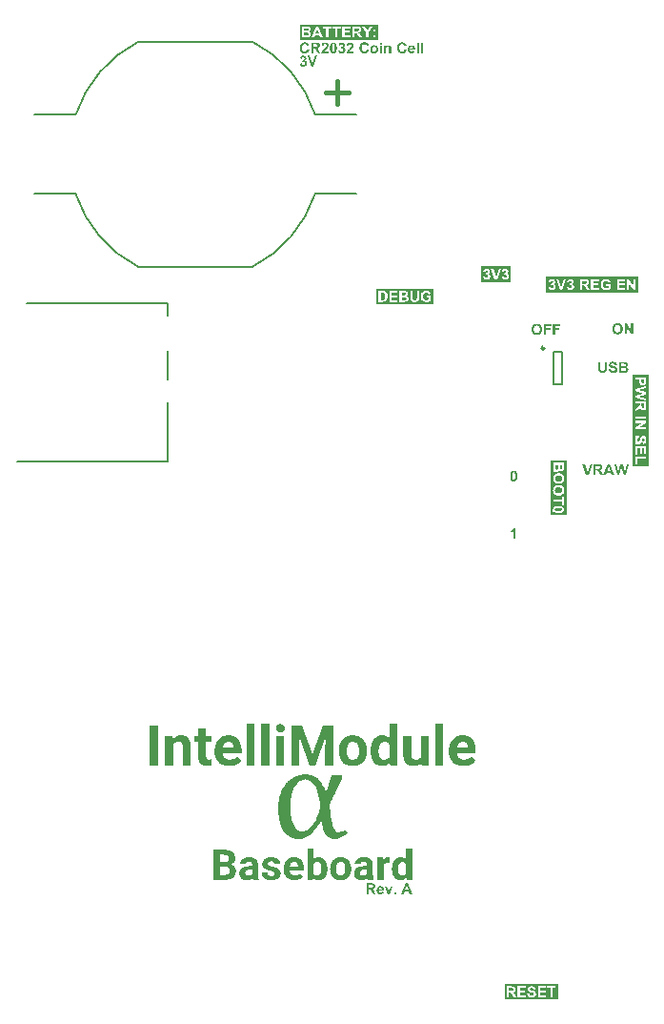
<source format=gto>
G04*
G04 #@! TF.GenerationSoftware,Altium Limited,Altium Designer,19.0.15 (446)*
G04*
G04 Layer_Color=65535*
%FSLAX44Y44*%
%MOMM*%
G71*
G01*
G75*
%ADD10C,0.2500*%
%ADD11C,0.2000*%
%ADD12C,0.4000*%
G36*
X365804Y927574D02*
X363961Y927574D01*
Y929282D01*
X365804Y929282D01*
Y927574D01*
D02*
G37*
G36*
X383935Y929428D02*
X384060Y929417D01*
X384206Y929407D01*
X384383Y929386D01*
X384581Y929355D01*
X384789Y929303D01*
X385008Y929251D01*
X385237Y929178D01*
X385476Y929095D01*
X385716Y928990D01*
X385955Y928876D01*
X386195Y928730D01*
X386413Y928574D01*
X386632Y928386D01*
X386643Y928376D01*
X386664Y928355D01*
X386695Y928324D01*
X386736Y928272D01*
X386799Y928209D01*
X386861Y928137D01*
X386924Y928043D01*
X387007Y927939D01*
X387080Y927814D01*
X387163Y927689D01*
X387247Y927543D01*
X387330Y927387D01*
X387403Y927210D01*
X387486Y927033D01*
X387559Y926835D01*
X387622Y926626D01*
X385705Y926168D01*
Y926179D01*
X385695Y926199D01*
X385685Y926241D01*
X385674Y926293D01*
X385653Y926356D01*
X385622Y926429D01*
X385549Y926595D01*
X385455Y926783D01*
X385331Y926981D01*
X385174Y927168D01*
X384987Y927345D01*
X384976Y927355D01*
X384966Y927366D01*
X384935Y927387D01*
X384893Y927418D01*
X384841Y927449D01*
X384779Y927480D01*
X384622Y927564D01*
X384425Y927647D01*
X384206Y927710D01*
X383956Y927762D01*
X383675Y927782D01*
X383571D01*
X383498Y927772D01*
X383404Y927762D01*
X383300Y927741D01*
X383185Y927720D01*
X383060Y927689D01*
X382925Y927647D01*
X382779Y927595D01*
X382633Y927533D01*
X382487Y927460D01*
X382342Y927366D01*
X382206Y927262D01*
X382061Y927147D01*
X381936Y927012D01*
X381925Y927001D01*
X381904Y926981D01*
X381873Y926928D01*
X381831Y926866D01*
X381779Y926783D01*
X381727Y926678D01*
X381665Y926553D01*
X381613Y926408D01*
X381550Y926252D01*
X381488Y926064D01*
X381436Y925866D01*
X381384Y925637D01*
X381342Y925387D01*
X381311Y925127D01*
X381290Y924835D01*
X381279Y924523D01*
Y924502D01*
Y924439D01*
Y924346D01*
X381290Y924231D01*
X381300Y924075D01*
X381311Y923908D01*
X381331Y923721D01*
X381363Y923513D01*
X381436Y923086D01*
X381488Y922877D01*
X381550Y922659D01*
X381623Y922450D01*
X381717Y922263D01*
X381810Y922086D01*
X381925Y921930D01*
X381936Y921919D01*
X381956Y921898D01*
X381998Y921857D01*
X382040Y921805D01*
X382113Y921753D01*
X382185Y921690D01*
X382279Y921617D01*
X382383Y921544D01*
X382498Y921471D01*
X382633Y921399D01*
X382769Y921336D01*
X382925Y921284D01*
X383081Y921232D01*
X383258Y921190D01*
X383446Y921170D01*
X383633Y921159D01*
X383706D01*
X383758Y921170D01*
X383831D01*
X383904Y921190D01*
X384091Y921222D01*
X384300Y921284D01*
X384518Y921367D01*
X384737Y921492D01*
X384851Y921565D01*
X384956Y921649D01*
X384966Y921659D01*
X384976Y921669D01*
X385008Y921701D01*
X385049Y921742D01*
X385091Y921794D01*
X385143Y921857D01*
X385205Y921940D01*
X385268Y922023D01*
X385331Y922128D01*
X385403Y922242D01*
X385466Y922367D01*
X385539Y922513D01*
X385601Y922659D01*
X385664Y922825D01*
X385716Y923013D01*
X385768Y923200D01*
X387653Y922617D01*
Y922596D01*
X387632Y922544D01*
X387611Y922471D01*
X387570Y922357D01*
X387517Y922232D01*
X387465Y922076D01*
X387392Y921909D01*
X387309Y921732D01*
X387215Y921544D01*
X387111Y921347D01*
X386986Y921149D01*
X386861Y920961D01*
X386716Y920763D01*
X386559Y920586D01*
X386393Y920420D01*
X386205Y920264D01*
X386195Y920253D01*
X386164Y920232D01*
X386101Y920191D01*
X386028Y920149D01*
X385924Y920087D01*
X385810Y920024D01*
X385674Y919951D01*
X385508Y919889D01*
X385341Y919816D01*
X385143Y919743D01*
X384935Y919680D01*
X384706Y919618D01*
X384466Y919576D01*
X384206Y919535D01*
X383935Y919514D01*
X383654Y919503D01*
X383571D01*
X383466Y919514D01*
X383331Y919524D01*
X383175Y919545D01*
X382987Y919576D01*
X382769Y919607D01*
X382539Y919670D01*
X382300Y919732D01*
X382040Y919826D01*
X381779Y919930D01*
X381519Y920055D01*
X381259Y920201D01*
X380998Y920378D01*
X380748Y920576D01*
X380509Y920805D01*
X380498Y920815D01*
X380457Y920867D01*
X380394Y920940D01*
X380321Y921044D01*
X380228Y921180D01*
X380123Y921336D01*
X380009Y921524D01*
X379894Y921742D01*
X379780Y921982D01*
X379665Y922253D01*
X379561Y922544D01*
X379467Y922867D01*
X379394Y923211D01*
X379332Y923575D01*
X379290Y923960D01*
X379280Y924377D01*
Y924387D01*
Y924408D01*
Y924439D01*
Y924481D01*
Y924544D01*
X379290Y924606D01*
X379301Y924773D01*
X379322Y924971D01*
X379342Y925210D01*
X379384Y925471D01*
X379436Y925741D01*
X379499Y926043D01*
X379582Y926345D01*
X379676Y926658D01*
X379801Y926970D01*
X379936Y927272D01*
X380103Y927564D01*
X380290Y927845D01*
X380509Y928105D01*
X380519Y928116D01*
X380571Y928168D01*
X380634Y928230D01*
X380738Y928314D01*
X380863Y928418D01*
X381009Y928532D01*
X381186Y928647D01*
X381384Y928772D01*
X381602Y928897D01*
X381852Y929022D01*
X382113Y929126D01*
X382404Y929230D01*
X382717Y929313D01*
X383050Y929386D01*
X383404Y929428D01*
X383768Y929438D01*
X383852D01*
X383935Y929428D01*
D02*
G37*
G36*
X350392Y929428D02*
X350517Y929417D01*
X350662Y929407D01*
X350839Y929386D01*
X351037Y929355D01*
X351245Y929303D01*
X351464Y929251D01*
X351693Y929178D01*
X351933Y929094D01*
X352172Y928990D01*
X352412Y928876D01*
X352651Y928730D01*
X352870Y928574D01*
X353089Y928386D01*
X353099Y928376D01*
X353120Y928355D01*
X353151Y928324D01*
X353193Y928272D01*
X353255Y928209D01*
X353318Y928136D01*
X353380Y928043D01*
X353464Y927939D01*
X353536Y927814D01*
X353620Y927689D01*
X353703Y927543D01*
X353787Y927387D01*
X353859Y927210D01*
X353943Y927033D01*
X354016Y926835D01*
X354078Y926626D01*
X352162Y926168D01*
Y926179D01*
X352151Y926199D01*
X352141Y926241D01*
X352131Y926293D01*
X352110Y926356D01*
X352079Y926429D01*
X352006Y926595D01*
X351912Y926783D01*
X351787Y926981D01*
X351631Y927168D01*
X351443Y927345D01*
X351433Y927355D01*
X351423Y927366D01*
X351391Y927387D01*
X351350Y927418D01*
X351297Y927449D01*
X351235Y927480D01*
X351079Y927564D01*
X350881Y927647D01*
X350662Y927710D01*
X350412Y927762D01*
X350131Y927782D01*
X350027D01*
X349954Y927772D01*
X349860Y927762D01*
X349756Y927741D01*
X349642Y927720D01*
X349517Y927689D01*
X349381Y927647D01*
X349235Y927595D01*
X349090Y927532D01*
X348944Y927459D01*
X348798Y927366D01*
X348663Y927262D01*
X348517Y927147D01*
X348392Y927012D01*
X348382Y927001D01*
X348361Y926981D01*
X348330Y926928D01*
X348288Y926866D01*
X348236Y926783D01*
X348184Y926678D01*
X348121Y926553D01*
X348069Y926408D01*
X348007Y926252D01*
X347944Y926064D01*
X347892Y925866D01*
X347840Y925637D01*
X347798Y925387D01*
X347767Y925127D01*
X347746Y924835D01*
X347736Y924523D01*
Y924502D01*
Y924439D01*
Y924346D01*
X347746Y924231D01*
X347757Y924075D01*
X347767Y923908D01*
X347788Y923721D01*
X347819Y923513D01*
X347892Y923086D01*
X347944Y922877D01*
X348007Y922659D01*
X348080Y922450D01*
X348173Y922263D01*
X348267Y922086D01*
X348382Y921930D01*
X348392Y921919D01*
X348413Y921898D01*
X348455Y921857D01*
X348496Y921805D01*
X348569Y921753D01*
X348642Y921690D01*
X348736Y921617D01*
X348840Y921544D01*
X348954Y921471D01*
X349090Y921399D01*
X349225Y921336D01*
X349381Y921284D01*
X349538Y921232D01*
X349715Y921190D01*
X349902Y921170D01*
X350089Y921159D01*
X350162D01*
X350215Y921170D01*
X350287D01*
X350360Y921190D01*
X350548Y921222D01*
X350756Y921284D01*
X350975Y921367D01*
X351193Y921492D01*
X351308Y921565D01*
X351412Y921648D01*
X351423Y921659D01*
X351433Y921669D01*
X351464Y921701D01*
X351506Y921742D01*
X351548Y921794D01*
X351600Y921857D01*
X351662Y921940D01*
X351725Y922023D01*
X351787Y922128D01*
X351860Y922242D01*
X351922Y922367D01*
X351995Y922513D01*
X352058Y922659D01*
X352120Y922825D01*
X352172Y923013D01*
X352224Y923200D01*
X354109Y922617D01*
Y922596D01*
X354089Y922544D01*
X354068Y922471D01*
X354026Y922357D01*
X353974Y922232D01*
X353922Y922076D01*
X353849Y921909D01*
X353766Y921732D01*
X353672Y921544D01*
X353568Y921347D01*
X353443Y921149D01*
X353318Y920961D01*
X353172Y920763D01*
X353016Y920586D01*
X352849Y920420D01*
X352662Y920264D01*
X352651Y920253D01*
X352620Y920232D01*
X352558Y920191D01*
X352485Y920149D01*
X352381Y920086D01*
X352266Y920024D01*
X352131Y919951D01*
X351964Y919889D01*
X351797Y919816D01*
X351600Y919743D01*
X351391Y919680D01*
X351162Y919618D01*
X350923Y919576D01*
X350662Y919535D01*
X350392Y919514D01*
X350110Y919503D01*
X350027D01*
X349923Y919514D01*
X349787Y919524D01*
X349631Y919545D01*
X349444Y919576D01*
X349225Y919607D01*
X348996Y919670D01*
X348756Y919732D01*
X348496Y919826D01*
X348236Y919930D01*
X347976Y920055D01*
X347715Y920201D01*
X347455Y920378D01*
X347205Y920576D01*
X346965Y920805D01*
X346955Y920815D01*
X346913Y920867D01*
X346851Y920940D01*
X346778Y921044D01*
X346684Y921180D01*
X346580Y921336D01*
X346465Y921524D01*
X346351Y921742D01*
X346236Y921982D01*
X346122Y922253D01*
X346018Y922544D01*
X345924Y922867D01*
X345851Y923211D01*
X345788Y923575D01*
X345747Y923960D01*
X345736Y924377D01*
Y924387D01*
Y924408D01*
Y924439D01*
Y924481D01*
Y924544D01*
X345747Y924606D01*
X345757Y924773D01*
X345778Y924971D01*
X345799Y925210D01*
X345841Y925471D01*
X345893Y925741D01*
X345955Y926043D01*
X346038Y926345D01*
X346132Y926658D01*
X346257Y926970D01*
X346393Y927272D01*
X346559Y927564D01*
X346747Y927845D01*
X346965Y928105D01*
X346976Y928116D01*
X347028Y928168D01*
X347090Y928230D01*
X347194Y928314D01*
X347319Y928418D01*
X347465Y928532D01*
X347642Y928647D01*
X347840Y928772D01*
X348059Y928897D01*
X348309Y929022D01*
X348569Y929126D01*
X348861Y929230D01*
X349173Y929313D01*
X349506Y929386D01*
X349860Y929428D01*
X350225Y929438D01*
X350308D01*
X350392Y929428D01*
D02*
G37*
G36*
X297405D02*
X297530Y929417D01*
X297676Y929407D01*
X297853Y929386D01*
X298051Y929355D01*
X298259Y929303D01*
X298478Y929251D01*
X298707Y929178D01*
X298946Y929094D01*
X299186Y928990D01*
X299425Y928876D01*
X299665Y928730D01*
X299884Y928574D01*
X300102Y928386D01*
X300113Y928376D01*
X300133Y928355D01*
X300165Y928324D01*
X300206Y928272D01*
X300269Y928209D01*
X300331Y928136D01*
X300394Y928043D01*
X300477Y927939D01*
X300550Y927814D01*
X300633Y927689D01*
X300717Y927543D01*
X300800Y927387D01*
X300873Y927210D01*
X300956Y927033D01*
X301029Y926835D01*
X301092Y926626D01*
X299175Y926168D01*
Y926179D01*
X299165Y926199D01*
X299155Y926241D01*
X299144Y926293D01*
X299123Y926356D01*
X299092Y926429D01*
X299019Y926595D01*
X298925Y926783D01*
X298801Y926981D01*
X298644Y927168D01*
X298457Y927345D01*
X298447Y927355D01*
X298436Y927366D01*
X298405Y927387D01*
X298363Y927418D01*
X298311Y927449D01*
X298249Y927480D01*
X298092Y927564D01*
X297894Y927647D01*
X297676Y927710D01*
X297426Y927762D01*
X297145Y927782D01*
X297041D01*
X296968Y927772D01*
X296874Y927762D01*
X296770Y927741D01*
X296655Y927720D01*
X296530Y927689D01*
X296395Y927647D01*
X296249Y927595D01*
X296103Y927532D01*
X295958Y927459D01*
X295812Y927366D01*
X295676Y927262D01*
X295530Y927147D01*
X295406Y927012D01*
X295395Y927001D01*
X295374Y926981D01*
X295343Y926928D01*
X295301Y926866D01*
X295249Y926783D01*
X295197Y926678D01*
X295135Y926553D01*
X295083Y926408D01*
X295020Y926252D01*
X294958Y926064D01*
X294906Y925866D01*
X294854Y925637D01*
X294812Y925387D01*
X294781Y925127D01*
X294760Y924835D01*
X294750Y924523D01*
Y924502D01*
Y924439D01*
Y924346D01*
X294760Y924231D01*
X294770Y924075D01*
X294781Y923908D01*
X294802Y923721D01*
X294833Y923513D01*
X294906Y923086D01*
X294958Y922877D01*
X295020Y922659D01*
X295093Y922450D01*
X295187Y922263D01*
X295281Y922086D01*
X295395Y921930D01*
X295406Y921919D01*
X295426Y921898D01*
X295468Y921857D01*
X295510Y921805D01*
X295583Y921753D01*
X295655Y921690D01*
X295749Y921617D01*
X295853Y921544D01*
X295968Y921471D01*
X296103Y921399D01*
X296239Y921336D01*
X296395Y921284D01*
X296551Y921232D01*
X296728Y921190D01*
X296916Y921170D01*
X297103Y921159D01*
X297176D01*
X297228Y921170D01*
X297301D01*
X297374Y921190D01*
X297561Y921222D01*
X297770Y921284D01*
X297988Y921367D01*
X298207Y921492D01*
X298321Y921565D01*
X298426Y921648D01*
X298436Y921659D01*
X298447Y921669D01*
X298478Y921701D01*
X298519Y921742D01*
X298561Y921794D01*
X298613Y921857D01*
X298676Y921940D01*
X298738Y922023D01*
X298801Y922128D01*
X298873Y922242D01*
X298936Y922367D01*
X299009Y922513D01*
X299071Y922659D01*
X299134Y922825D01*
X299186Y923013D01*
X299238Y923200D01*
X301123Y922617D01*
Y922596D01*
X301102Y922544D01*
X301081Y922471D01*
X301040Y922357D01*
X300987Y922232D01*
X300935Y922076D01*
X300863Y921909D01*
X300779Y921732D01*
X300686Y921544D01*
X300581Y921347D01*
X300456Y921149D01*
X300331Y920961D01*
X300186Y920763D01*
X300029Y920586D01*
X299863Y920420D01*
X299675Y920264D01*
X299665Y920253D01*
X299634Y920232D01*
X299571Y920191D01*
X299498Y920149D01*
X299394Y920086D01*
X299280Y920024D01*
X299144Y919951D01*
X298978Y919889D01*
X298811Y919816D01*
X298613Y919743D01*
X298405Y919680D01*
X298176Y919618D01*
X297936Y919576D01*
X297676Y919535D01*
X297405Y919514D01*
X297124Y919503D01*
X297041D01*
X296936Y919514D01*
X296801Y919524D01*
X296645Y919545D01*
X296457Y919576D01*
X296239Y919607D01*
X296010Y919670D01*
X295770Y919732D01*
X295510Y919826D01*
X295249Y919930D01*
X294989Y920055D01*
X294729Y920201D01*
X294468Y920378D01*
X294218Y920576D01*
X293979Y920805D01*
X293968Y920815D01*
X293927Y920867D01*
X293864Y920940D01*
X293791Y921044D01*
X293698Y921180D01*
X293594Y921336D01*
X293479Y921524D01*
X293364Y921742D01*
X293250Y921982D01*
X293135Y922253D01*
X293031Y922544D01*
X292938Y922867D01*
X292865Y923211D01*
X292802Y923575D01*
X292760Y923960D01*
X292750Y924377D01*
Y924387D01*
Y924408D01*
Y924439D01*
Y924481D01*
Y924544D01*
X292760Y924606D01*
X292771Y924773D01*
X292792Y924971D01*
X292812Y925210D01*
X292854Y925471D01*
X292906Y925741D01*
X292969Y926043D01*
X293052Y926345D01*
X293146Y926658D01*
X293271Y926970D01*
X293406Y927272D01*
X293573Y927564D01*
X293760Y927845D01*
X293979Y928105D01*
X293989Y928116D01*
X294041Y928168D01*
X294104Y928230D01*
X294208Y928314D01*
X294333Y928418D01*
X294479Y928532D01*
X294656Y928647D01*
X294854Y928772D01*
X295072Y928897D01*
X295322Y929022D01*
X295583Y929126D01*
X295874Y929230D01*
X296187Y929313D01*
X296520Y929386D01*
X296874Y929428D01*
X297238Y929438D01*
X297322D01*
X297405Y929428D01*
D02*
G37*
G36*
X371876Y926783D02*
X372032Y926762D01*
X372198Y926741D01*
X372386Y926699D01*
X372584Y926637D01*
X372771Y926564D01*
X372782D01*
X372792Y926553D01*
X372854Y926522D01*
X372948Y926481D01*
X373052Y926408D01*
X373177Y926335D01*
X373302Y926231D01*
X373427Y926127D01*
X373531Y926002D01*
X373542Y925991D01*
X373573Y925939D01*
X373615Y925877D01*
X373677Y925783D01*
X373740Y925668D01*
X373792Y925533D01*
X373854Y925387D01*
X373896Y925231D01*
Y925210D01*
X373917Y925148D01*
X373927Y925054D01*
X373948Y924919D01*
X373969Y924742D01*
X373979Y924533D01*
X374000Y924283D01*
Y923992D01*
Y919670D01*
X372157D01*
Y923221D01*
Y923232D01*
Y923273D01*
Y923325D01*
Y923409D01*
Y923492D01*
X372146Y923596D01*
Y923825D01*
X372126Y924075D01*
X372105Y924314D01*
X372094Y924429D01*
X372073Y924523D01*
X372053Y924606D01*
X372032Y924679D01*
Y924689D01*
X372011Y924731D01*
X371980Y924794D01*
X371938Y924866D01*
X371886Y924950D01*
X371824Y925043D01*
X371740Y925127D01*
X371646Y925200D01*
X371636Y925210D01*
X371605Y925231D01*
X371542Y925262D01*
X371469Y925294D01*
X371376Y925325D01*
X371272Y925356D01*
X371157Y925377D01*
X371022Y925387D01*
X370938D01*
X370855Y925377D01*
X370730Y925356D01*
X370605Y925325D01*
X370459Y925273D01*
X370303Y925210D01*
X370157Y925116D01*
X370136Y925106D01*
X370095Y925064D01*
X370032Y925012D01*
X369949Y924929D01*
X369866Y924835D01*
X369782Y924710D01*
X369710Y924575D01*
X369647Y924419D01*
X369637Y924398D01*
Y924377D01*
X369626Y924335D01*
X369616Y924283D01*
X369605Y924221D01*
X369595Y924148D01*
X369585Y924065D01*
X369564Y923960D01*
X369553Y923846D01*
X369543Y923710D01*
X369532Y923565D01*
X369522Y923409D01*
Y923232D01*
X369512Y923034D01*
Y922825D01*
Y919670D01*
X367668D01*
Y926637D01*
X369376D01*
Y925606D01*
X369387Y925616D01*
X369418Y925658D01*
X369470Y925720D01*
X369543Y925793D01*
X369626Y925877D01*
X369741Y925981D01*
X369855Y926085D01*
X370001Y926199D01*
X370157Y926314D01*
X370334Y926418D01*
X370522Y926522D01*
X370720Y926606D01*
X370938Y926689D01*
X371167Y926741D01*
X371407Y926783D01*
X371657Y926793D01*
X371761D01*
X371876Y926783D01*
D02*
G37*
G36*
X330178Y929303D02*
X330272D01*
X330386Y929282D01*
X330522Y929272D01*
X330667Y929240D01*
X330824Y929209D01*
X331001Y929157D01*
X331178Y929105D01*
X331355Y929032D01*
X331532Y928949D01*
X331719Y928845D01*
X331896Y928730D01*
X332063Y928595D01*
X332219Y928438D01*
X332229Y928428D01*
X332250Y928407D01*
X332282Y928366D01*
X332323Y928314D01*
X332375Y928251D01*
X332438Y928168D01*
X332500Y928074D01*
X332563Y927970D01*
X332688Y927741D01*
X332802Y927470D01*
X332844Y927324D01*
X332875Y927168D01*
X332896Y927012D01*
X332906Y926845D01*
Y926835D01*
Y926793D01*
X332896Y926720D01*
X332886Y926637D01*
X332865Y926533D01*
X332834Y926408D01*
X332792Y926262D01*
X332729Y926116D01*
X332657Y925960D01*
X332573Y925793D01*
X332459Y925627D01*
X332323Y925460D01*
X332167Y925293D01*
X331979Y925127D01*
X331761Y924971D01*
X331521Y924825D01*
X331532D01*
X331563Y924814D01*
X331605Y924804D01*
X331657Y924783D01*
X331730Y924762D01*
X331813Y924731D01*
X331990Y924658D01*
X332209Y924554D01*
X332427Y924408D01*
X332636Y924242D01*
X332740Y924137D01*
X332834Y924023D01*
X332844Y924013D01*
X332854Y923992D01*
X332875Y923960D01*
X332917Y923919D01*
X332948Y923856D01*
X332990Y923783D01*
X333042Y923700D01*
X333083Y923606D01*
X333177Y923388D01*
X333260Y923138D01*
X333312Y922846D01*
X333323Y922690D01*
X333333Y922534D01*
Y922523D01*
Y922482D01*
X333323Y922409D01*
Y922325D01*
X333302Y922211D01*
X333281Y922086D01*
X333260Y921951D01*
X333219Y921794D01*
X333167Y921628D01*
X333104Y921451D01*
X333031Y921274D01*
X332938Y921097D01*
X332834Y920909D01*
X332709Y920732D01*
X332573Y920555D01*
X332407Y920378D01*
X332396Y920368D01*
X332365Y920336D01*
X332313Y920295D01*
X332240Y920243D01*
X332146Y920170D01*
X332042Y920097D01*
X331917Y920014D01*
X331771Y919941D01*
X331615Y919857D01*
X331438Y919774D01*
X331240Y919701D01*
X331042Y919628D01*
X330824Y919576D01*
X330594Y919535D01*
X330345Y919503D01*
X330095Y919493D01*
X330032D01*
X329970Y919503D01*
X329876D01*
X329772Y919514D01*
X329636Y919535D01*
X329491Y919555D01*
X329334Y919587D01*
X329168Y919628D01*
X328991Y919680D01*
X328814Y919732D01*
X328637Y919805D01*
X328449Y919899D01*
X328272Y919993D01*
X328095Y920107D01*
X327929Y920243D01*
X327918Y920253D01*
X327887Y920274D01*
X327845Y920315D01*
X327793Y920378D01*
X327731Y920451D01*
X327647Y920545D01*
X327574Y920649D01*
X327481Y920774D01*
X327397Y920909D01*
X327314Y921055D01*
X327231Y921211D01*
X327147Y921388D01*
X327085Y921576D01*
X327023Y921774D01*
X326970Y921992D01*
X326939Y922211D01*
X328720Y922430D01*
Y922419D01*
Y922398D01*
X328730Y922367D01*
X328741Y922315D01*
X328762Y922190D01*
X328814Y922044D01*
X328866Y921867D01*
X328949Y921701D01*
X329053Y921524D01*
X329178Y921378D01*
X329199Y921367D01*
X329241Y921326D01*
X329324Y921263D01*
X329428Y921201D01*
X329563Y921138D01*
X329720Y921076D01*
X329897Y921034D01*
X330084Y921024D01*
X330136D01*
X330178Y921034D01*
X330282Y921044D01*
X330417Y921076D01*
X330574Y921128D01*
X330730Y921201D01*
X330896Y921305D01*
X331053Y921451D01*
X331073Y921471D01*
X331115Y921534D01*
X331178Y921628D01*
X331251Y921763D01*
X331324Y921930D01*
X331386Y922128D01*
X331428Y922357D01*
X331448Y922617D01*
Y922627D01*
Y922648D01*
Y922680D01*
X331438Y922732D01*
Y922794D01*
X331428Y922857D01*
X331407Y923013D01*
X331355Y923190D01*
X331292Y923377D01*
X331199Y923554D01*
X331073Y923721D01*
X331053Y923742D01*
X331011Y923783D01*
X330928Y923856D01*
X330824Y923929D01*
X330688Y924002D01*
X330532Y924075D01*
X330355Y924117D01*
X330157Y924137D01*
X330095D01*
X330022Y924127D01*
X329918Y924117D01*
X329793Y924106D01*
X329657Y924075D01*
X329491Y924044D01*
X329314Y923992D01*
X329511Y925491D01*
X329636D01*
X329699Y925502D01*
X329772D01*
X329938Y925523D01*
X330126Y925554D01*
X330313Y925616D01*
X330490Y925700D01*
X330657Y925804D01*
X330678Y925825D01*
X330719Y925866D01*
X330782Y925939D01*
X330865Y926043D01*
X330938Y926179D01*
X331001Y926335D01*
X331042Y926512D01*
X331063Y926720D01*
Y926731D01*
Y926741D01*
Y926804D01*
X331053Y926887D01*
X331032Y927001D01*
X330990Y927116D01*
X330938Y927251D01*
X330865Y927376D01*
X330771Y927491D01*
X330761Y927501D01*
X330719Y927532D01*
X330657Y927585D01*
X330563Y927637D01*
X330449Y927689D01*
X330324Y927741D01*
X330168Y927772D01*
X329991Y927782D01*
X329907D01*
X329824Y927762D01*
X329709Y927741D01*
X329584Y927699D01*
X329449Y927647D01*
X329314Y927564D01*
X329178Y927449D01*
X329168Y927439D01*
X329126Y927387D01*
X329074Y927314D01*
X329001Y927210D01*
X328928Y927074D01*
X328866Y926918D01*
X328814Y926720D01*
X328772Y926501D01*
X327075Y926783D01*
Y926793D01*
X327085Y926824D01*
X327095Y926866D01*
X327106Y926928D01*
X327127Y927001D01*
X327147Y927085D01*
X327210Y927282D01*
X327283Y927512D01*
X327377Y927741D01*
X327481Y927970D01*
X327606Y928178D01*
Y928188D01*
X327626Y928199D01*
X327668Y928261D01*
X327752Y928366D01*
X327866Y928480D01*
X328001Y928615D01*
X328168Y928751D01*
X328366Y928886D01*
X328595Y929011D01*
X328605D01*
X328626Y929022D01*
X328657Y929043D01*
X328710Y929063D01*
X328772Y929084D01*
X328845Y929105D01*
X328928Y929136D01*
X329022Y929167D01*
X329230Y929220D01*
X329480Y929272D01*
X329751Y929303D01*
X330042Y929313D01*
X330105D01*
X330178Y929303D01*
D02*
G37*
G36*
X402347Y919670D02*
X400504D01*
Y929282D01*
X402347D01*
Y919670D01*
D02*
G37*
G36*
X398619D02*
X396776D01*
Y929282D01*
X398619D01*
Y919670D01*
D02*
G37*
G36*
X365804D02*
X363961Y919670D01*
Y926637D01*
X365804Y926637D01*
Y919670D01*
D02*
G37*
G36*
X337884Y929303D02*
X337999Y929292D01*
X338134Y929272D01*
X338290Y929251D01*
X338457Y929220D01*
X338634Y929178D01*
X338811Y929126D01*
X338999Y929063D01*
X339186Y928990D01*
X339363Y928897D01*
X339540Y928792D01*
X339717Y928678D01*
X339873Y928543D01*
X339884Y928532D01*
X339905Y928511D01*
X339946Y928459D01*
X339998Y928407D01*
X340061Y928334D01*
X340134Y928241D01*
X340207Y928136D01*
X340290Y928011D01*
X340363Y927887D01*
X340436Y927741D01*
X340509Y927585D01*
X340571Y927418D01*
X340623Y927230D01*
X340665Y927043D01*
X340686Y926845D01*
X340696Y926637D01*
Y926626D01*
Y926606D01*
Y926574D01*
Y926522D01*
X340686Y926470D01*
Y926397D01*
X340665Y926241D01*
X340634Y926043D01*
X340592Y925835D01*
X340540Y925616D01*
X340457Y925398D01*
Y925387D01*
X340446Y925377D01*
X340436Y925335D01*
X340415Y925293D01*
X340384Y925241D01*
X340352Y925179D01*
X340280Y925023D01*
X340175Y924846D01*
X340050Y924637D01*
X339894Y924408D01*
X339717Y924169D01*
X339696Y924148D01*
X339655Y924085D01*
X339561Y923992D01*
X339446Y923856D01*
X339363Y923773D01*
X339280Y923679D01*
X339176Y923586D01*
X339072Y923471D01*
X338946Y923356D01*
X338811Y923221D01*
X338665Y923086D01*
X338509Y922940D01*
X338499Y922929D01*
X338467Y922909D01*
X338426Y922867D01*
X338374Y922815D01*
X338301Y922752D01*
X338218Y922680D01*
X338041Y922513D01*
X337853Y922336D01*
X337676Y922159D01*
X337593Y922076D01*
X337520Y922003D01*
X337457Y921930D01*
X337405Y921878D01*
X337395Y921867D01*
X337364Y921836D01*
X337322Y921784D01*
X337270Y921721D01*
X337218Y921638D01*
X337155Y921555D01*
X337030Y921378D01*
X340696D01*
Y919670D01*
X334239D01*
Y919680D01*
X334250Y919712D01*
Y919764D01*
X334260Y919837D01*
X334281Y919920D01*
X334302Y920024D01*
X334323Y920138D01*
X334354Y920264D01*
X334437Y920545D01*
X334552Y920857D01*
X334687Y921180D01*
X334864Y921503D01*
X334875Y921513D01*
X334885Y921544D01*
X334927Y921597D01*
X334968Y921659D01*
X335031Y921742D01*
X335114Y921857D01*
X335208Y921971D01*
X335322Y922117D01*
X335447Y922273D01*
X335604Y922440D01*
X335770Y922638D01*
X335958Y922836D01*
X336166Y923054D01*
X336405Y923294D01*
X336655Y923544D01*
X336937Y923804D01*
X336947Y923815D01*
X336989Y923856D01*
X337051Y923919D01*
X337135Y923992D01*
X337239Y924085D01*
X337343Y924190D01*
X337468Y924314D01*
X337593Y924439D01*
X337864Y924700D01*
X338113Y924960D01*
X338218Y925075D01*
X338322Y925189D01*
X338405Y925293D01*
X338467Y925377D01*
Y925387D01*
X338488Y925398D01*
X338499Y925429D01*
X338530Y925471D01*
X338592Y925585D01*
X338665Y925731D01*
X338728Y925897D01*
X338790Y926085D01*
X338832Y926293D01*
X338853Y926501D01*
Y926512D01*
Y926533D01*
Y926564D01*
Y926606D01*
X338832Y926710D01*
X338811Y926855D01*
X338769Y927001D01*
X338717Y927158D01*
X338634Y927314D01*
X338520Y927449D01*
X338509Y927459D01*
X338457Y927501D01*
X338384Y927553D01*
X338280Y927616D01*
X338145Y927678D01*
X337988Y927730D01*
X337811Y927772D01*
X337603Y927782D01*
X337509D01*
X337405Y927762D01*
X337270Y927741D01*
X337124Y927699D01*
X336968Y927637D01*
X336812Y927543D01*
X336676Y927428D01*
X336666Y927408D01*
X336624Y927366D01*
X336572Y927282D01*
X336499Y927158D01*
X336437Y927001D01*
X336374Y926804D01*
X336322Y926564D01*
X336301Y926429D01*
X336291Y926283D01*
X334458Y926460D01*
Y926481D01*
X334468Y926522D01*
X334479Y926606D01*
X334500Y926710D01*
X334521Y926835D01*
X334552Y926981D01*
X334594Y927137D01*
X334646Y927303D01*
X334708Y927480D01*
X334781Y927657D01*
X334864Y927845D01*
X334958Y928022D01*
X335062Y928199D01*
X335187Y928366D01*
X335322Y928511D01*
X335479Y928647D01*
X335489Y928657D01*
X335520Y928678D01*
X335572Y928709D01*
X335635Y928751D01*
X335718Y928803D01*
X335822Y928855D01*
X335937Y928917D01*
X336072Y928980D01*
X336228Y929043D01*
X336385Y929105D01*
X336562Y929157D01*
X336760Y929209D01*
X336957Y929251D01*
X337176Y929282D01*
X337405Y929303D01*
X337645Y929313D01*
X337780D01*
X337884Y929303D01*
D02*
G37*
G36*
X315484D02*
X315598Y929292D01*
X315734Y929272D01*
X315890Y929251D01*
X316056Y929220D01*
X316234Y929178D01*
X316411Y929126D01*
X316598Y929063D01*
X316786Y928990D01*
X316963Y928897D01*
X317140Y928792D01*
X317317Y928678D01*
X317473Y928543D01*
X317483Y928532D01*
X317504Y928511D01*
X317546Y928459D01*
X317598Y928407D01*
X317660Y928334D01*
X317733Y928241D01*
X317806Y928136D01*
X317889Y928011D01*
X317962Y927887D01*
X318035Y927741D01*
X318108Y927585D01*
X318171Y927418D01*
X318223Y927230D01*
X318264Y927043D01*
X318285Y926845D01*
X318296Y926637D01*
Y926626D01*
Y926606D01*
Y926574D01*
Y926522D01*
X318285Y926470D01*
Y926397D01*
X318264Y926241D01*
X318233Y926043D01*
X318191Y925835D01*
X318139Y925616D01*
X318056Y925398D01*
Y925387D01*
X318046Y925377D01*
X318035Y925335D01*
X318014Y925293D01*
X317983Y925241D01*
X317952Y925179D01*
X317879Y925023D01*
X317775Y924846D01*
X317650Y924637D01*
X317494Y924408D01*
X317317Y924169D01*
X317296Y924148D01*
X317254Y924085D01*
X317160Y923992D01*
X317046Y923856D01*
X316963Y923773D01*
X316879Y923679D01*
X316775Y923586D01*
X316671Y923471D01*
X316546Y923356D01*
X316411Y923221D01*
X316265Y923086D01*
X316109Y922940D01*
X316098Y922929D01*
X316067Y922909D01*
X316025Y922867D01*
X315973Y922815D01*
X315900Y922752D01*
X315817Y922680D01*
X315640Y922513D01*
X315452Y922336D01*
X315275Y922159D01*
X315192Y922076D01*
X315119Y922003D01*
X315057Y921930D01*
X315005Y921878D01*
X314994Y921867D01*
X314963Y921836D01*
X314921Y921784D01*
X314869Y921721D01*
X314817Y921638D01*
X314755Y921555D01*
X314630Y921378D01*
X318296D01*
Y919670D01*
X311839D01*
Y919680D01*
X311849Y919712D01*
Y919764D01*
X311860Y919837D01*
X311880Y919920D01*
X311901Y920024D01*
X311922Y920138D01*
X311953Y920264D01*
X312037Y920545D01*
X312151Y920857D01*
X312287Y921180D01*
X312464Y921503D01*
X312474Y921513D01*
X312484Y921544D01*
X312526Y921597D01*
X312568Y921659D01*
X312630Y921742D01*
X312714Y921857D01*
X312807Y921971D01*
X312922Y922117D01*
X313047Y922273D01*
X313203Y922440D01*
X313370Y922638D01*
X313557Y922836D01*
X313766Y923054D01*
X314005Y923294D01*
X314255Y923544D01*
X314536Y923804D01*
X314547Y923815D01*
X314588Y923856D01*
X314651Y923919D01*
X314734Y923992D01*
X314838Y924085D01*
X314942Y924190D01*
X315067Y924314D01*
X315192Y924439D01*
X315463Y924700D01*
X315713Y924960D01*
X315817Y925075D01*
X315921Y925189D01*
X316005Y925293D01*
X316067Y925377D01*
Y925387D01*
X316088Y925398D01*
X316098Y925429D01*
X316129Y925471D01*
X316192Y925585D01*
X316265Y925731D01*
X316327Y925897D01*
X316390Y926085D01*
X316431Y926293D01*
X316452Y926501D01*
Y926512D01*
Y926533D01*
Y926564D01*
Y926606D01*
X316431Y926710D01*
X316411Y926855D01*
X316369Y927001D01*
X316317Y927158D01*
X316234Y927314D01*
X316119Y927449D01*
X316109Y927459D01*
X316056Y927501D01*
X315984Y927553D01*
X315879Y927616D01*
X315744Y927678D01*
X315588Y927730D01*
X315411Y927772D01*
X315203Y927782D01*
X315109D01*
X315005Y927762D01*
X314869Y927741D01*
X314724Y927699D01*
X314567Y927637D01*
X314411Y927543D01*
X314276Y927428D01*
X314265Y927408D01*
X314224Y927366D01*
X314172Y927282D01*
X314099Y927158D01*
X314036Y927001D01*
X313974Y926804D01*
X313922Y926564D01*
X313901Y926429D01*
X313890Y926283D01*
X312058Y926460D01*
Y926481D01*
X312068Y926522D01*
X312078Y926606D01*
X312099Y926710D01*
X312120Y926835D01*
X312151Y926981D01*
X312193Y927137D01*
X312245Y927303D01*
X312307Y927480D01*
X312380Y927657D01*
X312464Y927845D01*
X312557Y928022D01*
X312662Y928199D01*
X312787Y928366D01*
X312922Y928511D01*
X313078Y928647D01*
X313089Y928657D01*
X313120Y928678D01*
X313172Y928709D01*
X313234Y928751D01*
X313318Y928803D01*
X313422Y928855D01*
X313536Y928917D01*
X313672Y928980D01*
X313828Y929043D01*
X313984Y929105D01*
X314161Y929157D01*
X314359Y929209D01*
X314557Y929251D01*
X314776Y929282D01*
X315005Y929303D01*
X315244Y929313D01*
X315380D01*
X315484Y929303D01*
D02*
G37*
G36*
X307246Y929272D02*
X307392D01*
X307559Y929261D01*
X307725Y929251D01*
X308100Y929220D01*
X308465Y929167D01*
X308642Y929147D01*
X308819Y929105D01*
X308975Y929063D01*
X309110Y929022D01*
X309121D01*
X309142Y929011D01*
X309173Y928990D01*
X309225Y928970D01*
X309287Y928938D01*
X309350Y928907D01*
X309517Y928813D01*
X309694Y928678D01*
X309871Y928522D01*
X310058Y928324D01*
X310225Y928095D01*
Y928084D01*
X310245Y928064D01*
X310266Y928032D01*
X310287Y927980D01*
X310329Y927918D01*
X310360Y927845D01*
X310402Y927751D01*
X310443Y927657D01*
X310516Y927439D01*
X310589Y927178D01*
X310631Y926897D01*
X310652Y926585D01*
Y926574D01*
Y926533D01*
Y926481D01*
X310641Y926408D01*
X310631Y926314D01*
X310620Y926210D01*
X310600Y926085D01*
X310568Y925960D01*
X310495Y925668D01*
X310443Y925523D01*
X310381Y925377D01*
X310308Y925220D01*
X310225Y925075D01*
X310131Y924929D01*
X310016Y924794D01*
X310006Y924783D01*
X309985Y924762D01*
X309954Y924731D01*
X309902Y924679D01*
X309829Y924627D01*
X309746Y924564D01*
X309652Y924492D01*
X309537Y924419D01*
X309412Y924335D01*
X309277Y924262D01*
X309121Y924190D01*
X308944Y924117D01*
X308756Y924054D01*
X308559Y923992D01*
X308340Y923940D01*
X308111Y923898D01*
X308121D01*
X308142Y923877D01*
X308173Y923867D01*
X308215Y923836D01*
X308329Y923763D01*
X308475Y923658D01*
X308642Y923544D01*
X308819Y923409D01*
X308996Y923252D01*
X309152Y923096D01*
X309173Y923075D01*
X309194Y923044D01*
X309225Y923013D01*
X309267Y922961D01*
X309319Y922898D01*
X309381Y922825D01*
X309444Y922742D01*
X309517Y922638D01*
X309600Y922523D01*
X309694Y922398D01*
X309787Y922253D01*
X309891Y922096D01*
X310006Y921919D01*
X310131Y921742D01*
X310256Y921534D01*
X311433Y919670D01*
X309110D01*
X307705Y921763D01*
X307694Y921774D01*
X307673Y921815D01*
X307632Y921867D01*
X307579Y921940D01*
X307528Y922034D01*
X307455Y922128D01*
X307298Y922357D01*
X307121Y922596D01*
X306955Y922825D01*
X306871Y922929D01*
X306798Y923023D01*
X306736Y923107D01*
X306674Y923169D01*
X306663Y923179D01*
X306632Y923221D01*
X306569Y923263D01*
X306497Y923325D01*
X306413Y923398D01*
X306309Y923461D01*
X306205Y923523D01*
X306090Y923565D01*
X306080Y923575D01*
X306028Y923586D01*
X305955Y923606D01*
X305851Y923627D01*
X305715Y923648D01*
X305549Y923658D01*
X305351Y923679D01*
X304726D01*
Y919670D01*
X302789D01*
Y929282D01*
X307121D01*
X307246Y929272D01*
D02*
G37*
G36*
X392100Y926783D02*
X392214Y926772D01*
X392339Y926762D01*
X392495Y926741D01*
X392662Y926710D01*
X392839Y926668D01*
X393037Y926606D01*
X393235Y926543D01*
X393433Y926460D01*
X393641Y926356D01*
X393839Y926241D01*
X394037Y926106D01*
X394224Y925939D01*
X394401Y925762D01*
X394412Y925752D01*
X394443Y925710D01*
X394484Y925658D01*
X394536Y925575D01*
X394609Y925460D01*
X394682Y925325D01*
X394766Y925169D01*
X394849Y924991D01*
X394932Y924783D01*
X395005Y924544D01*
X395078Y924294D01*
X395140Y924013D01*
X395192Y923700D01*
X395234Y923367D01*
X395265Y923013D01*
Y922627D01*
X390652D01*
Y922617D01*
Y922596D01*
Y922544D01*
X390662Y922492D01*
X390673Y922419D01*
X390683Y922336D01*
X390714Y922159D01*
X390767Y921951D01*
X390840Y921732D01*
X390944Y921524D01*
X391089Y921336D01*
X391100D01*
X391110Y921315D01*
X391162Y921263D01*
X391256Y921190D01*
X391381Y921117D01*
X391537Y921034D01*
X391725Y920961D01*
X391933Y920909D01*
X392048Y920899D01*
X392162Y920888D01*
X392235D01*
X392308Y920899D01*
X392412Y920920D01*
X392527Y920940D01*
X392641Y920982D01*
X392766Y921044D01*
X392881Y921117D01*
X392891Y921128D01*
X392933Y921159D01*
X392985Y921222D01*
X393047Y921305D01*
X393131Y921409D01*
X393204Y921544D01*
X393276Y921701D01*
X393339Y921888D01*
X395172Y921576D01*
Y921565D01*
X395151Y921534D01*
X395130Y921482D01*
X395109Y921409D01*
X395068Y921326D01*
X395015Y921232D01*
X394963Y921117D01*
X394901Y921003D01*
X394745Y920753D01*
X394547Y920503D01*
X394318Y920253D01*
X394182Y920138D01*
X394047Y920034D01*
X394037Y920024D01*
X394016Y920014D01*
X393974Y919982D01*
X393912Y919951D01*
X393839Y919909D01*
X393745Y919868D01*
X393641Y919826D01*
X393526Y919774D01*
X393391Y919722D01*
X393245Y919680D01*
X393089Y919639D01*
X392922Y919597D01*
X392745Y919566D01*
X392547Y919535D01*
X392350Y919524D01*
X392141Y919514D01*
X392058D01*
X391964Y919524D01*
X391839Y919535D01*
X391693Y919545D01*
X391516Y919576D01*
X391329Y919607D01*
X391121Y919660D01*
X390902Y919722D01*
X390683Y919805D01*
X390465Y919899D01*
X390235Y920014D01*
X390027Y920149D01*
X389819Y920305D01*
X389632Y920482D01*
X389454Y920691D01*
X389444Y920701D01*
X389423Y920732D01*
X389392Y920784D01*
X389350Y920867D01*
X389298Y920961D01*
X389236Y921065D01*
X389173Y921201D01*
X389111Y921347D01*
X389048Y921513D01*
X388986Y921701D01*
X388923Y921898D01*
X388871Y922107D01*
X388830Y922336D01*
X388798Y922575D01*
X388778Y922836D01*
X388767Y923096D01*
Y923117D01*
Y923169D01*
X388778Y923263D01*
Y923377D01*
X388798Y923523D01*
X388819Y923700D01*
X388840Y923877D01*
X388882Y924085D01*
X388923Y924294D01*
X388986Y924512D01*
X389059Y924742D01*
X389142Y924971D01*
X389246Y925189D01*
X389371Y925408D01*
X389506Y925616D01*
X389663Y925804D01*
X389673Y925814D01*
X389704Y925845D01*
X389756Y925898D01*
X389829Y925960D01*
X389913Y926033D01*
X390027Y926116D01*
X390152Y926210D01*
X390288Y926304D01*
X390444Y926387D01*
X390621Y926481D01*
X390808Y926564D01*
X391017Y926637D01*
X391225Y926699D01*
X391454Y926751D01*
X391704Y926783D01*
X391954Y926793D01*
X392027D01*
X392100Y926783D01*
D02*
G37*
G36*
X359066Y926783D02*
X359170Y926772D01*
X359306Y926762D01*
X359462Y926741D01*
X359639Y926710D01*
X359827Y926668D01*
X360024Y926606D01*
X360233Y926543D01*
X360451Y926460D01*
X360660Y926356D01*
X360878Y926241D01*
X361097Y926106D01*
X361295Y925939D01*
X361493Y925762D01*
X361503Y925752D01*
X361535Y925710D01*
X361587Y925658D01*
X361649Y925575D01*
X361732Y925471D01*
X361816Y925356D01*
X361899Y925210D01*
X362003Y925054D01*
X362097Y924877D01*
X362180Y924679D01*
X362274Y924460D01*
X362347Y924231D01*
X362409Y923992D01*
X362461Y923731D01*
X362493Y923461D01*
X362503Y923169D01*
Y923148D01*
Y923096D01*
X362493Y923013D01*
Y922909D01*
X362472Y922773D01*
X362451Y922617D01*
X362420Y922440D01*
X362378Y922253D01*
X362326Y922044D01*
X362253Y921836D01*
X362170Y921617D01*
X362076Y921399D01*
X361951Y921170D01*
X361816Y920961D01*
X361659Y920742D01*
X361482Y920545D01*
X361472Y920534D01*
X361441Y920503D01*
X361378Y920451D01*
X361295Y920388D01*
X361201Y920305D01*
X361076Y920222D01*
X360941Y920128D01*
X360785Y920034D01*
X360608Y919930D01*
X360410Y919837D01*
X360201Y919753D01*
X359972Y919680D01*
X359733Y919607D01*
X359473Y919555D01*
X359202Y919524D01*
X358921Y919514D01*
X358827D01*
X358754Y919524D01*
X358671D01*
X358577Y919535D01*
X358462Y919545D01*
X358337Y919566D01*
X358056Y919618D01*
X357744Y919691D01*
X357421Y919795D01*
X357098Y919941D01*
X357088Y919951D01*
X357057Y919961D01*
X357015Y919982D01*
X356952Y920024D01*
X356879Y920066D01*
X356806Y920128D01*
X356609Y920264D01*
X356400Y920441D01*
X356182Y920659D01*
X355973Y920919D01*
X355786Y921211D01*
Y921222D01*
X355765Y921253D01*
X355744Y921294D01*
X355713Y921357D01*
X355682Y921440D01*
X355640Y921534D01*
X355609Y921648D01*
X355567Y921774D01*
X355526Y921919D01*
X355484Y922076D01*
X355442Y922242D01*
X355411Y922419D01*
X355380Y922607D01*
X355359Y922815D01*
X355349Y923023D01*
X355338Y923242D01*
Y923252D01*
Y923283D01*
Y923336D01*
X355349Y923398D01*
Y923481D01*
X355359Y923586D01*
X355380Y923690D01*
X355390Y923815D01*
X355453Y924085D01*
X355526Y924387D01*
X355640Y924700D01*
X355703Y924866D01*
X355786Y925023D01*
X355796Y925033D01*
X355807Y925064D01*
X355838Y925106D01*
X355869Y925169D01*
X355911Y925241D01*
X355973Y925325D01*
X356109Y925512D01*
X356296Y925720D01*
X356515Y925939D01*
X356765Y926147D01*
X357057Y926335D01*
X357067Y926345D01*
X357098Y926356D01*
X357140Y926376D01*
X357202Y926408D01*
X357286Y926439D01*
X357379Y926481D01*
X357483Y926522D01*
X357598Y926564D01*
X357733Y926606D01*
X357879Y926647D01*
X358192Y926720D01*
X358535Y926772D01*
X358723Y926793D01*
X358983D01*
X359066Y926783D01*
D02*
G37*
G36*
X322784Y929303D02*
X322878D01*
X322992Y929282D01*
X323128Y929261D01*
X323284Y929230D01*
X323451Y929188D01*
X323617Y929136D01*
X323794Y929074D01*
X323982Y928990D01*
X324159Y928897D01*
X324336Y928782D01*
X324513Y928647D01*
X324679Y928491D01*
X324836Y928314D01*
X324846Y928303D01*
X324877Y928261D01*
X324919Y928188D01*
X324981Y928084D01*
X325054Y927959D01*
X325138Y927793D01*
X325221Y927605D01*
X325304Y927376D01*
X325387Y927126D01*
X325481Y926835D01*
X325554Y926512D01*
X325627Y926158D01*
X325690Y925772D01*
X325731Y925346D01*
X325762Y924887D01*
X325773Y924398D01*
Y924387D01*
Y924367D01*
Y924325D01*
Y924283D01*
Y924210D01*
X325762Y924137D01*
Y924054D01*
Y923950D01*
X325742Y923731D01*
X325721Y923471D01*
X325690Y923190D01*
X325658Y922888D01*
X325606Y922565D01*
X325544Y922242D01*
X325460Y921909D01*
X325377Y921586D01*
X325262Y921284D01*
X325138Y920982D01*
X324992Y920711D01*
X324825Y920472D01*
X324815Y920461D01*
X324794Y920430D01*
X324742Y920378D01*
X324679Y920315D01*
X324606Y920243D01*
X324502Y920159D01*
X324388Y920076D01*
X324263Y919982D01*
X324117Y919889D01*
X323950Y919805D01*
X323773Y919722D01*
X323576Y919649D01*
X323367Y919587D01*
X323138Y919535D01*
X322898Y919503D01*
X322649Y919493D01*
X322586D01*
X322513Y919503D01*
X322420Y919514D01*
X322295Y919524D01*
X322159Y919545D01*
X322003Y919587D01*
X321836Y919628D01*
X321659Y919680D01*
X321482Y919753D01*
X321295Y919847D01*
X321107Y919941D01*
X320920Y920066D01*
X320732Y920211D01*
X320555Y920378D01*
X320389Y920565D01*
X320378Y920576D01*
X320358Y920618D01*
X320305Y920680D01*
X320253Y920774D01*
X320191Y920899D01*
X320118Y921055D01*
X320045Y921242D01*
X319962Y921451D01*
X319879Y921701D01*
X319806Y921982D01*
X319733Y922294D01*
X319670Y922648D01*
X319618Y923034D01*
X319576Y923461D01*
X319545Y923919D01*
X319535Y924419D01*
Y924429D01*
Y924450D01*
Y924492D01*
Y924533D01*
Y924606D01*
X319545Y924679D01*
Y924762D01*
Y924856D01*
X319566Y925085D01*
X319587Y925335D01*
X319618Y925616D01*
X319649Y925918D01*
X319701Y926241D01*
X319764Y926564D01*
X319837Y926887D01*
X319931Y927210D01*
X320035Y927522D01*
X320160Y927814D01*
X320305Y928084D01*
X320472Y928324D01*
X320482Y928334D01*
X320514Y928366D01*
X320555Y928418D01*
X320618Y928480D01*
X320701Y928553D01*
X320795Y928636D01*
X320910Y928730D01*
X321034Y928824D01*
X321180Y928907D01*
X321347Y929001D01*
X321524Y929084D01*
X321722Y929157D01*
X321930Y929220D01*
X322159Y929272D01*
X322399Y929303D01*
X322649Y929313D01*
X322711D01*
X322784Y929303D01*
D02*
G37*
G36*
X305226Y907927D02*
X303143D01*
X299717Y917539D01*
X301810D01*
X304247Y910426D01*
X306601Y917539D01*
X308663D01*
X305226Y907927D01*
D02*
G37*
G36*
X295989Y917560D02*
X296082D01*
X296197Y917539D01*
X296332Y917529D01*
X296478Y917497D01*
X296634Y917466D01*
X296812Y917414D01*
X296989Y917362D01*
X297166Y917289D01*
X297343Y917206D01*
X297530Y917102D01*
X297707Y916987D01*
X297874Y916852D01*
X298030Y916696D01*
X298040Y916685D01*
X298061Y916664D01*
X298092Y916623D01*
X298134Y916571D01*
X298186Y916508D01*
X298249Y916425D01*
X298311Y916331D01*
X298374Y916227D01*
X298498Y915998D01*
X298613Y915727D01*
X298655Y915581D01*
X298686Y915425D01*
X298707Y915269D01*
X298717Y915102D01*
Y915092D01*
Y915050D01*
X298707Y914977D01*
X298696Y914894D01*
X298676Y914790D01*
X298644Y914665D01*
X298603Y914519D01*
X298540Y914373D01*
X298467Y914217D01*
X298384Y914051D01*
X298269Y913884D01*
X298134Y913717D01*
X297978Y913551D01*
X297790Y913384D01*
X297572Y913228D01*
X297332Y913082D01*
X297343D01*
X297374Y913072D01*
X297416Y913061D01*
X297468Y913040D01*
X297540Y913019D01*
X297624Y912988D01*
X297801Y912915D01*
X298020Y912811D01*
X298238Y912665D01*
X298447Y912499D01*
X298551Y912395D01*
X298644Y912280D01*
X298655Y912270D01*
X298665Y912249D01*
X298686Y912218D01*
X298728Y912176D01*
X298759Y912113D01*
X298801Y912041D01*
X298853Y911957D01*
X298894Y911863D01*
X298988Y911645D01*
X299071Y911395D01*
X299123Y911103D01*
X299134Y910947D01*
X299144Y910791D01*
Y910780D01*
Y910739D01*
X299134Y910666D01*
Y910583D01*
X299113Y910468D01*
X299092Y910343D01*
X299071Y910208D01*
X299030Y910051D01*
X298978Y909885D01*
X298915Y909708D01*
X298842Y909531D01*
X298748Y909354D01*
X298644Y909166D01*
X298519Y908989D01*
X298384Y908812D01*
X298217Y908635D01*
X298207Y908625D01*
X298176Y908594D01*
X298124Y908552D01*
X298051Y908500D01*
X297957Y908427D01*
X297853Y908354D01*
X297728Y908271D01*
X297582Y908198D01*
X297426Y908114D01*
X297249Y908031D01*
X297051Y907958D01*
X296853Y907885D01*
X296634Y907833D01*
X296405Y907792D01*
X296155Y907760D01*
X295905Y907750D01*
X295843D01*
X295781Y907760D01*
X295687D01*
X295583Y907771D01*
X295447Y907792D01*
X295301Y907812D01*
X295145Y907844D01*
X294979Y907885D01*
X294802Y907937D01*
X294625Y907990D01*
X294447Y908062D01*
X294260Y908156D01*
X294083Y908250D01*
X293906Y908364D01*
X293739Y908500D01*
X293729Y908510D01*
X293698Y908531D01*
X293656Y908573D01*
X293604Y908635D01*
X293542Y908708D01*
X293458Y908802D01*
X293385Y908906D01*
X293291Y909031D01*
X293208Y909166D01*
X293125Y909312D01*
X293042Y909468D01*
X292958Y909645D01*
X292896Y909833D01*
X292833Y910031D01*
X292781Y910249D01*
X292750Y910468D01*
X294531Y910687D01*
Y910676D01*
Y910656D01*
X294541Y910624D01*
X294552Y910572D01*
X294573Y910447D01*
X294625Y910301D01*
X294677Y910124D01*
X294760Y909958D01*
X294864Y909781D01*
X294989Y909635D01*
X295010Y909624D01*
X295051Y909583D01*
X295135Y909520D01*
X295239Y909458D01*
X295374Y909395D01*
X295530Y909333D01*
X295708Y909291D01*
X295895Y909281D01*
X295947D01*
X295989Y909291D01*
X296093Y909302D01*
X296228Y909333D01*
X296385Y909385D01*
X296541Y909458D01*
X296707Y909562D01*
X296863Y909708D01*
X296884Y909729D01*
X296926Y909791D01*
X296989Y909885D01*
X297061Y910020D01*
X297134Y910187D01*
X297197Y910385D01*
X297238Y910614D01*
X297259Y910874D01*
Y910885D01*
Y910905D01*
Y910937D01*
X297249Y910989D01*
Y911051D01*
X297238Y911114D01*
X297218Y911270D01*
X297166Y911447D01*
X297103Y911634D01*
X297009Y911812D01*
X296884Y911978D01*
X296863Y911999D01*
X296822Y912041D01*
X296739Y912113D01*
X296634Y912186D01*
X296499Y912259D01*
X296343Y912332D01*
X296166Y912374D01*
X295968Y912395D01*
X295905D01*
X295833Y912384D01*
X295728Y912374D01*
X295603Y912363D01*
X295468Y912332D01*
X295301Y912301D01*
X295124Y912249D01*
X295322Y913748D01*
X295447D01*
X295510Y913759D01*
X295583D01*
X295749Y913780D01*
X295937Y913811D01*
X296124Y913873D01*
X296301Y913957D01*
X296468Y914061D01*
X296489Y914082D01*
X296530Y914123D01*
X296593Y914196D01*
X296676Y914300D01*
X296749Y914436D01*
X296812Y914592D01*
X296853Y914769D01*
X296874Y914977D01*
Y914988D01*
Y914998D01*
Y915061D01*
X296863Y915144D01*
X296843Y915258D01*
X296801Y915373D01*
X296749Y915508D01*
X296676Y915633D01*
X296582Y915748D01*
X296572Y915758D01*
X296530Y915790D01*
X296468Y915842D01*
X296374Y915894D01*
X296259Y915946D01*
X296135Y915998D01*
X295978Y916029D01*
X295801Y916040D01*
X295718D01*
X295635Y916019D01*
X295520Y915998D01*
X295395Y915956D01*
X295260Y915904D01*
X295124Y915821D01*
X294989Y915706D01*
X294979Y915696D01*
X294937Y915644D01*
X294885Y915571D01*
X294812Y915467D01*
X294739Y915331D01*
X294677Y915175D01*
X294625Y914977D01*
X294583Y914759D01*
X292885Y915040D01*
Y915050D01*
X292896Y915081D01*
X292906Y915123D01*
X292917Y915186D01*
X292938Y915258D01*
X292958Y915342D01*
X293021Y915540D01*
X293094Y915769D01*
X293187Y915998D01*
X293291Y916227D01*
X293417Y916435D01*
Y916446D01*
X293437Y916456D01*
X293479Y916519D01*
X293562Y916623D01*
X293677Y916737D01*
X293812Y916873D01*
X293979Y917008D01*
X294177Y917143D01*
X294406Y917268D01*
X294416D01*
X294437Y917279D01*
X294468Y917300D01*
X294520Y917320D01*
X294583Y917341D01*
X294656Y917362D01*
X294739Y917393D01*
X294833Y917425D01*
X295041Y917477D01*
X295291Y917529D01*
X295562Y917560D01*
X295853Y917570D01*
X295916D01*
X295989Y917560D01*
D02*
G37*
G36*
X372703Y173000D02*
X371047D01*
X368246Y179967D01*
X370183D01*
X371495Y176405D01*
X371870Y175218D01*
Y175229D01*
X371880Y175239D01*
X371891Y175291D01*
X371922Y175374D01*
X371953Y175468D01*
X371984Y175562D01*
X372016Y175666D01*
X372037Y175749D01*
X372057Y175812D01*
Y175822D01*
X372078Y175864D01*
X372089Y175926D01*
X372120Y175999D01*
X372151Y176093D01*
X372182Y176187D01*
X372255Y176405D01*
X373578Y179967D01*
X375473D01*
X372703Y173000D01*
D02*
G37*
G36*
X392760D02*
X390646D01*
X389803Y175187D01*
X385960D01*
X385158Y173000D01*
X383107D01*
X386845Y182612D01*
X388907D01*
X392760Y173000D01*
D02*
G37*
G36*
X378452D02*
X376608D01*
Y174843D01*
X378452D01*
Y173000D01*
D02*
G37*
G36*
X356457Y182602D02*
X356603D01*
X356770Y182591D01*
X356936Y182581D01*
X357311Y182550D01*
X357676Y182498D01*
X357853Y182477D01*
X358030Y182435D01*
X358186Y182393D01*
X358321Y182352D01*
X358332D01*
X358353Y182341D01*
X358384Y182320D01*
X358436Y182300D01*
X358498Y182269D01*
X358561Y182237D01*
X358727Y182143D01*
X358904Y182008D01*
X359081Y181852D01*
X359269Y181654D01*
X359436Y181425D01*
Y181415D01*
X359456Y181394D01*
X359477Y181362D01*
X359498Y181310D01*
X359540Y181248D01*
X359571Y181175D01*
X359613Y181081D01*
X359654Y180987D01*
X359727Y180769D01*
X359800Y180508D01*
X359842Y180227D01*
X359863Y179915D01*
Y179904D01*
Y179863D01*
Y179811D01*
X359852Y179738D01*
X359842Y179644D01*
X359831Y179540D01*
X359810Y179415D01*
X359779Y179290D01*
X359706Y178999D01*
X359654Y178853D01*
X359592Y178707D01*
X359519Y178551D01*
X359436Y178405D01*
X359342Y178259D01*
X359227Y178124D01*
X359217Y178113D01*
X359196Y178092D01*
X359165Y178061D01*
X359113Y178009D01*
X359040Y177957D01*
X358957Y177895D01*
X358863Y177822D01*
X358748Y177749D01*
X358623Y177666D01*
X358488Y177593D01*
X358332Y177520D01*
X358155Y177447D01*
X357967Y177384D01*
X357769Y177322D01*
X357551Y177270D01*
X357322Y177228D01*
X357332D01*
X357353Y177207D01*
X357384Y177197D01*
X357426Y177166D01*
X357540Y177093D01*
X357686Y176989D01*
X357853Y176874D01*
X358030Y176739D01*
X358207Y176582D01*
X358363Y176426D01*
X358384Y176405D01*
X358405Y176374D01*
X358436Y176343D01*
X358478Y176291D01*
X358530Y176228D01*
X358592Y176155D01*
X358655Y176072D01*
X358727Y175968D01*
X358811Y175853D01*
X358904Y175728D01*
X358998Y175583D01*
X359102Y175427D01*
X359217Y175249D01*
X359342Y175072D01*
X359467Y174864D01*
X360644Y173000D01*
X358321D01*
X356915Y175093D01*
X356905Y175104D01*
X356884Y175145D01*
X356842Y175197D01*
X356790Y175270D01*
X356738Y175364D01*
X356665Y175458D01*
X356509Y175687D01*
X356332Y175926D01*
X356166Y176155D01*
X356082Y176260D01*
X356009Y176353D01*
X355947Y176437D01*
X355884Y176499D01*
X355874Y176509D01*
X355843Y176551D01*
X355780Y176593D01*
X355707Y176655D01*
X355624Y176728D01*
X355520Y176791D01*
X355416Y176853D01*
X355301Y176895D01*
X355291Y176905D01*
X355239Y176916D01*
X355166Y176936D01*
X355062Y176957D01*
X354926Y176978D01*
X354760Y176989D01*
X354562Y177009D01*
X353937D01*
Y173000D01*
X352000D01*
Y182612D01*
X356332D01*
X356457Y182602D01*
D02*
G37*
G36*
X364476Y180113D02*
X364590Y180102D01*
X364715Y180092D01*
X364872Y180071D01*
X365038Y180040D01*
X365215Y179998D01*
X365413Y179936D01*
X365611Y179873D01*
X365809Y179790D01*
X366017Y179686D01*
X366215Y179571D01*
X366413Y179436D01*
X366600Y179269D01*
X366777Y179092D01*
X366788Y179082D01*
X366819Y179040D01*
X366861Y178988D01*
X366913Y178905D01*
X366986Y178790D01*
X367059Y178655D01*
X367142Y178499D01*
X367225Y178322D01*
X367309Y178113D01*
X367382Y177874D01*
X367454Y177624D01*
X367517Y177343D01*
X367569Y177030D01*
X367611Y176697D01*
X367642Y176343D01*
Y175958D01*
X363028D01*
Y175947D01*
Y175926D01*
Y175874D01*
X363039Y175822D01*
X363049Y175749D01*
X363060Y175666D01*
X363091Y175489D01*
X363143Y175281D01*
X363216Y175062D01*
X363320Y174854D01*
X363466Y174666D01*
X363476D01*
X363487Y174645D01*
X363539Y174593D01*
X363632Y174520D01*
X363757Y174448D01*
X363914Y174364D01*
X364101Y174291D01*
X364309Y174239D01*
X364424Y174229D01*
X364538Y174218D01*
X364611D01*
X364684Y174229D01*
X364788Y174250D01*
X364903Y174270D01*
X365018Y174312D01*
X365143Y174375D01*
X365257Y174448D01*
X365267Y174458D01*
X365309Y174489D01*
X365361Y174552D01*
X365424Y174635D01*
X365507Y174739D01*
X365580Y174874D01*
X365653Y175031D01*
X365715Y175218D01*
X367548Y174906D01*
Y174895D01*
X367527Y174864D01*
X367506Y174812D01*
X367486Y174739D01*
X367444Y174656D01*
X367392Y174562D01*
X367340Y174448D01*
X367277Y174333D01*
X367121Y174083D01*
X366923Y173833D01*
X366694Y173583D01*
X366559Y173469D01*
X366423Y173365D01*
X366413Y173354D01*
X366392Y173344D01*
X366351Y173312D01*
X366288Y173281D01*
X366215Y173239D01*
X366121Y173198D01*
X366017Y173156D01*
X365903Y173104D01*
X365767Y173052D01*
X365621Y173010D01*
X365465Y172969D01*
X365299Y172927D01*
X365122Y172896D01*
X364924Y172865D01*
X364726Y172854D01*
X364518Y172844D01*
X364434D01*
X364341Y172854D01*
X364216Y172865D01*
X364070Y172875D01*
X363893Y172906D01*
X363705Y172938D01*
X363497Y172990D01*
X363278Y173052D01*
X363060Y173135D01*
X362841Y173229D01*
X362612Y173344D01*
X362404Y173479D01*
X362195Y173635D01*
X362008Y173812D01*
X361831Y174021D01*
X361820Y174031D01*
X361800Y174062D01*
X361768Y174114D01*
X361727Y174198D01*
X361675Y174291D01*
X361612Y174396D01*
X361550Y174531D01*
X361487Y174677D01*
X361425Y174843D01*
X361362Y175031D01*
X361300Y175229D01*
X361248Y175437D01*
X361206Y175666D01*
X361175Y175905D01*
X361154Y176166D01*
X361143Y176426D01*
Y176447D01*
Y176499D01*
X361154Y176593D01*
Y176707D01*
X361175Y176853D01*
X361196Y177030D01*
X361216Y177207D01*
X361258Y177416D01*
X361300Y177624D01*
X361362Y177843D01*
X361435Y178072D01*
X361518Y178301D01*
X361623Y178519D01*
X361748Y178738D01*
X361883Y178946D01*
X362039Y179134D01*
X362049Y179144D01*
X362081Y179175D01*
X362133Y179228D01*
X362206Y179290D01*
X362289Y179363D01*
X362404Y179446D01*
X362529Y179540D01*
X362664Y179634D01*
X362820Y179717D01*
X362997Y179811D01*
X363185Y179894D01*
X363393Y179967D01*
X363601Y180030D01*
X363830Y180082D01*
X364080Y180113D01*
X364330Y180123D01*
X364403D01*
X364476Y180113D01*
D02*
G37*
G36*
X522260Y79323D02*
X474750D01*
Y93268D01*
X522260D01*
Y79323D01*
D02*
G37*
G36*
X411446Y696823D02*
X360750D01*
Y710768D01*
X411446D01*
Y696823D01*
D02*
G37*
G36*
X362317Y931750D02*
X292750D01*
Y945362D01*
X362317D01*
Y931750D01*
D02*
G37*
G36*
X484468Y488500D02*
X482624D01*
Y495425D01*
X482614Y495415D01*
X482583Y495384D01*
X482520Y495332D01*
X482447Y495269D01*
X482354Y495196D01*
X482229Y495103D01*
X482104Y494998D01*
X481948Y494894D01*
X481781Y494780D01*
X481604Y494665D01*
X481406Y494551D01*
X481198Y494436D01*
X480979Y494321D01*
X480739Y494217D01*
X480500Y494123D01*
X480250Y494030D01*
Y495706D01*
X480260D01*
X480281Y495717D01*
X480323Y495727D01*
X480375Y495748D01*
X480448Y495779D01*
X480521Y495811D01*
X480615Y495852D01*
X480719Y495904D01*
X480948Y496019D01*
X481208Y496175D01*
X481500Y496363D01*
X481812Y496592D01*
X481823Y496602D01*
X481854Y496623D01*
X481895Y496654D01*
X481948Y496706D01*
X482020Y496769D01*
X482093Y496852D01*
X482177Y496935D01*
X482270Y497039D01*
X482468Y497269D01*
X482656Y497529D01*
X482833Y497821D01*
X482906Y497977D01*
X482968Y498143D01*
X484468D01*
Y488500D01*
D02*
G37*
G36*
X482999Y549133D02*
X483093D01*
X483207Y549112D01*
X483343Y549091D01*
X483499Y549060D01*
X483666Y549018D01*
X483832Y548966D01*
X484009Y548904D01*
X484197Y548820D01*
X484374Y548727D01*
X484551Y548612D01*
X484728Y548477D01*
X484894Y548321D01*
X485051Y548144D01*
X485061Y548133D01*
X485092Y548092D01*
X485134Y548019D01*
X485196Y547915D01*
X485269Y547789D01*
X485353Y547623D01*
X485436Y547435D01*
X485519Y547206D01*
X485603Y546956D01*
X485696Y546665D01*
X485769Y546342D01*
X485842Y545988D01*
X485905Y545603D01*
X485946Y545176D01*
X485978Y544717D01*
X485988Y544228D01*
Y544217D01*
Y544197D01*
Y544155D01*
Y544113D01*
Y544040D01*
X485978Y543968D01*
Y543884D01*
Y543780D01*
X485957Y543561D01*
X485936Y543301D01*
X485905Y543020D01*
X485873Y542718D01*
X485821Y542395D01*
X485759Y542072D01*
X485676Y541739D01*
X485592Y541416D01*
X485478Y541114D01*
X485353Y540812D01*
X485207Y540541D01*
X485040Y540302D01*
X485030Y540291D01*
X485009Y540260D01*
X484957Y540208D01*
X484894Y540146D01*
X484822Y540073D01*
X484717Y539989D01*
X484603Y539906D01*
X484478Y539812D01*
X484332Y539719D01*
X484165Y539635D01*
X483988Y539552D01*
X483791Y539479D01*
X483582Y539417D01*
X483353Y539365D01*
X483114Y539333D01*
X482864Y539323D01*
X482801D01*
X482728Y539333D01*
X482635Y539344D01*
X482510Y539354D01*
X482374Y539375D01*
X482218Y539417D01*
X482052Y539458D01*
X481874Y539510D01*
X481697Y539583D01*
X481510Y539677D01*
X481323Y539771D01*
X481135Y539896D01*
X480948Y540042D01*
X480771Y540208D01*
X480604Y540396D01*
X480593Y540406D01*
X480573Y540448D01*
X480521Y540510D01*
X480469Y540604D01*
X480406Y540729D01*
X480333Y540885D01*
X480260Y541073D01*
X480177Y541281D01*
X480094Y541531D01*
X480021Y541812D01*
X479948Y542124D01*
X479885Y542478D01*
X479833Y542864D01*
X479792Y543291D01*
X479760Y543749D01*
X479750Y544249D01*
Y544259D01*
Y544280D01*
Y544322D01*
Y544363D01*
Y544436D01*
X479760Y544509D01*
Y544592D01*
Y544686D01*
X479781Y544915D01*
X479802Y545165D01*
X479833Y545446D01*
X479865Y545748D01*
X479917Y546071D01*
X479979Y546394D01*
X480052Y546717D01*
X480146Y547040D01*
X480250Y547352D01*
X480375Y547644D01*
X480521Y547915D01*
X480687Y548154D01*
X480698Y548164D01*
X480729Y548196D01*
X480771Y548248D01*
X480833Y548310D01*
X480916Y548383D01*
X481010Y548466D01*
X481125Y548560D01*
X481250Y548654D01*
X481395Y548737D01*
X481562Y548831D01*
X481739Y548914D01*
X481937Y548987D01*
X482145Y549050D01*
X482374Y549102D01*
X482614Y549133D01*
X482864Y549143D01*
X482926D01*
X482999Y549133D01*
D02*
G37*
G36*
X529768Y509397D02*
X515823D01*
Y558000D01*
X529768D01*
Y509397D01*
D02*
G37*
G36*
X582678Y545250D02*
X580584D01*
X578689Y552436D01*
X576773Y545250D01*
X574659D01*
X572389Y554862D01*
X574378D01*
X575815Y548249D01*
X577575Y554862D01*
X579897D01*
X581563Y548145D01*
X583021Y554862D01*
X584979D01*
X582678Y545250D01*
D02*
G37*
G36*
X549509D02*
X547426D01*
X544000Y554862D01*
X546093D01*
X548530Y547749D01*
X550884Y554862D01*
X552946D01*
X549509Y545250D01*
D02*
G37*
G36*
X572305D02*
X570191D01*
X569348Y547437D01*
X565505D01*
X564703Y545250D01*
X562651D01*
X566390Y554862D01*
X568452D01*
X572305Y545250D01*
D02*
G37*
G36*
X558392Y554852D02*
X558538D01*
X558705Y554841D01*
X558871Y554831D01*
X559246Y554800D01*
X559611Y554748D01*
X559788Y554727D01*
X559965Y554685D01*
X560121Y554643D01*
X560256Y554602D01*
X560267D01*
X560288Y554591D01*
X560319Y554571D01*
X560371Y554550D01*
X560433Y554518D01*
X560496Y554487D01*
X560662Y554394D01*
X560839Y554258D01*
X561017Y554102D01*
X561204Y553904D01*
X561371Y553675D01*
Y553665D01*
X561391Y553644D01*
X561412Y553612D01*
X561433Y553560D01*
X561475Y553498D01*
X561506Y553425D01*
X561548Y553331D01*
X561589Y553237D01*
X561662Y553019D01*
X561735Y552758D01*
X561777Y552477D01*
X561797Y552165D01*
Y552155D01*
Y552113D01*
Y552061D01*
X561787Y551988D01*
X561777Y551894D01*
X561766Y551790D01*
X561745Y551665D01*
X561714Y551540D01*
X561641Y551249D01*
X561589Y551103D01*
X561527Y550957D01*
X561454Y550801D01*
X561371Y550655D01*
X561277Y550509D01*
X561162Y550374D01*
X561152Y550363D01*
X561131Y550342D01*
X561100Y550311D01*
X561048Y550259D01*
X560975Y550207D01*
X560891Y550145D01*
X560798Y550072D01*
X560683Y549999D01*
X560558Y549916D01*
X560423Y549843D01*
X560267Y549770D01*
X560090Y549697D01*
X559902Y549634D01*
X559704Y549572D01*
X559486Y549520D01*
X559257Y549478D01*
X559267D01*
X559288Y549457D01*
X559319Y549447D01*
X559361Y549416D01*
X559475Y549343D01*
X559621Y549239D01*
X559788Y549124D01*
X559965Y548989D01*
X560142Y548832D01*
X560298Y548676D01*
X560319Y548655D01*
X560340Y548624D01*
X560371Y548593D01*
X560412Y548541D01*
X560465Y548478D01*
X560527Y548405D01*
X560589Y548322D01*
X560662Y548218D01*
X560746Y548103D01*
X560839Y547979D01*
X560933Y547833D01*
X561037Y547677D01*
X561152Y547499D01*
X561277Y547322D01*
X561402Y547114D01*
X562579Y545250D01*
X560256D01*
X558850Y547343D01*
X558840Y547354D01*
X558819Y547395D01*
X558778Y547447D01*
X558725Y547520D01*
X558673Y547614D01*
X558600Y547708D01*
X558444Y547937D01*
X558267Y548176D01*
X558101Y548405D01*
X558017Y548510D01*
X557944Y548603D01*
X557882Y548687D01*
X557819Y548749D01*
X557809Y548759D01*
X557778Y548801D01*
X557715Y548843D01*
X557642Y548905D01*
X557559Y548978D01*
X557455Y549041D01*
X557351Y549103D01*
X557236Y549145D01*
X557226Y549155D01*
X557174Y549166D01*
X557101Y549187D01*
X556997Y549207D01*
X556861Y549228D01*
X556695Y549239D01*
X556497Y549259D01*
X555872D01*
Y545250D01*
X553935D01*
Y554862D01*
X558267D01*
X558392Y554852D01*
D02*
G37*
G36*
X571361Y645758D02*
X571517Y645748D01*
X571684Y645727D01*
X571882Y645706D01*
X572090Y645664D01*
X572298Y645622D01*
X572528Y645571D01*
X572757Y645508D01*
X572975Y645435D01*
X573194Y645341D01*
X573413Y645227D01*
X573611Y645112D01*
X573788Y644967D01*
X573798Y644956D01*
X573829Y644935D01*
X573871Y644883D01*
X573933Y644821D01*
X574006Y644748D01*
X574079Y644644D01*
X574162Y644529D01*
X574256Y644404D01*
X574340Y644258D01*
X574423Y644102D01*
X574506Y643925D01*
X574579Y643738D01*
X574652Y643540D01*
X574704Y643321D01*
X574735Y643092D01*
X574756Y642852D01*
X572819Y642779D01*
Y642790D01*
X572809Y642811D01*
Y642852D01*
X572798Y642894D01*
X572777Y642956D01*
X572757Y643029D01*
X572705Y643186D01*
X572632Y643352D01*
X572538Y643529D01*
X572423Y643696D01*
X572278Y643831D01*
X572257Y643842D01*
X572205Y643883D01*
X572111Y643935D01*
X571976Y643998D01*
X571799Y644060D01*
X571590Y644112D01*
X571340Y644154D01*
X571049Y644165D01*
X570913D01*
X570840Y644154D01*
X570757Y644144D01*
X570559Y644123D01*
X570351Y644081D01*
X570122Y644019D01*
X569914Y643925D01*
X569716Y643811D01*
X569705Y643800D01*
X569674Y643769D01*
X569622Y643717D01*
X569570Y643654D01*
X569507Y643571D01*
X569466Y643467D01*
X569424Y643352D01*
X569414Y643217D01*
Y643206D01*
Y643165D01*
X569424Y643092D01*
X569445Y643019D01*
X569487Y642925D01*
X569528Y642821D01*
X569601Y642727D01*
X569695Y642634D01*
X569716Y642623D01*
X569737Y642602D01*
X569778Y642582D01*
X569820Y642550D01*
X569882Y642519D01*
X569966Y642477D01*
X570059Y642436D01*
X570164Y642394D01*
X570289Y642342D01*
X570434Y642290D01*
X570601Y642238D01*
X570788Y642176D01*
X570997Y642113D01*
X571226Y642050D01*
X571476Y641988D01*
X571497D01*
X571538Y641978D01*
X571611Y641957D01*
X571705Y641936D01*
X571830Y641905D01*
X571955Y641863D01*
X572111Y641821D01*
X572267Y641780D01*
X572611Y641676D01*
X572954Y641561D01*
X573121Y641499D01*
X573288Y641436D01*
X573433Y641363D01*
X573569Y641301D01*
X573579D01*
X573600Y641280D01*
X573631Y641259D01*
X573684Y641238D01*
X573809Y641155D01*
X573965Y641051D01*
X574131Y640905D01*
X574308Y640738D01*
X574485Y640540D01*
X574642Y640322D01*
Y640311D01*
X574662Y640291D01*
X574673Y640259D01*
X574704Y640207D01*
X574735Y640145D01*
X574767Y640072D01*
X574798Y639989D01*
X574839Y639895D01*
X574871Y639791D01*
X574902Y639676D01*
X574964Y639416D01*
X575006Y639114D01*
X575027Y638791D01*
Y638781D01*
Y638760D01*
Y638708D01*
X575017Y638656D01*
Y638583D01*
X575006Y638489D01*
X574985Y638395D01*
X574964Y638291D01*
X574912Y638052D01*
X574829Y637791D01*
X574715Y637520D01*
X574642Y637375D01*
X574558Y637239D01*
Y637229D01*
X574537Y637208D01*
X574506Y637166D01*
X574475Y637125D01*
X574423Y637062D01*
X574371Y636989D01*
X574225Y636833D01*
X574038Y636666D01*
X573819Y636479D01*
X573559Y636312D01*
X573256Y636167D01*
X573246D01*
X573215Y636156D01*
X573173Y636135D01*
X573111Y636115D01*
X573027Y636083D01*
X572923Y636063D01*
X572809Y636031D01*
X572684Y636000D01*
X572538Y635958D01*
X572382Y635927D01*
X572205Y635906D01*
X572017Y635875D01*
X571830Y635854D01*
X571611Y635833D01*
X571392Y635823D01*
X571080D01*
X570986Y635833D01*
X570861D01*
X570715Y635844D01*
X570538Y635865D01*
X570341Y635896D01*
X570132Y635927D01*
X569903Y635969D01*
X569674Y636031D01*
X569445Y636094D01*
X569216Y636177D01*
X568987Y636271D01*
X568768Y636385D01*
X568560Y636510D01*
X568362Y636656D01*
X568352Y636666D01*
X568320Y636698D01*
X568268Y636750D01*
X568206Y636812D01*
X568133Y636906D01*
X568039Y637010D01*
X567945Y637135D01*
X567852Y637281D01*
X567747Y637448D01*
X567643Y637625D01*
X567550Y637833D01*
X567456Y638052D01*
X567373Y638291D01*
X567300Y638541D01*
X567237Y638822D01*
X567196Y639114D01*
X569081Y639301D01*
Y639291D01*
X569091Y639260D01*
X569101Y639207D01*
X569112Y639145D01*
X569133Y639062D01*
X569164Y638978D01*
X569226Y638770D01*
X569320Y638541D01*
X569445Y638302D01*
X569591Y638083D01*
X569674Y637989D01*
X569768Y637895D01*
X569778D01*
X569789Y637874D01*
X569820Y637854D01*
X569861Y637822D01*
X569914Y637791D01*
X569986Y637760D01*
X570059Y637718D01*
X570143Y637677D01*
X570351Y637593D01*
X570591Y637531D01*
X570872Y637479D01*
X571184Y637458D01*
X571278D01*
X571340Y637468D01*
X571424D01*
X571507Y637479D01*
X571715Y637510D01*
X571944Y637552D01*
X572184Y637625D01*
X572413Y637718D01*
X572517Y637781D01*
X572611Y637854D01*
X572621D01*
X572632Y637874D01*
X572684Y637927D01*
X572767Y638010D01*
X572850Y638114D01*
X572934Y638249D01*
X573017Y638416D01*
X573069Y638593D01*
X573090Y638687D01*
Y638781D01*
Y638791D01*
Y638843D01*
X573079Y638905D01*
X573069Y638978D01*
X573038Y639072D01*
X573007Y639176D01*
X572954Y639270D01*
X572882Y639364D01*
X572871Y639374D01*
X572840Y639405D01*
X572788Y639447D01*
X572725Y639510D01*
X572621Y639572D01*
X572507Y639645D01*
X572361Y639707D01*
X572184Y639780D01*
X572163Y639791D01*
X572142D01*
X572111Y639801D01*
X572069Y639812D01*
X572007Y639832D01*
X571944Y639853D01*
X571861Y639874D01*
X571767Y639905D01*
X571653Y639936D01*
X571528Y639968D01*
X571382Y640009D01*
X571226Y640051D01*
X571049Y640093D01*
X570851Y640145D01*
X570632Y640197D01*
X570611D01*
X570559Y640218D01*
X570486Y640238D01*
X570382Y640270D01*
X570247Y640301D01*
X570101Y640353D01*
X569945Y640405D01*
X569778Y640457D01*
X569414Y640603D01*
X569049Y640759D01*
X568883Y640853D01*
X568716Y640947D01*
X568570Y641040D01*
X568445Y641144D01*
X568435Y641155D01*
X568404Y641186D01*
X568362Y641228D01*
X568310Y641290D01*
X568237Y641363D01*
X568164Y641457D01*
X568081Y641561D01*
X568008Y641686D01*
X567924Y641821D01*
X567841Y641967D01*
X567768Y642134D01*
X567695Y642300D01*
X567643Y642477D01*
X567602Y642675D01*
X567570Y642873D01*
X567560Y643082D01*
Y643092D01*
Y643113D01*
Y643154D01*
X567570Y643206D01*
Y643269D01*
X567581Y643352D01*
X567612Y643529D01*
X567664Y643738D01*
X567737Y643977D01*
X567841Y644217D01*
X567977Y644456D01*
Y644467D01*
X567997Y644487D01*
X568018Y644519D01*
X568050Y644560D01*
X568154Y644675D01*
X568279Y644821D01*
X568456Y644977D01*
X568653Y645133D01*
X568904Y645289D01*
X569174Y645425D01*
X569185D01*
X569206Y645435D01*
X569258Y645456D01*
X569310Y645477D01*
X569393Y645508D01*
X569476Y645529D01*
X569580Y645560D01*
X569705Y645602D01*
X569841Y645633D01*
X569976Y645664D01*
X570132Y645685D01*
X570299Y645716D01*
X570486Y645737D01*
X570663Y645758D01*
X571070Y645768D01*
X571247D01*
X571361Y645758D01*
D02*
G37*
G36*
X565654Y640551D02*
Y640530D01*
Y640478D01*
Y640384D01*
Y640270D01*
Y640124D01*
X565644Y639968D01*
Y639791D01*
X565634Y639593D01*
X565613Y639197D01*
X565581Y638791D01*
X565561Y638593D01*
X565540Y638416D01*
X565519Y638249D01*
X565488Y638104D01*
Y638093D01*
X565477Y638072D01*
X565467Y638031D01*
X565456Y637989D01*
X565436Y637927D01*
X565415Y637854D01*
X565352Y637687D01*
X565279Y637489D01*
X565175Y637291D01*
X565050Y637094D01*
X564905Y636896D01*
Y636885D01*
X564884Y636875D01*
X564832Y636812D01*
X564738Y636729D01*
X564613Y636614D01*
X564446Y636489D01*
X564259Y636365D01*
X564030Y636229D01*
X563780Y636115D01*
X563769D01*
X563749Y636104D01*
X563707Y636083D01*
X563655Y636073D01*
X563582Y636052D01*
X563499Y636021D01*
X563395Y636000D01*
X563280Y635969D01*
X563155Y635938D01*
X563019Y635917D01*
X562863Y635896D01*
X562707Y635865D01*
X562530Y635854D01*
X562343Y635833D01*
X562145Y635823D01*
X561801D01*
X561707Y635833D01*
X561593D01*
X561468Y635844D01*
X561322Y635854D01*
X561166Y635865D01*
X560822Y635896D01*
X560479Y635958D01*
X560145Y636031D01*
X559989Y636083D01*
X559854Y636135D01*
X559843D01*
X559823Y636146D01*
X559781Y636167D01*
X559739Y636198D01*
X559677Y636229D01*
X559604Y636260D01*
X559448Y636365D01*
X559271Y636479D01*
X559083Y636614D01*
X558896Y636781D01*
X558729Y636958D01*
Y636968D01*
X558708Y636979D01*
X558687Y637010D01*
X558666Y637052D01*
X558594Y637146D01*
X558510Y637281D01*
X558417Y637448D01*
X558323Y637625D01*
X558250Y637822D01*
X558187Y638031D01*
Y638041D01*
X558177Y638072D01*
X558167Y638114D01*
X558156Y638187D01*
X558146Y638270D01*
X558125Y638374D01*
X558115Y638499D01*
X558094Y638645D01*
X558073Y638801D01*
X558063Y638989D01*
X558042Y639187D01*
X558031Y639405D01*
X558021Y639645D01*
X558010Y639895D01*
X558000Y640176D01*
Y640468D01*
Y645612D01*
X559937D01*
Y640395D01*
Y640384D01*
Y640343D01*
Y640280D01*
Y640197D01*
Y640093D01*
Y639978D01*
X559947Y639853D01*
Y639728D01*
Y639447D01*
X559968Y639187D01*
Y639062D01*
X559979Y638958D01*
X559989Y638864D01*
X560000Y638781D01*
Y638770D01*
X560010Y638760D01*
Y638728D01*
X560031Y638687D01*
X560062Y638572D01*
X560125Y638437D01*
X560197Y638291D01*
X560302Y638135D01*
X560437Y637979D01*
X560593Y637833D01*
X560603D01*
X560614Y637822D01*
X560645Y637802D01*
X560676Y637781D01*
X560780Y637718D01*
X560926Y637656D01*
X561114Y637593D01*
X561333Y637531D01*
X561582Y637489D01*
X561874Y637479D01*
X561957D01*
X562009Y637489D01*
X562082D01*
X562155Y637500D01*
X562343Y637520D01*
X562541Y637562D01*
X562749Y637625D01*
X562947Y637697D01*
X563124Y637812D01*
X563144Y637822D01*
X563186Y637874D01*
X563259Y637947D01*
X563342Y638041D01*
X563426Y638156D01*
X563509Y638302D01*
X563582Y638458D01*
X563624Y638635D01*
Y638645D01*
Y638656D01*
X563634Y638687D01*
Y638728D01*
X563644Y638791D01*
X563655Y638853D01*
X563665Y638937D01*
X563676Y639030D01*
Y639135D01*
X563686Y639260D01*
X563697Y639395D01*
X563707Y639541D01*
Y639707D01*
X563717Y639884D01*
Y640072D01*
Y640280D01*
Y645612D01*
X565654D01*
Y640551D01*
D02*
G37*
G36*
X581015Y645602D02*
X581140D01*
X581421Y645591D01*
X581702Y645571D01*
X581973Y645539D01*
X582088Y645529D01*
X582202Y645508D01*
X582223D01*
X582254Y645498D01*
X582296Y645487D01*
X582400Y645466D01*
X582535Y645425D01*
X582692Y645373D01*
X582858Y645300D01*
X583035Y645216D01*
X583202Y645112D01*
X583212D01*
X583223Y645102D01*
X583275Y645060D01*
X583358Y644987D01*
X583462Y644904D01*
X583577Y644779D01*
X583702Y644644D01*
X583827Y644487D01*
X583941Y644310D01*
Y644300D01*
X583952Y644289D01*
X583973Y644258D01*
X583993Y644227D01*
X584035Y644123D01*
X584098Y643988D01*
X584150Y643821D01*
X584202Y643623D01*
X584233Y643415D01*
X584243Y643186D01*
Y643175D01*
Y643154D01*
Y643123D01*
X584233Y643071D01*
Y643009D01*
X584222Y642946D01*
X584202Y642779D01*
X584150Y642582D01*
X584087Y642373D01*
X584004Y642165D01*
X583879Y641946D01*
Y641936D01*
X583858Y641926D01*
X583837Y641894D01*
X583816Y641853D01*
X583733Y641759D01*
X583618Y641634D01*
X583473Y641499D01*
X583306Y641353D01*
X583108Y641217D01*
X582890Y641103D01*
X582900D01*
X582931Y641092D01*
X582973Y641072D01*
X583035Y641051D01*
X583108Y641020D01*
X583191Y640988D01*
X583389Y640895D01*
X583598Y640780D01*
X583827Y640624D01*
X584045Y640447D01*
X584233Y640228D01*
X584243Y640218D01*
X584254Y640197D01*
X584274Y640166D01*
X584306Y640124D01*
X584347Y640061D01*
X584389Y639989D01*
X584431Y639905D01*
X584472Y639822D01*
X584556Y639603D01*
X584639Y639364D01*
X584691Y639082D01*
X584712Y638937D01*
Y638781D01*
Y638770D01*
Y638749D01*
Y638718D01*
Y638666D01*
X584701Y638614D01*
X584691Y638541D01*
X584670Y638374D01*
X584639Y638176D01*
X584576Y637968D01*
X584504Y637739D01*
X584399Y637500D01*
Y637489D01*
X584389Y637468D01*
X584368Y637437D01*
X584347Y637396D01*
X584274Y637281D01*
X584181Y637146D01*
X584066Y636989D01*
X583920Y636823D01*
X583754Y636656D01*
X583566Y636510D01*
X583556D01*
X583545Y636500D01*
X583514Y636479D01*
X583473Y636448D01*
X583421Y636427D01*
X583358Y636396D01*
X583212Y636323D01*
X583025Y636240D01*
X582796Y636167D01*
X582546Y636104D01*
X582265Y636063D01*
X582213D01*
X582160Y636052D01*
X582098D01*
X582015Y636042D01*
X581911D01*
X581796Y636031D01*
X581650D01*
X581484Y636021D01*
X581296D01*
X581077Y636010D01*
X580567D01*
X580265Y636000D01*
X576662D01*
Y645612D01*
X580890D01*
X581015Y645602D01*
D02*
G37*
G36*
X602768Y553072D02*
X588823D01*
Y634000D01*
X602768D01*
Y553072D01*
D02*
G37*
G36*
X524379Y677738D02*
X519724D01*
Y675457D01*
X523744D01*
Y673832D01*
X519724D01*
Y669750D01*
X517787D01*
Y679362D01*
X524379D01*
Y677738D01*
D02*
G37*
G36*
X516183D02*
X511528D01*
Y675457D01*
X515548D01*
Y673832D01*
X511528D01*
Y669750D01*
X509591D01*
Y679362D01*
X516183D01*
Y677738D01*
D02*
G37*
G36*
X503603Y679508D02*
X503749Y679498D01*
X503926Y679477D01*
X504134Y679445D01*
X504363Y679404D01*
X504613Y679352D01*
X504884Y679279D01*
X505155Y679195D01*
X505436Y679091D01*
X505727Y678956D01*
X506009Y678810D01*
X506279Y678633D01*
X506540Y678425D01*
X506790Y678196D01*
X506800Y678185D01*
X506842Y678133D01*
X506904Y678060D01*
X506987Y677956D01*
X507092Y677821D01*
X507196Y677654D01*
X507310Y677467D01*
X507435Y677238D01*
X507550Y676998D01*
X507664Y676717D01*
X507779Y676415D01*
X507873Y676092D01*
X507956Y675738D01*
X508018Y675363D01*
X508060Y674957D01*
X508070Y674530D01*
Y674520D01*
Y674499D01*
Y674467D01*
Y674426D01*
Y674374D01*
X508060Y674311D01*
X508050Y674145D01*
X508029Y673947D01*
X508008Y673728D01*
X507966Y673468D01*
X507914Y673197D01*
X507841Y672916D01*
X507758Y672614D01*
X507654Y672312D01*
X507539Y672010D01*
X507394Y671708D01*
X507217Y671416D01*
X507029Y671145D01*
X506800Y670885D01*
X506790Y670875D01*
X506738Y670833D01*
X506675Y670760D01*
X506571Y670677D01*
X506446Y670583D01*
X506290Y670469D01*
X506113Y670354D01*
X505904Y670229D01*
X505675Y670104D01*
X505425Y669989D01*
X505144Y669875D01*
X504842Y669781D01*
X504519Y669698D01*
X504176Y669625D01*
X503801Y669583D01*
X503415Y669573D01*
X503322D01*
X503207Y669583D01*
X503061Y669594D01*
X502884Y669615D01*
X502666Y669646D01*
X502437Y669677D01*
X502187Y669740D01*
X501916Y669802D01*
X501645Y669896D01*
X501353Y670000D01*
X501072Y670125D01*
X500791Y670271D01*
X500520Y670448D01*
X500260Y670646D01*
X500010Y670875D01*
X500000Y670895D01*
X499958Y670937D01*
X499896Y671010D01*
X499812Y671114D01*
X499719Y671250D01*
X499614Y671416D01*
X499500Y671604D01*
X499385Y671822D01*
X499260Y672062D01*
X499146Y672333D01*
X499042Y672624D01*
X498948Y672947D01*
X498865Y673291D01*
X498802Y673666D01*
X498760Y674061D01*
X498750Y674478D01*
Y674499D01*
Y674540D01*
Y674624D01*
X498760Y674728D01*
Y674853D01*
X498771Y674999D01*
X498792Y675155D01*
X498802Y675342D01*
X498833Y675530D01*
X498854Y675728D01*
X498937Y676144D01*
X499042Y676550D01*
X499114Y676759D01*
X499187Y676946D01*
Y676956D01*
X499198Y676977D01*
X499219Y677019D01*
X499250Y677071D01*
X499281Y677133D01*
X499323Y677206D01*
X499417Y677394D01*
X499542Y677592D01*
X499698Y677821D01*
X499875Y678039D01*
X500073Y678269D01*
X500083Y678279D01*
X500104Y678289D01*
X500135Y678321D01*
X500177Y678362D01*
X500229Y678414D01*
X500291Y678466D01*
X500448Y678592D01*
X500625Y678737D01*
X500843Y678883D01*
X501072Y679018D01*
X501322Y679133D01*
X501333D01*
X501364Y679154D01*
X501416Y679164D01*
X501479Y679195D01*
X501562Y679227D01*
X501666Y679258D01*
X501781Y679289D01*
X501916Y679331D01*
X502062Y679362D01*
X502218Y679393D01*
X502395Y679425D01*
X502572Y679456D01*
X502968Y679498D01*
X503395Y679518D01*
X503488D01*
X503603Y679508D01*
D02*
G37*
G36*
X588985Y670250D02*
X587048D01*
X583153Y676561D01*
Y670250D01*
X581362D01*
Y679862D01*
X583236D01*
X587194Y673405D01*
Y679862D01*
X588985D01*
Y670250D01*
D02*
G37*
G36*
X575353Y680008D02*
X575499Y679997D01*
X575676Y679977D01*
X575884Y679945D01*
X576113Y679904D01*
X576363Y679852D01*
X576634Y679779D01*
X576905Y679696D01*
X577186Y679591D01*
X577477Y679456D01*
X577759Y679310D01*
X578029Y679133D01*
X578290Y678925D01*
X578540Y678696D01*
X578550Y678685D01*
X578592Y678633D01*
X578654Y678560D01*
X578737Y678456D01*
X578842Y678321D01*
X578946Y678154D01*
X579060Y677967D01*
X579185Y677738D01*
X579300Y677498D01*
X579414Y677217D01*
X579529Y676915D01*
X579623Y676592D01*
X579706Y676238D01*
X579768Y675863D01*
X579810Y675457D01*
X579821Y675030D01*
Y675020D01*
Y674999D01*
Y674967D01*
Y674926D01*
Y674874D01*
X579810Y674811D01*
X579800Y674645D01*
X579779Y674447D01*
X579758Y674228D01*
X579716Y673968D01*
X579664Y673697D01*
X579591Y673416D01*
X579508Y673114D01*
X579404Y672812D01*
X579289Y672510D01*
X579144Y672208D01*
X578967Y671916D01*
X578779Y671646D01*
X578550Y671385D01*
X578540Y671375D01*
X578488Y671333D01*
X578425Y671260D01*
X578321Y671177D01*
X578196Y671083D01*
X578040Y670969D01*
X577863Y670854D01*
X577654Y670729D01*
X577425Y670604D01*
X577175Y670490D01*
X576894Y670375D01*
X576592Y670281D01*
X576269Y670198D01*
X575926Y670125D01*
X575551Y670083D01*
X575165Y670073D01*
X575072D01*
X574957Y670083D01*
X574811Y670094D01*
X574634Y670115D01*
X574416Y670146D01*
X574187Y670177D01*
X573937Y670240D01*
X573666Y670302D01*
X573395Y670396D01*
X573103Y670500D01*
X572822Y670625D01*
X572541Y670771D01*
X572270Y670948D01*
X572010Y671146D01*
X571760Y671375D01*
X571750Y671395D01*
X571708Y671437D01*
X571646Y671510D01*
X571562Y671614D01*
X571469Y671750D01*
X571364Y671916D01*
X571250Y672104D01*
X571135Y672322D01*
X571010Y672562D01*
X570896Y672833D01*
X570792Y673124D01*
X570698Y673447D01*
X570615Y673791D01*
X570552Y674166D01*
X570510Y674561D01*
X570500Y674978D01*
Y674999D01*
Y675040D01*
Y675124D01*
X570510Y675228D01*
Y675353D01*
X570521Y675499D01*
X570542Y675655D01*
X570552Y675842D01*
X570583Y676030D01*
X570604Y676228D01*
X570687Y676644D01*
X570792Y677050D01*
X570864Y677259D01*
X570937Y677446D01*
Y677457D01*
X570948Y677477D01*
X570969Y677519D01*
X571000Y677571D01*
X571031Y677634D01*
X571073Y677706D01*
X571166Y677894D01*
X571292Y678092D01*
X571448Y678321D01*
X571625Y678540D01*
X571823Y678769D01*
X571833Y678779D01*
X571854Y678790D01*
X571885Y678821D01*
X571927Y678862D01*
X571979Y678914D01*
X572041Y678967D01*
X572197Y679091D01*
X572374Y679237D01*
X572593Y679383D01*
X572822Y679519D01*
X573072Y679633D01*
X573083D01*
X573114Y679654D01*
X573166Y679664D01*
X573228Y679696D01*
X573312Y679727D01*
X573416Y679758D01*
X573531Y679789D01*
X573666Y679831D01*
X573812Y679862D01*
X573968Y679893D01*
X574145Y679925D01*
X574322Y679956D01*
X574718Y679997D01*
X575145Y680018D01*
X575238D01*
X575353Y680008D01*
D02*
G37*
G36*
X593272Y707323D02*
X511750D01*
Y721268D01*
X593272D01*
Y707323D01*
D02*
G37*
G36*
X480567Y716573D02*
X453750D01*
Y730393D01*
X480567D01*
Y716573D01*
D02*
G37*
G36*
X392528Y185750D02*
X387748D01*
X387498Y187843D01*
X387467Y187812D01*
X387404Y187750D01*
X387310Y187624D01*
X387154Y187468D01*
X386935Y187281D01*
X386717Y187062D01*
X386436Y186843D01*
X386123Y186625D01*
X385779Y186375D01*
X385405Y186156D01*
X384967Y185938D01*
X384530Y185750D01*
X384030Y185594D01*
X383530Y185469D01*
X382968Y185406D01*
X382405Y185375D01*
X382249D01*
X382062Y185406D01*
X381812D01*
X381531Y185469D01*
X381187Y185531D01*
X380812Y185594D01*
X380406Y185719D01*
X379937Y185875D01*
X379500Y186062D01*
X379031Y186281D01*
X378563Y186531D01*
X378094Y186843D01*
X377625Y187218D01*
X377188Y187656D01*
X376782Y188124D01*
X376751Y188156D01*
X376688Y188249D01*
X376594Y188406D01*
X376469Y188624D01*
X376282Y188906D01*
X376126Y189249D01*
X375938Y189655D01*
X375751Y190124D01*
X375532Y190624D01*
X375345Y191217D01*
X375188Y191842D01*
X375032Y192530D01*
X374876Y193248D01*
X374782Y194029D01*
X374720Y194873D01*
X374689Y195779D01*
Y195841D01*
Y195997D01*
Y196216D01*
X374720Y196560D01*
X374751Y196935D01*
X374814Y197403D01*
X374876Y197903D01*
X374939Y198465D01*
X375064Y199028D01*
X375188Y199622D01*
X375345Y200246D01*
X375563Y200871D01*
X375782Y201465D01*
X376063Y202090D01*
X376376Y202652D01*
X376751Y203183D01*
X376782Y203214D01*
X376844Y203308D01*
X376969Y203433D01*
X377126Y203620D01*
X377344Y203808D01*
X377594Y204058D01*
X377906Y204308D01*
X378250Y204558D01*
X378625Y204808D01*
X379062Y205058D01*
X379531Y205308D01*
X380062Y205495D01*
X380593Y205682D01*
X381187Y205807D01*
X381812Y205901D01*
X382468Y205932D01*
X382749D01*
X382937Y205901D01*
X383186Y205870D01*
X383468Y205807D01*
X383780Y205745D01*
X384155Y205651D01*
X384499Y205557D01*
X384905Y205401D01*
X385280Y205214D01*
X385686Y205026D01*
X386092Y204745D01*
X386467Y204464D01*
X386842Y204120D01*
X387217Y203745D01*
Y213868D01*
X392528D01*
Y185750D01*
D02*
G37*
G36*
X371939Y205901D02*
X372189Y205870D01*
X372470Y205839D01*
X373033Y205682D01*
X372970Y200590D01*
X372908D01*
X372783Y200621D01*
X372595Y200653D01*
X372314Y200684D01*
X372033D01*
X371721Y200715D01*
X371064Y200746D01*
X370783D01*
X370596Y200715D01*
X370346Y200684D01*
X370065Y200653D01*
X369440Y200496D01*
X368784Y200246D01*
X368471Y200090D01*
X368128Y199871D01*
X367847Y199653D01*
X367565Y199371D01*
X367315Y199059D01*
X367128Y198684D01*
Y185750D01*
X361848D01*
Y205557D01*
X366847D01*
X366972Y203183D01*
X367003Y203214D01*
X367034Y203308D01*
X367128Y203433D01*
X367253Y203620D01*
X367440Y203808D01*
X367628Y204058D01*
X367847Y204308D01*
X368128Y204558D01*
X368409Y204808D01*
X368753Y205058D01*
X369128Y205308D01*
X369502Y205495D01*
X369940Y205682D01*
X370408Y205807D01*
X370877Y205901D01*
X371408Y205932D01*
X371721D01*
X371939Y205901D01*
D02*
G37*
G36*
X267997Y205901D02*
X268310Y205870D01*
X268685Y205839D01*
X269091Y205776D01*
X269559Y205714D01*
X270497Y205495D01*
X270996Y205370D01*
X271528Y205182D01*
X271996Y204964D01*
X272496Y204745D01*
X272965Y204464D01*
X273402Y204151D01*
X273433Y204120D01*
X273496Y204058D01*
X273621Y203964D01*
X273746Y203839D01*
X273933Y203652D01*
X274121Y203433D01*
X274339Y203183D01*
X274558Y202902D01*
X274745Y202589D01*
X274964Y202246D01*
X275339Y201465D01*
X275464Y200996D01*
X275589Y200559D01*
X275651Y200059D01*
X275683Y199528D01*
X270371D01*
Y199590D01*
Y199715D01*
X270340Y199934D01*
X270278Y200184D01*
X270184Y200496D01*
X270059Y200809D01*
X269903Y201121D01*
X269653Y201402D01*
X269622Y201434D01*
X269528Y201527D01*
X269341Y201652D01*
X269091Y201777D01*
X268778Y201902D01*
X268403Y202027D01*
X267935Y202121D01*
X267372Y202152D01*
X267154D01*
X266904Y202121D01*
X266623Y202090D01*
X266279Y201996D01*
X265935Y201902D01*
X265592Y201746D01*
X265279Y201527D01*
X265248Y201496D01*
X265154Y201434D01*
X265060Y201277D01*
X264935Y201121D01*
X264779Y200902D01*
X264685Y200621D01*
X264592Y200340D01*
X264561Y199996D01*
Y199965D01*
Y199840D01*
X264592Y199684D01*
X264654Y199496D01*
X264748Y199247D01*
X264904Y199028D01*
X265092Y198778D01*
X265373Y198559D01*
X265404Y198528D01*
X265529Y198465D01*
X265748Y198372D01*
X266029Y198247D01*
X266435Y198091D01*
X266904Y197934D01*
X267497Y197778D01*
X268185Y197622D01*
X268216D01*
X268278Y197591D01*
X268372D01*
X268528Y197560D01*
X268685Y197528D01*
X268903Y197466D01*
X269341Y197372D01*
X269872Y197247D01*
X270434Y197091D01*
X270996Y196935D01*
X271528Y196747D01*
X271590Y196716D01*
X271715Y196685D01*
X271902Y196591D01*
X272184Y196435D01*
X272496Y196279D01*
X272871Y196060D01*
X273246Y195810D01*
X273652Y195497D01*
X274027Y195154D01*
X274402Y194779D01*
X274777Y194342D01*
X275089Y193873D01*
X275370Y193342D01*
X275558Y192748D01*
X275714Y192123D01*
X275745Y191436D01*
Y191405D01*
Y191311D01*
Y191186D01*
X275714Y190999D01*
X275683Y190749D01*
X275620Y190499D01*
X275464Y189874D01*
X275339Y189530D01*
X275183Y189155D01*
X274995Y188812D01*
X274745Y188437D01*
X274496Y188062D01*
X274183Y187718D01*
X273808Y187375D01*
X273402Y187031D01*
X273371Y187000D01*
X273308Y186968D01*
X273152Y186875D01*
X272996Y186781D01*
X272746Y186656D01*
X272465Y186500D01*
X272152Y186344D01*
X271777Y186219D01*
X271371Y186062D01*
X270934Y185906D01*
X270434Y185750D01*
X269903Y185625D01*
X269341Y185531D01*
X268716Y185438D01*
X268091Y185406D01*
X267404Y185375D01*
X266997D01*
X266779Y185406D01*
X266497Y185438D01*
X266216D01*
X265904Y185500D01*
X265217Y185594D01*
X264467Y185750D01*
X263717Y185969D01*
X262967Y186250D01*
X262936D01*
X262873Y186281D01*
X262780Y186344D01*
X262655Y186406D01*
X262311Y186625D01*
X261874Y186875D01*
X261405Y187218D01*
X260874Y187656D01*
X260405Y188124D01*
X259937Y188687D01*
Y188718D01*
X259905Y188749D01*
X259843Y188843D01*
X259781Y188968D01*
X259593Y189280D01*
X259406Y189687D01*
X259187Y190186D01*
X259031Y190749D01*
X258906Y191374D01*
X258843Y192030D01*
X263873D01*
Y191967D01*
X263904Y191811D01*
X263936Y191561D01*
X264029Y191249D01*
X264154Y190874D01*
X264342Y190530D01*
X264592Y190186D01*
X264904Y189874D01*
X264935Y189843D01*
X265092Y189749D01*
X265310Y189624D01*
X265592Y189499D01*
X265966Y189374D01*
X266404Y189249D01*
X266935Y189155D01*
X267497Y189124D01*
X267747D01*
X268028Y189155D01*
X268372Y189187D01*
X268747Y189249D01*
X269122Y189374D01*
X269497Y189499D01*
X269809Y189687D01*
X269840Y189718D01*
X269934Y189780D01*
X270059Y189936D01*
X270215Y190093D01*
X270340Y190311D01*
X270465Y190561D01*
X270559Y190874D01*
X270590Y191186D01*
Y191217D01*
Y191342D01*
X270528Y191530D01*
X270465Y191749D01*
X270340Y191998D01*
X270184Y192248D01*
X269934Y192498D01*
X269622Y192717D01*
X269590Y192748D01*
X269434Y192811D01*
X269216Y192936D01*
X268872Y193061D01*
X268435Y193217D01*
X267903Y193404D01*
X267279Y193561D01*
X266529Y193748D01*
X266497D01*
X266435Y193779D01*
X266341D01*
X266216Y193810D01*
X265873Y193904D01*
X265435Y194060D01*
X264904Y194217D01*
X264311Y194466D01*
X263654Y194716D01*
X262998Y195060D01*
X262342Y195435D01*
X261717Y195872D01*
X261093Y196341D01*
X260562Y196903D01*
X260124Y197497D01*
X259781Y198184D01*
X259655Y198559D01*
X259562Y198934D01*
X259499Y199340D01*
X259468Y199746D01*
Y199778D01*
Y199871D01*
Y199996D01*
X259499Y200184D01*
X259531Y200403D01*
X259593Y200684D01*
X259749Y201277D01*
X259843Y201621D01*
X259999Y201965D01*
X260187Y202339D01*
X260405Y202714D01*
X260655Y203089D01*
X260937Y203464D01*
X261280Y203808D01*
X261655Y204151D01*
X261686Y204183D01*
X261749Y204214D01*
X261874Y204308D01*
X262061Y204433D01*
X262280Y204558D01*
X262530Y204714D01*
X262842Y204870D01*
X263186Y205058D01*
X263592Y205214D01*
X263998Y205370D01*
X264498Y205526D01*
X264998Y205651D01*
X265529Y205776D01*
X266123Y205870D01*
X266716Y205901D01*
X267372Y205932D01*
X267747D01*
X267997Y205901D01*
D02*
G37*
G36*
X350414Y205901D02*
X350726Y205870D01*
X351101Y205839D01*
X351476Y205776D01*
X351913Y205714D01*
X352850Y205495D01*
X353319Y205339D01*
X353819Y205151D01*
X354288Y204933D01*
X354756Y204714D01*
X355225Y204401D01*
X355631Y204089D01*
X355662Y204058D01*
X355725Y203995D01*
X355818Y203902D01*
X355975Y203745D01*
X356131Y203558D01*
X356318Y203339D01*
X356506Y203058D01*
X356724Y202746D01*
X356912Y202402D01*
X357099Y202027D01*
X357287Y201590D01*
X357443Y201121D01*
X357599Y200621D01*
X357693Y200090D01*
X357755Y199528D01*
X357787Y198903D01*
Y190311D01*
Y190280D01*
Y190186D01*
Y190030D01*
Y189843D01*
X357818Y189624D01*
Y189343D01*
X357880Y188718D01*
X357974Y188031D01*
X358130Y187312D01*
X358318Y186625D01*
X358443Y186312D01*
X358568Y186031D01*
Y185750D01*
X353225D01*
Y185781D01*
X353163Y185875D01*
X353100Y186031D01*
X353007Y186219D01*
X352944Y186469D01*
X352850Y186781D01*
X352757Y187125D01*
X352694Y187500D01*
X352663Y187468D01*
X352601Y187406D01*
X352507Y187312D01*
X352351Y187156D01*
X352163Y187000D01*
X351913Y186843D01*
X351663Y186625D01*
X351351Y186437D01*
X351007Y186250D01*
X350632Y186062D01*
X350226Y185875D01*
X349757Y185719D01*
X349289Y185563D01*
X348789Y185469D01*
X348258Y185406D01*
X347696Y185375D01*
X347414D01*
X347227Y185406D01*
X346977Y185438D01*
X346665Y185469D01*
X346352Y185500D01*
X346008Y185594D01*
X345227Y185781D01*
X344415Y186062D01*
X344009Y186250D01*
X343603Y186500D01*
X343228Y186750D01*
X342853Y187031D01*
X342822Y187062D01*
X342759Y187125D01*
X342665Y187218D01*
X342572Y187343D01*
X342416Y187500D01*
X342259Y187687D01*
X342072Y187937D01*
X341916Y188187D01*
X341541Y188812D01*
X341260Y189530D01*
X341135Y189937D01*
X341041Y190374D01*
X340979Y190811D01*
X340947Y191280D01*
Y191311D01*
Y191405D01*
X340979Y191592D01*
Y191811D01*
X341010Y192061D01*
X341072Y192373D01*
X341135Y192717D01*
X341228Y193061D01*
X341353Y193467D01*
X341510Y193842D01*
X341697Y194248D01*
X341947Y194654D01*
X342197Y195060D01*
X342509Y195435D01*
X342884Y195779D01*
X343290Y196122D01*
X343322Y196154D01*
X343415Y196185D01*
X343540Y196279D01*
X343728Y196372D01*
X343978Y196528D01*
X344259Y196653D01*
X344603Y196810D01*
X345009Y196966D01*
X345477Y197122D01*
X345977Y197278D01*
X346508Y197435D01*
X347133Y197560D01*
X347789Y197684D01*
X348476Y197747D01*
X349226Y197809D01*
X350039Y197841D01*
X352476D01*
Y198965D01*
Y198997D01*
Y199028D01*
Y199184D01*
X352444Y199434D01*
X352382Y199746D01*
X352288Y200121D01*
X352163Y200496D01*
X352007Y200840D01*
X351757Y201184D01*
X351726Y201215D01*
X351632Y201308D01*
X351445Y201465D01*
X351226Y201621D01*
X350913Y201746D01*
X350538Y201902D01*
X350070Y201996D01*
X349539Y202027D01*
X349320D01*
X349070Y201996D01*
X348789Y201933D01*
X348445Y201871D01*
X348102Y201746D01*
X347758Y201590D01*
X347446Y201371D01*
X347414Y201340D01*
X347321Y201246D01*
X347196Y201121D01*
X347071Y200902D01*
X346946Y200653D01*
X346821Y200371D01*
X346727Y199996D01*
X346696Y199622D01*
X341385D01*
Y199653D01*
Y199684D01*
Y199778D01*
X341416Y199903D01*
X341447Y200246D01*
X341510Y200653D01*
X341634Y201152D01*
X341822Y201683D01*
X342103Y202215D01*
X342447Y202777D01*
Y202808D01*
X342509Y202839D01*
X342634Y203027D01*
X342884Y203277D01*
X343228Y203620D01*
X343634Y203995D01*
X344165Y204370D01*
X344759Y204745D01*
X345446Y205089D01*
X345477D01*
X345540Y205120D01*
X345634Y205182D01*
X345790Y205214D01*
X345977Y205276D01*
X346196Y205370D01*
X346446Y205432D01*
X346727Y205526D01*
X347383Y205651D01*
X348133Y205807D01*
X348945Y205901D01*
X349820Y205932D01*
X350164D01*
X350414Y205901D01*
D02*
G37*
G36*
X248440Y205901D02*
X248752Y205870D01*
X249127Y205839D01*
X249502Y205776D01*
X249939Y205714D01*
X250877Y205495D01*
X251345Y205339D01*
X251845Y205151D01*
X252314Y204933D01*
X252782Y204714D01*
X253251Y204401D01*
X253657Y204089D01*
X253688Y204058D01*
X253751Y203995D01*
X253845Y203902D01*
X254001Y203745D01*
X254157Y203558D01*
X254344Y203339D01*
X254532Y203058D01*
X254750Y202746D01*
X254938Y202402D01*
X255125Y202027D01*
X255313Y201590D01*
X255469Y201121D01*
X255625Y200621D01*
X255719Y200090D01*
X255781Y199528D01*
X255813Y198903D01*
Y190311D01*
Y190280D01*
Y190186D01*
Y190030D01*
Y189843D01*
X255844Y189624D01*
Y189343D01*
X255907Y188718D01*
X256000Y188031D01*
X256156Y187312D01*
X256344Y186625D01*
X256469Y186312D01*
X256594Y186031D01*
Y185750D01*
X251251D01*
Y185781D01*
X251189Y185875D01*
X251126Y186031D01*
X251033Y186219D01*
X250970Y186469D01*
X250877Y186781D01*
X250783Y187125D01*
X250720Y187500D01*
X250689Y187468D01*
X250627Y187406D01*
X250533Y187312D01*
X250377Y187156D01*
X250189Y187000D01*
X249939Y186843D01*
X249689Y186625D01*
X249377Y186437D01*
X249033Y186250D01*
X248658Y186062D01*
X248252Y185875D01*
X247784Y185719D01*
X247315Y185562D01*
X246815Y185469D01*
X246284Y185406D01*
X245722Y185375D01*
X245440D01*
X245253Y185406D01*
X245003Y185438D01*
X244691Y185469D01*
X244378Y185500D01*
X244035Y185594D01*
X243253Y185781D01*
X242441Y186062D01*
X242035Y186250D01*
X241629Y186500D01*
X241254Y186750D01*
X240879Y187031D01*
X240848Y187062D01*
X240785Y187125D01*
X240692Y187218D01*
X240598Y187343D01*
X240442Y187500D01*
X240285Y187687D01*
X240098Y187937D01*
X239942Y188187D01*
X239567Y188812D01*
X239286Y189530D01*
X239161Y189936D01*
X239067Y190374D01*
X239005Y190811D01*
X238973Y191280D01*
Y191311D01*
Y191405D01*
X239005Y191592D01*
Y191811D01*
X239036Y192061D01*
X239098Y192373D01*
X239161Y192717D01*
X239254Y193061D01*
X239380Y193467D01*
X239536Y193842D01*
X239723Y194248D01*
X239973Y194654D01*
X240223Y195060D01*
X240535Y195435D01*
X240910Y195779D01*
X241317Y196122D01*
X241348Y196154D01*
X241441Y196185D01*
X241566Y196279D01*
X241754Y196372D01*
X242004Y196528D01*
X242285Y196653D01*
X242629Y196810D01*
X243035Y196966D01*
X243503Y197122D01*
X244003Y197278D01*
X244534Y197435D01*
X245159Y197560D01*
X245815Y197684D01*
X246503Y197747D01*
X247253Y197809D01*
X248065Y197841D01*
X250502D01*
Y198965D01*
Y198997D01*
Y199028D01*
Y199184D01*
X250470Y199434D01*
X250408Y199746D01*
X250314Y200121D01*
X250189Y200496D01*
X250033Y200840D01*
X249783Y201183D01*
X249752Y201215D01*
X249658Y201308D01*
X249471Y201465D01*
X249252Y201621D01*
X248939Y201746D01*
X248565Y201902D01*
X248096Y201996D01*
X247565Y202027D01*
X247346D01*
X247096Y201996D01*
X246815Y201933D01*
X246471Y201871D01*
X246128Y201746D01*
X245784Y201590D01*
X245472Y201371D01*
X245440Y201340D01*
X245347Y201246D01*
X245222Y201121D01*
X245097Y200902D01*
X244972Y200652D01*
X244847Y200371D01*
X244753Y199996D01*
X244722Y199621D01*
X239411D01*
Y199653D01*
Y199684D01*
Y199778D01*
X239442Y199903D01*
X239473Y200246D01*
X239536Y200652D01*
X239661Y201152D01*
X239848Y201683D01*
X240129Y202215D01*
X240473Y202777D01*
Y202808D01*
X240535Y202839D01*
X240660Y203027D01*
X240910Y203277D01*
X241254Y203620D01*
X241660Y203995D01*
X242191Y204370D01*
X242785Y204745D01*
X243472Y205089D01*
X243503D01*
X243566Y205120D01*
X243660Y205182D01*
X243816Y205214D01*
X244003Y205276D01*
X244222Y205370D01*
X244472Y205432D01*
X244753Y205526D01*
X245409Y205651D01*
X246159Y205807D01*
X246971Y205901D01*
X247846Y205932D01*
X248190D01*
X248440Y205901D01*
D02*
G37*
G36*
X226352Y212368D02*
X226726Y212337D01*
X227195Y212306D01*
X227726Y212243D01*
X228289Y212181D01*
X229476Y211931D01*
X230069Y211806D01*
X230694Y211618D01*
X231288Y211400D01*
X231850Y211150D01*
X232381Y210869D01*
X232881Y210525D01*
X232912Y210494D01*
X232975Y210431D01*
X233100Y210338D01*
X233287Y210181D01*
X233475Y209994D01*
X233662Y209744D01*
X233912Y209463D01*
X234131Y209150D01*
X234349Y208807D01*
X234599Y208400D01*
X234787Y207932D01*
X235006Y207463D01*
X235162Y206932D01*
X235287Y206370D01*
X235349Y205745D01*
X235380Y205089D01*
Y205058D01*
Y204995D01*
Y204901D01*
Y204745D01*
X235349Y204589D01*
X235318Y204401D01*
X235256Y203933D01*
X235131Y203370D01*
X234974Y202808D01*
X234724Y202215D01*
X234381Y201621D01*
Y201590D01*
X234349Y201558D01*
X234193Y201371D01*
X233975Y201121D01*
X233662Y200809D01*
X233256Y200465D01*
X232787Y200090D01*
X232225Y199746D01*
X231600Y199465D01*
X231632D01*
X231694Y199434D01*
X231788Y199403D01*
X231944Y199371D01*
X232319Y199215D01*
X232756Y198997D01*
X233287Y198715D01*
X233818Y198372D01*
X234349Y197903D01*
X234818Y197372D01*
Y197341D01*
X234881Y197309D01*
X234943Y197216D01*
X235006Y197091D01*
X235193Y196778D01*
X235412Y196341D01*
X235630Y195779D01*
X235818Y195123D01*
X235943Y194404D01*
X236005Y193592D01*
Y193561D01*
Y193435D01*
Y193217D01*
X235974Y192967D01*
X235943Y192623D01*
X235880Y192248D01*
X235787Y191842D01*
X235693Y191405D01*
X235568Y190936D01*
X235412Y190467D01*
X235193Y189968D01*
X234974Y189499D01*
X234693Y189030D01*
X234349Y188562D01*
X233975Y188156D01*
X233537Y187750D01*
X233506Y187718D01*
X233412Y187656D01*
X233287Y187562D01*
X233100Y187437D01*
X232819Y187281D01*
X232537Y187125D01*
X232163Y186937D01*
X231756Y186750D01*
X231288Y186562D01*
X230757Y186406D01*
X230194Y186219D01*
X229569Y186062D01*
X228882Y185937D01*
X228164Y185844D01*
X227383Y185781D01*
X226539Y185750D01*
X216198D01*
Y212399D01*
X226008D01*
X226352Y212368D01*
D02*
G37*
G36*
X329731Y205901D02*
X330075Y205870D01*
X330481Y205807D01*
X330919Y205714D01*
X331387Y205620D01*
X331887Y205495D01*
X332418Y205339D01*
X332980Y205120D01*
X333512Y204901D01*
X334074Y204620D01*
X334605Y204277D01*
X335105Y203902D01*
X335605Y203464D01*
X335636Y203433D01*
X335730Y203339D01*
X335855Y203214D01*
X336011Y203027D01*
X336198Y202777D01*
X336417Y202465D01*
X336667Y202121D01*
X336917Y201715D01*
X337167Y201246D01*
X337417Y200746D01*
X337636Y200184D01*
X337886Y199590D01*
X338073Y198965D01*
X338229Y198278D01*
X338354Y197560D01*
X338448Y196778D01*
X338479Y195435D01*
Y195373D01*
Y195248D01*
X338448Y194998D01*
Y194685D01*
X338417Y194279D01*
X338354Y193842D01*
X338260Y193342D01*
X338167Y192811D01*
X338010Y192248D01*
X337854Y191655D01*
X337636Y191030D01*
X337386Y190436D01*
X337104Y189811D01*
X336761Y189218D01*
X336355Y188655D01*
X335917Y188124D01*
X335886Y188093D01*
X335792Y187999D01*
X335667Y187875D01*
X335449Y187687D01*
X335199Y187500D01*
X334886Y187250D01*
X334543Y187000D01*
X334105Y186750D01*
X333668Y186500D01*
X333137Y186250D01*
X332574Y186000D01*
X331981Y185812D01*
X331325Y185625D01*
X330637Y185500D01*
X329888Y185406D01*
X329106Y185375D01*
X328919D01*
X328700Y185406D01*
X328388D01*
X328044Y185469D01*
X327607Y185531D01*
X327138Y185594D01*
X326638Y185719D01*
X326107Y185875D01*
X325545Y186031D01*
X324983Y186250D01*
X324420Y186531D01*
X323858Y186843D01*
X323296Y187187D01*
X322764Y187624D01*
X322265Y188093D01*
X322233Y188124D01*
X322171Y188218D01*
X322015Y188374D01*
X321858Y188593D01*
X321671Y188874D01*
X321452Y189218D01*
X321233Y189624D01*
X320984Y190061D01*
X320734Y190561D01*
X320515Y191124D01*
X320296Y191749D01*
X320109Y192405D01*
X319953Y193123D01*
X319828Y193904D01*
X319734Y194716D01*
X319703Y195591D01*
Y195810D01*
Y195841D01*
Y195935D01*
Y196091D01*
X319734Y196310D01*
Y196560D01*
X319765Y196872D01*
X319796Y197216D01*
X319859Y197591D01*
X319984Y198403D01*
X320171Y199278D01*
X320452Y200215D01*
X320827Y201090D01*
Y201121D01*
X320890Y201184D01*
X320952Y201308D01*
X321046Y201465D01*
X321171Y201652D01*
X321296Y201902D01*
X321671Y202402D01*
X322140Y202964D01*
X322702Y203558D01*
X323358Y204152D01*
X324108Y204651D01*
X324139D01*
X324202Y204714D01*
X324327Y204776D01*
X324483Y204839D01*
X324701Y204964D01*
X324951Y205058D01*
X325233Y205182D01*
X325545Y205308D01*
X325889Y205401D01*
X326264Y205526D01*
X327107Y205745D01*
X328044Y205870D01*
X329075Y205932D01*
X329450D01*
X329731Y205901D01*
D02*
G37*
G36*
X304706Y203777D02*
X304738Y203808D01*
X304800Y203870D01*
X304894Y203964D01*
X305050Y204120D01*
X305238Y204277D01*
X305456Y204464D01*
X305706Y204651D01*
X305987Y204870D01*
X306331Y205058D01*
X306706Y205245D01*
X307081Y205432D01*
X307518Y205589D01*
X307987Y205745D01*
X308456Y205839D01*
X308987Y205901D01*
X309518Y205932D01*
X309674D01*
X309861Y205901D01*
X310111D01*
X310424Y205839D01*
X310767Y205776D01*
X311174Y205714D01*
X311580Y205589D01*
X312048Y205464D01*
X312486Y205276D01*
X312986Y205058D01*
X313454Y204808D01*
X313923Y204495D01*
X314360Y204120D01*
X314798Y203714D01*
X315204Y203246D01*
X315235Y203214D01*
X315298Y203121D01*
X315391Y202964D01*
X315516Y202746D01*
X315672Y202496D01*
X315860Y202152D01*
X316047Y201746D01*
X316235Y201308D01*
X316422Y200809D01*
X316610Y200246D01*
X316797Y199622D01*
X316953Y198965D01*
X317078Y198247D01*
X317172Y197466D01*
X317234Y196622D01*
X317266Y195748D01*
Y195466D01*
Y195404D01*
Y195248D01*
Y194998D01*
X317234Y194685D01*
X317203Y194279D01*
X317172Y193811D01*
X317110Y193311D01*
X317016Y192748D01*
X316766Y191561D01*
X316610Y190936D01*
X316422Y190311D01*
X316172Y189718D01*
X315891Y189124D01*
X315579Y188562D01*
X315235Y188031D01*
X315204Y187999D01*
X315141Y187906D01*
X315016Y187781D01*
X314860Y187624D01*
X314641Y187406D01*
X314391Y187187D01*
X314110Y186937D01*
X313767Y186719D01*
X313392Y186469D01*
X312954Y186219D01*
X312486Y186000D01*
X311986Y185781D01*
X311423Y185625D01*
X310830Y185500D01*
X310205Y185406D01*
X309549Y185375D01*
X309393D01*
X309237Y185406D01*
X309018D01*
X308737Y185438D01*
X308424Y185500D01*
X308081Y185594D01*
X307706Y185688D01*
X307300Y185812D01*
X306893Y185969D01*
X306456Y186187D01*
X306019Y186406D01*
X305613Y186687D01*
X305206Y187031D01*
X304800Y187406D01*
X304425Y187843D01*
X304175Y185750D01*
X299427D01*
Y213868D01*
X304706D01*
Y203777D01*
D02*
G37*
G36*
X288086Y205901D02*
X288367D01*
X288679Y205839D01*
X289086Y205807D01*
X289523Y205714D01*
X289991Y205620D01*
X290491Y205464D01*
X291022Y205308D01*
X291554Y205089D01*
X292085Y204839D01*
X292616Y204558D01*
X293116Y204183D01*
X293616Y203808D01*
X294053Y203339D01*
X294084Y203308D01*
X294147Y203214D01*
X294272Y203058D01*
X294428Y202871D01*
X294584Y202589D01*
X294803Y202277D01*
X295021Y201902D01*
X295240Y201465D01*
X295459Y200996D01*
X295646Y200434D01*
X295865Y199840D01*
X296021Y199215D01*
X296177Y198497D01*
X296302Y197747D01*
X296365Y196935D01*
X296396Y196091D01*
Y193935D01*
X283806Y193935D01*
Y193904D01*
Y193842D01*
X283837Y193748D01*
X283868Y193623D01*
X283962Y193248D01*
X284087Y192811D01*
X284305Y192311D01*
X284555Y191780D01*
X284899Y191280D01*
X285336Y190811D01*
X285399Y190749D01*
X285555Y190624D01*
X285836Y190436D01*
X286243Y190249D01*
X286711Y190030D01*
X287274Y189843D01*
X287898Y189718D01*
X288617Y189655D01*
X288898Y189655D01*
X289117Y189687D01*
X289367Y189718D01*
X289679Y189780D01*
X289991Y189843D01*
X290366Y189937D01*
X290741Y190030D01*
X291116Y190186D01*
X291522Y190374D01*
X291929Y190592D01*
X292303Y190842D01*
X292710Y191124D01*
X293053Y191467D01*
X293397Y191842D01*
X295990Y188937D01*
Y188906D01*
X295928Y188874D01*
X295865Y188780D01*
X295771Y188655D01*
X295521Y188343D01*
X295147Y187968D01*
X294678Y187562D01*
X294147Y187125D01*
X293491Y186687D01*
X292772Y186312D01*
X292741D01*
X292678Y186281D01*
X292585Y186219D01*
X292428Y186156D01*
X292241Y186094D01*
X291991Y186031D01*
X291741Y185938D01*
X291460Y185844D01*
X290773Y185688D01*
X290023Y185531D01*
X289179Y185406D01*
X288273Y185375D01*
X288086D01*
X287867Y185406D01*
X287555D01*
X287180Y185469D01*
X286742Y185531D01*
X286274Y185594D01*
X285743Y185719D01*
X285180Y185844D01*
X284618Y186031D01*
X284024Y186250D01*
X283431Y186500D01*
X282837Y186812D01*
X282243Y187156D01*
X281681Y187562D01*
X281150Y188031D01*
X281119Y188062D01*
X281025Y188156D01*
X280900Y188312D01*
X280713Y188531D01*
X280525Y188780D01*
X280306Y189124D01*
X280057Y189499D01*
X279807Y189936D01*
X279526Y190405D01*
X279307Y190936D01*
X279057Y191530D01*
X278869Y192186D01*
X278682Y192842D01*
X278557Y193561D01*
X278463Y194342D01*
X278432Y195154D01*
Y195685D01*
Y195716D01*
Y195810D01*
Y195966D01*
X278463Y196185D01*
Y196435D01*
X278494Y196747D01*
X278526Y197091D01*
X278588Y197466D01*
X278713Y198278D01*
X278932Y199184D01*
X279213Y200090D01*
X279588Y200996D01*
Y201027D01*
X279650Y201090D01*
X279713Y201215D01*
X279807Y201402D01*
X279932Y201590D01*
X280057Y201808D01*
X280431Y202339D01*
X280900Y202933D01*
X281462Y203527D01*
X282087Y204120D01*
X282837Y204651D01*
X282868D01*
X282931Y204714D01*
X283056Y204776D01*
X283212Y204839D01*
X283400Y204964D01*
X283649Y205058D01*
X283931Y205182D01*
X284243Y205308D01*
X284587Y205401D01*
X284962Y205526D01*
X285774Y205745D01*
X286680Y205870D01*
X287680Y205932D01*
X287867D01*
X288086Y205901D01*
D02*
G37*
G36*
X276058Y324074D02*
X276474Y323991D01*
X276932Y323866D01*
X277432Y323657D01*
X277890Y323407D01*
X278307Y323074D01*
X278349Y323032D01*
X278474Y322908D01*
X278640Y322658D01*
X278848Y322366D01*
X279057Y321991D01*
X279223Y321533D01*
X279348Y321033D01*
X279390Y320450D01*
Y320367D01*
Y320200D01*
X279348Y319908D01*
X279265Y319533D01*
X279140Y319117D01*
X278932Y318659D01*
X278682Y318242D01*
X278307Y317826D01*
X278265Y317784D01*
X278099Y317659D01*
X277890Y317492D01*
X277557Y317326D01*
X277141Y317159D01*
X276641Y316992D01*
X276058Y316867D01*
X275433Y316826D01*
X275141D01*
X274808Y316867D01*
X274391Y316951D01*
X273933Y317076D01*
X273475Y317242D01*
X272975Y317492D01*
X272558Y317826D01*
X272517Y317867D01*
X272392Y318034D01*
X272225Y318242D01*
X272017Y318534D01*
X271809Y318909D01*
X271642Y319367D01*
X271517Y319867D01*
X271475Y320450D01*
Y320533D01*
Y320700D01*
X271517Y320991D01*
X271600Y321366D01*
X271725Y321783D01*
X271934Y322241D01*
X272184Y322658D01*
X272517Y323074D01*
X272558Y323116D01*
X272725Y323241D01*
X272975Y323407D01*
X273308Y323616D01*
X273725Y323782D01*
X274225Y323949D01*
X274766Y324074D01*
X275433Y324116D01*
X275724D01*
X276058Y324074D01*
D02*
G37*
G36*
X379531Y287250D02*
X373158Y287250D01*
X372825Y290041D01*
X372783Y289999D01*
X372700Y289916D01*
X372575Y289749D01*
X372366Y289541D01*
X372075Y289291D01*
X371783Y289000D01*
X371408Y288708D01*
X370992Y288416D01*
X370533Y288083D01*
X370033Y287792D01*
X369450Y287500D01*
X368867Y287250D01*
X368201Y287042D01*
X367534Y286875D01*
X366784Y286792D01*
X366035Y286750D01*
X365826D01*
X365576Y286792D01*
X365243D01*
X364868Y286875D01*
X364410Y286958D01*
X363910Y287042D01*
X363369Y287208D01*
X362744Y287417D01*
X362160Y287667D01*
X361536Y287958D01*
X360911Y288291D01*
X360286Y288708D01*
X359661Y289208D01*
X359078Y289791D01*
X358536Y290416D01*
X358495Y290457D01*
X358411Y290583D01*
X358287Y290791D01*
X358120Y291082D01*
X357870Y291457D01*
X357662Y291915D01*
X357412Y292457D01*
X357162Y293082D01*
X356870Y293748D01*
X356620Y294540D01*
X356412Y295373D01*
X356204Y296289D01*
X355995Y297248D01*
X355871Y298289D01*
X355787Y299414D01*
X355746Y300622D01*
Y300705D01*
Y300913D01*
Y301205D01*
X355787Y301663D01*
X355829Y302163D01*
X355912Y302788D01*
X355995Y303454D01*
X356079Y304204D01*
X356245Y304954D01*
X356412Y305745D01*
X356620Y306578D01*
X356912Y307411D01*
X357203Y308203D01*
X357578Y309036D01*
X357995Y309786D01*
X358495Y310494D01*
X358536Y310536D01*
X358620Y310661D01*
X358786Y310827D01*
X358995Y311077D01*
X359286Y311327D01*
X359619Y311660D01*
X360036Y311994D01*
X360494Y312327D01*
X360994Y312660D01*
X361577Y312993D01*
X362202Y313327D01*
X362910Y313577D01*
X363619Y313827D01*
X364410Y313993D01*
X365243Y314118D01*
X366118Y314160D01*
X366493D01*
X366743Y314118D01*
X367076Y314076D01*
X367451Y313993D01*
X367867Y313910D01*
X368367Y313785D01*
X368825Y313660D01*
X369367Y313452D01*
X369867Y313202D01*
X370408Y312952D01*
X370950Y312577D01*
X371450Y312202D01*
X371950Y311744D01*
X372450Y311244D01*
Y324740D01*
X379531Y324740D01*
Y287250D01*
D02*
G37*
G36*
X188163Y314118D02*
X188497Y314076D01*
X188913Y314035D01*
X189330Y313951D01*
X189830Y313868D01*
X190829Y313535D01*
X191371Y313368D01*
X191871Y313118D01*
X192371Y312827D01*
X192871Y312493D01*
X193287Y312119D01*
X193704Y311660D01*
X193745Y311619D01*
X193787Y311535D01*
X193912Y311411D01*
X194037Y311202D01*
X194162Y310952D01*
X194370Y310619D01*
X194537Y310244D01*
X194745Y309827D01*
X194912Y309328D01*
X195120Y308786D01*
X195287Y308161D01*
X195453Y307495D01*
X195578Y306787D01*
X195703Y306037D01*
X195745Y305162D01*
X195786Y304287D01*
Y287250D01*
X188747D01*
Y304162D01*
Y304204D01*
Y304246D01*
Y304371D01*
Y304537D01*
X188705Y304912D01*
X188622Y305412D01*
X188497Y305954D01*
X188330Y306495D01*
X188080Y306995D01*
X187747Y307411D01*
X187705Y307453D01*
X187580Y307578D01*
X187330Y307745D01*
X186997Y307953D01*
X186539Y308120D01*
X185997Y308286D01*
X185331Y308411D01*
X184539Y308453D01*
X184248D01*
X184039Y308411D01*
X183790Y308370D01*
X183498Y308328D01*
X182873Y308120D01*
X182123Y307828D01*
X181748Y307620D01*
X181374Y307370D01*
X180999Y307078D01*
X180665Y306703D01*
X180332Y306328D01*
X180040Y305870D01*
Y287250D01*
X173001D01*
Y313660D01*
X179624D01*
X179874Y310577D01*
X179916Y310619D01*
X179999Y310744D01*
X180166Y310911D01*
X180374Y311119D01*
X180665Y311411D01*
X181040Y311702D01*
X181415Y312035D01*
X181873Y312369D01*
X182415Y312702D01*
X182956Y313035D01*
X183581Y313327D01*
X184289Y313618D01*
X184998Y313827D01*
X185747Y313993D01*
X186581Y314118D01*
X187455Y314160D01*
X187872D01*
X188163Y314118D01*
D02*
G37*
G36*
X322629Y287250D02*
X315298D01*
Y296956D01*
X316047Y313702D01*
X306425Y287250D01*
X301426D01*
X291845Y313702D01*
X292553Y296956D01*
Y287250D01*
X285264D01*
Y322783D01*
X294803D01*
X303967Y296998D01*
X313006Y322783D01*
X322629D01*
Y287250D01*
D02*
G37*
G36*
X407649Y287250D02*
X401026D01*
X400817Y289916D01*
X400776Y289874D01*
X400692Y289791D01*
X400526Y289624D01*
X400317Y289416D01*
X400067Y289166D01*
X399734Y288916D01*
X399359Y288625D01*
X398943Y288333D01*
X398443Y288041D01*
X397901Y287750D01*
X397318Y287500D01*
X396652Y287250D01*
X395985Y287042D01*
X395235Y286875D01*
X394444Y286792D01*
X393611Y286750D01*
X393194D01*
X392903Y286792D01*
X392569Y286833D01*
X392153Y286875D01*
X391695Y286959D01*
X391195Y287042D01*
X390153Y287333D01*
X389612Y287542D01*
X389070Y287792D01*
X388529Y288041D01*
X388029Y288375D01*
X387571Y288750D01*
X387113Y289166D01*
X387071Y289208D01*
X387029Y289291D01*
X386904Y289416D01*
X386779Y289624D01*
X386571Y289874D01*
X386404Y290208D01*
X386196Y290541D01*
X385988Y290999D01*
X385779Y291457D01*
X385571Y291999D01*
X385363Y292582D01*
X385196Y293207D01*
X385030Y293915D01*
X384946Y294665D01*
X384863Y295456D01*
X384821Y296331D01*
Y313660D01*
X391903D01*
Y296581D01*
Y296539D01*
Y296414D01*
X391945Y296206D01*
Y295956D01*
X392028Y295623D01*
X392111Y295290D01*
X392236Y294915D01*
X392361Y294540D01*
X392569Y294123D01*
X392819Y293748D01*
X393111Y293415D01*
X393486Y293123D01*
X393902Y292832D01*
X394402Y292624D01*
X394986Y292499D01*
X395652Y292457D01*
X395985D01*
X396235Y292499D01*
X396527Y292540D01*
X396860Y292582D01*
X397610Y292749D01*
X398443Y293040D01*
X398818Y293249D01*
X399234Y293498D01*
X399609Y293790D01*
X399984Y294123D01*
X400276Y294498D01*
X400567Y294915D01*
Y313660D01*
X407649D01*
Y287250D01*
D02*
G37*
G36*
X420396D02*
X413314D01*
Y324740D01*
X420396D01*
Y287250D01*
D02*
G37*
G36*
X278974Y287250D02*
X271892D01*
Y313660D01*
X278974D01*
Y287250D01*
D02*
G37*
G36*
X265727D02*
X258645D01*
Y324740D01*
X265727D01*
Y287250D01*
D02*
G37*
G36*
X252480D02*
X245399D01*
Y324740D01*
X252480D01*
Y287250D01*
D02*
G37*
G36*
X166836Y287250D02*
X159504D01*
Y322783D01*
X166836D01*
Y287250D01*
D02*
G37*
G36*
X438141Y314118D02*
X438516D01*
X438932Y314035D01*
X439474Y313993D01*
X440057Y313868D01*
X440682Y313743D01*
X441349Y313535D01*
X442057Y313327D01*
X442765Y313035D01*
X443473Y312702D01*
X444181Y312327D01*
X444848Y311827D01*
X445514Y311327D01*
X446097Y310702D01*
X446139Y310661D01*
X446222Y310536D01*
X446389Y310327D01*
X446597Y310077D01*
X446805Y309703D01*
X447097Y309286D01*
X447389Y308786D01*
X447680Y308203D01*
X447972Y307578D01*
X448222Y306828D01*
X448513Y306037D01*
X448722Y305204D01*
X448930Y304246D01*
X449097Y303246D01*
X449180Y302163D01*
X449222Y301038D01*
Y298164D01*
X432434D01*
Y298122D01*
Y298039D01*
X432476Y297914D01*
X432518Y297747D01*
X432643Y297248D01*
X432809Y296664D01*
X433101Y295998D01*
X433434Y295290D01*
X433892Y294623D01*
X434475Y293998D01*
X434559Y293915D01*
X434767Y293748D01*
X435142Y293498D01*
X435683Y293249D01*
X436308Y292957D01*
X437058Y292707D01*
X437891Y292540D01*
X438849Y292457D01*
X439224D01*
X439516Y292499D01*
X439849Y292540D01*
X440266Y292624D01*
X440682Y292707D01*
X441182Y292832D01*
X441682Y292957D01*
X442182Y293165D01*
X442723Y293415D01*
X443265Y293707D01*
X443765Y294040D01*
X444306Y294415D01*
X444764Y294873D01*
X445223Y295373D01*
X448680Y291499D01*
Y291457D01*
X448597Y291416D01*
X448513Y291291D01*
X448388Y291124D01*
X448055Y290707D01*
X447555Y290208D01*
X446931Y289666D01*
X446222Y289083D01*
X445348Y288500D01*
X444389Y288000D01*
X444348D01*
X444264Y287958D01*
X444140Y287875D01*
X443931Y287792D01*
X443681Y287708D01*
X443348Y287625D01*
X443015Y287500D01*
X442640Y287375D01*
X441724Y287167D01*
X440724Y286959D01*
X439599Y286792D01*
X438391Y286750D01*
X438141D01*
X437850Y286792D01*
X437433D01*
X436933Y286875D01*
X436350Y286959D01*
X435725Y287042D01*
X435017Y287208D01*
X434267Y287375D01*
X433517Y287625D01*
X432726Y287917D01*
X431934Y288250D01*
X431143Y288666D01*
X430351Y289125D01*
X429602Y289666D01*
X428894Y290291D01*
X428852Y290333D01*
X428727Y290458D01*
X428560Y290666D01*
X428310Y290957D01*
X428060Y291291D01*
X427769Y291749D01*
X427435Y292249D01*
X427102Y292832D01*
X426727Y293457D01*
X426436Y294165D01*
X426102Y294956D01*
X425853Y295831D01*
X425603Y296706D01*
X425436Y297664D01*
X425311Y298705D01*
X425269Y299788D01*
Y300497D01*
Y300538D01*
Y300663D01*
Y300872D01*
X425311Y301163D01*
Y301496D01*
X425353Y301913D01*
X425394Y302371D01*
X425478Y302871D01*
X425644Y303954D01*
X425936Y305162D01*
X426311Y306370D01*
X426811Y307578D01*
Y307620D01*
X426894Y307703D01*
X426977Y307870D01*
X427102Y308120D01*
X427269Y308370D01*
X427435Y308661D01*
X427935Y309369D01*
X428560Y310161D01*
X429310Y310952D01*
X430143Y311744D01*
X431143Y312452D01*
X431185D01*
X431268Y312535D01*
X431435Y312619D01*
X431643Y312702D01*
X431893Y312868D01*
X432226Y312994D01*
X432601Y313160D01*
X433017Y313327D01*
X433476Y313452D01*
X433975Y313618D01*
X435059Y313910D01*
X436267Y314076D01*
X437600Y314160D01*
X437850D01*
X438141Y314118D01*
D02*
G37*
G36*
X340833Y314118D02*
X341291Y314076D01*
X341832Y313993D01*
X342416Y313868D01*
X343040Y313743D01*
X343707Y313577D01*
X344415Y313368D01*
X345165Y313077D01*
X345873Y312785D01*
X346623Y312410D01*
X347331Y311952D01*
X347998Y311452D01*
X348664Y310869D01*
X348706Y310827D01*
X348831Y310702D01*
X348997Y310536D01*
X349206Y310286D01*
X349455Y309953D01*
X349747Y309536D01*
X350080Y309078D01*
X350414Y308536D01*
X350747Y307911D01*
X351080Y307245D01*
X351372Y306495D01*
X351705Y305704D01*
X351955Y304870D01*
X352163Y303954D01*
X352330Y302996D01*
X352455Y301955D01*
X352496Y300163D01*
Y300080D01*
Y299913D01*
X352455Y299580D01*
Y299164D01*
X352413Y298622D01*
X352330Y298039D01*
X352205Y297372D01*
X352080Y296664D01*
X351871Y295914D01*
X351663Y295123D01*
X351372Y294290D01*
X351038Y293498D01*
X350663Y292665D01*
X350205Y291874D01*
X349664Y291124D01*
X349081Y290416D01*
X349039Y290374D01*
X348914Y290249D01*
X348747Y290083D01*
X348456Y289833D01*
X348122Y289583D01*
X347706Y289249D01*
X347248Y288916D01*
X346665Y288583D01*
X346081Y288250D01*
X345373Y287917D01*
X344623Y287583D01*
X343832Y287333D01*
X342957Y287083D01*
X342041Y286917D01*
X341041Y286792D01*
X340000Y286750D01*
X339750D01*
X339458Y286792D01*
X339041D01*
X338583Y286875D01*
X338000Y286958D01*
X337375Y287042D01*
X336709Y287208D01*
X336001Y287417D01*
X335251Y287625D01*
X334501Y287917D01*
X333751Y288291D01*
X333001Y288708D01*
X332252Y289166D01*
X331543Y289749D01*
X330877Y290374D01*
X330835Y290416D01*
X330752Y290541D01*
X330544Y290749D01*
X330335Y291041D01*
X330085Y291416D01*
X329794Y291874D01*
X329502Y292415D01*
X329169Y292999D01*
X328836Y293665D01*
X328544Y294415D01*
X328253Y295248D01*
X328003Y296123D01*
X327794Y297081D01*
X327628Y298122D01*
X327503Y299205D01*
X327461Y300372D01*
Y300663D01*
Y300705D01*
Y300830D01*
Y301038D01*
X327503Y301330D01*
Y301663D01*
X327544Y302080D01*
X327586Y302538D01*
X327669Y303038D01*
X327836Y304121D01*
X328086Y305287D01*
X328461Y306537D01*
X328961Y307703D01*
Y307745D01*
X329044Y307828D01*
X329127Y307995D01*
X329252Y308203D01*
X329419Y308453D01*
X329585Y308786D01*
X330085Y309453D01*
X330710Y310203D01*
X331460Y310994D01*
X332335Y311785D01*
X333335Y312452D01*
X333376D01*
X333460Y312535D01*
X333626Y312619D01*
X333834Y312702D01*
X334126Y312868D01*
X334459Y312993D01*
X334834Y313160D01*
X335251Y313327D01*
X335709Y313452D01*
X336209Y313618D01*
X337334Y313910D01*
X338583Y314076D01*
X339958Y314160D01*
X340458D01*
X340833Y314118D01*
D02*
G37*
G36*
X229944Y314118D02*
X230319D01*
X230736Y314035D01*
X231277Y313993D01*
X231861Y313868D01*
X232485Y313743D01*
X233152Y313535D01*
X233860Y313327D01*
X234568Y313035D01*
X235276Y312702D01*
X235984Y312327D01*
X236651Y311827D01*
X237318Y311327D01*
X237901Y310702D01*
X237942Y310661D01*
X238026Y310536D01*
X238192Y310327D01*
X238401Y310077D01*
X238609Y309703D01*
X238900Y309286D01*
X239192Y308786D01*
X239484Y308203D01*
X239775Y307578D01*
X240025Y306828D01*
X240317Y306037D01*
X240525Y305204D01*
X240733Y304246D01*
X240900Y303246D01*
X240983Y302163D01*
X241025Y301038D01*
Y298164D01*
X224237Y298164D01*
Y298122D01*
Y298039D01*
X224279Y297914D01*
X224321Y297747D01*
X224446Y297247D01*
X224612Y296664D01*
X224904Y295998D01*
X225237Y295290D01*
X225695Y294623D01*
X226279Y293998D01*
X226362Y293915D01*
X226570Y293748D01*
X226945Y293498D01*
X227487Y293249D01*
X228111Y292957D01*
X228861Y292707D01*
X229694Y292540D01*
X230653Y292457D01*
X231028D01*
X231319Y292499D01*
X231652Y292540D01*
X232069Y292624D01*
X232485Y292707D01*
X232985Y292832D01*
X233485Y292957D01*
X233985Y293165D01*
X234527Y293415D01*
X235068Y293707D01*
X235568Y294040D01*
X236110Y294415D01*
X236568Y294873D01*
X237026Y295373D01*
X240483Y291499D01*
Y291457D01*
X240400Y291416D01*
X240317Y291291D01*
X240192Y291124D01*
X239858Y290707D01*
X239359Y290208D01*
X238734Y289666D01*
X238026Y289083D01*
X237151Y288500D01*
X236193Y288000D01*
X236151D01*
X236068Y287958D01*
X235943Y287875D01*
X235735Y287792D01*
X235485Y287708D01*
X235151Y287625D01*
X234818Y287500D01*
X234443Y287375D01*
X233527Y287167D01*
X232527Y286958D01*
X231402Y286792D01*
X230194Y286750D01*
X229944D01*
X229653Y286792D01*
X229236D01*
X228736Y286875D01*
X228153Y286958D01*
X227528Y287042D01*
X226820Y287208D01*
X226070Y287375D01*
X225321Y287625D01*
X224529Y287917D01*
X223738Y288250D01*
X222946Y288666D01*
X222155Y289125D01*
X221405Y289666D01*
X220697Y290291D01*
X220655Y290333D01*
X220530Y290457D01*
X220364Y290666D01*
X220114Y290957D01*
X219864Y291291D01*
X219572Y291749D01*
X219239Y292249D01*
X218906Y292832D01*
X218531Y293457D01*
X218239Y294165D01*
X217906Y294956D01*
X217656Y295831D01*
X217406Y296706D01*
X217239Y297664D01*
X217114Y298705D01*
X217073Y299788D01*
Y300497D01*
Y300538D01*
Y300663D01*
Y300872D01*
X217114Y301163D01*
Y301496D01*
X217156Y301913D01*
X217198Y302371D01*
X217281Y302871D01*
X217448Y303954D01*
X217739Y305162D01*
X218114Y306370D01*
X218614Y307578D01*
Y307620D01*
X218697Y307703D01*
X218781Y307870D01*
X218906Y308120D01*
X219072Y308370D01*
X219239Y308661D01*
X219739Y309369D01*
X220364Y310161D01*
X221113Y310952D01*
X221946Y311744D01*
X222946Y312452D01*
X222988D01*
X223071Y312535D01*
X223238Y312619D01*
X223446Y312702D01*
X223696Y312868D01*
X224029Y312993D01*
X224404Y313160D01*
X224821Y313327D01*
X225279Y313452D01*
X225779Y313618D01*
X226862Y313910D01*
X228070Y314076D01*
X229403Y314160D01*
X229653D01*
X229944Y314118D01*
D02*
G37*
G36*
X209575Y313660D02*
X214074D01*
Y308495D01*
X209575D01*
Y295248D01*
Y295165D01*
Y294998D01*
X209616Y294748D01*
X209658Y294457D01*
X209825Y293748D01*
X209949Y293415D01*
X210116Y293165D01*
X210158Y293123D01*
X210241Y293082D01*
X210366Y292957D01*
X210616Y292874D01*
X210908Y292749D01*
X211283Y292624D01*
X211741Y292582D01*
X212282Y292540D01*
X212699D01*
X212990Y292582D01*
X213324D01*
X213657Y292624D01*
X214365Y292707D01*
Y287375D01*
X214323D01*
X214282Y287333D01*
X214157D01*
X213990Y287292D01*
X213574Y287167D01*
X213032Y287083D01*
X212407Y286958D01*
X211657Y286833D01*
X210908Y286792D01*
X210075Y286750D01*
X209741D01*
X209408Y286792D01*
X208908Y286875D01*
X208367Y287000D01*
X207742Y287167D01*
X207034Y287375D01*
X206367Y287708D01*
X205659Y288083D01*
X204993Y288583D01*
X204326Y289208D01*
X203784Y289916D01*
X203285Y290791D01*
X202910Y291791D01*
X202660Y292915D01*
X202576Y293582D01*
X202535Y294248D01*
Y308495D01*
X198661D01*
Y313660D01*
X202535D01*
Y320158D01*
X209575D01*
Y313660D01*
D02*
G37*
G36*
X298385Y279324D02*
X299065D01*
X299746Y279227D01*
X301398Y279032D01*
X303245Y278546D01*
X305092Y277963D01*
X307036Y277088D01*
X308689Y275922D01*
X308786D01*
X308883Y275727D01*
X309369Y275241D01*
X310147Y274366D01*
X311119Y273103D01*
X311702Y272422D01*
X312285Y271547D01*
X312868Y270575D01*
X313452Y269506D01*
X314132Y268340D01*
X314715Y267076D01*
X315299Y265618D01*
X315882Y264160D01*
X316757D01*
X320839Y278449D01*
X330463D01*
Y275533D01*
Y275436D01*
X330268Y275241D01*
X330074Y274852D01*
X329685Y274269D01*
X329296Y273491D01*
X328810Y272617D01*
X328227Y271450D01*
X327546Y270186D01*
X326769Y268631D01*
X325894Y266881D01*
X325019Y264937D01*
X323950Y262702D01*
X322881Y260369D01*
X321811Y257647D01*
X320548Y254731D01*
X319284Y251620D01*
Y251523D01*
X319381Y251134D01*
Y250454D01*
X319478Y249676D01*
X319576Y248704D01*
X319770Y247537D01*
X319867Y246371D01*
X320062Y245010D01*
X320450Y242094D01*
X320936Y239178D01*
X321520Y236359D01*
X321811Y234998D01*
X322103Y233832D01*
Y233734D01*
X322200Y233540D01*
X322297Y233248D01*
X322394Y232957D01*
X322783Y231985D01*
X323367Y230915D01*
X324144Y229749D01*
X325019Y228874D01*
X325505Y228485D01*
X326088Y228193D01*
X326672Y227999D01*
X327352Y227902D01*
X327741D01*
X328227Y228096D01*
X328907Y228291D01*
X329782Y228582D01*
X330754Y229068D01*
X331824Y229749D01*
X332990Y230624D01*
X335226Y227222D01*
X335129Y227124D01*
X334934Y227027D01*
X334642Y226735D01*
X334156Y226347D01*
X333573Y225958D01*
X332893Y225569D01*
X331338Y224597D01*
X329491Y223528D01*
X327352Y222750D01*
X325116Y222070D01*
X323950Y221972D01*
X322783Y221875D01*
X322394D01*
X321908Y221972D01*
X321325Y222167D01*
X320645Y222361D01*
X319867Y222750D01*
X318992Y223236D01*
X318118Y223916D01*
X317145Y224791D01*
X316271Y225861D01*
X315396Y227124D01*
X314521Y228680D01*
X313743Y230624D01*
X313063Y232762D01*
X312479Y235289D01*
X312091Y238109D01*
X311410D01*
X311313Y237914D01*
X311021Y237428D01*
X310633Y236650D01*
X309952Y235581D01*
X309174Y234317D01*
X308300Y232957D01*
X307230Y231499D01*
X305967Y230040D01*
X304606Y228485D01*
X303148Y227027D01*
X301495Y225666D01*
X299843Y224403D01*
X297996Y223333D01*
X296052Y222556D01*
X294010Y222070D01*
X291872Y221875D01*
X291483D01*
X290997Y221972D01*
X290414D01*
X289733Y222070D01*
X288859Y222264D01*
X286914Y222750D01*
X285845Y223139D01*
X284679Y223625D01*
X283609Y224208D01*
X282443Y224888D01*
X281374Y225666D01*
X280207Y226638D01*
X279235Y227708D01*
X278263Y228971D01*
X278166Y229068D01*
X278069Y229263D01*
X277874Y229749D01*
X277485Y230332D01*
X277194Y231012D01*
X276805Y231887D01*
X276319Y232957D01*
X275930Y234220D01*
X275444Y235581D01*
X275055Y237039D01*
X274569Y238789D01*
X274278Y240539D01*
X273986Y242580D01*
X273694Y244718D01*
X273597Y246954D01*
X273500Y249384D01*
Y249579D01*
Y249968D01*
Y250745D01*
X273597Y251620D01*
X273694Y252787D01*
X273889Y254147D01*
X274083Y255606D01*
X274375Y257258D01*
X274764Y259008D01*
X275152Y260758D01*
X275736Y262604D01*
X276416Y264354D01*
X277194Y266201D01*
X278166Y267951D01*
X279235Y269700D01*
X280402Y271256D01*
X280499Y271353D01*
X280693Y271644D01*
X281082Y272033D01*
X281665Y272519D01*
X282346Y273200D01*
X283123Y273880D01*
X284095Y274561D01*
X285165Y275338D01*
X286331Y276116D01*
X287595Y276796D01*
X288956Y277574D01*
X290414Y278157D01*
X292066Y278643D01*
X293719Y279032D01*
X295371Y279324D01*
X297218Y279421D01*
X297899D01*
X298385Y279324D01*
D02*
G37*
%LPC*%
G36*
X306809Y927657D02*
X304726D01*
Y925210D01*
X306497D01*
X306621Y925220D01*
X306903D01*
X307205Y925241D01*
X307486Y925262D01*
X307611Y925273D01*
X307725Y925283D01*
X307829Y925304D01*
X307902Y925325D01*
X307923Y925335D01*
X307965Y925346D01*
X308027Y925377D01*
X308100Y925418D01*
X308194Y925471D01*
X308288Y925543D01*
X308371Y925627D01*
X308454Y925731D01*
X308465Y925741D01*
X308486Y925783D01*
X308517Y925845D01*
X308559Y925929D01*
X308590Y926033D01*
X308621Y926158D01*
X308642Y926304D01*
X308652Y926460D01*
Y926470D01*
Y926481D01*
Y926543D01*
X308642Y926626D01*
X308621Y926741D01*
X308590Y926866D01*
X308538Y926991D01*
X308475Y927116D01*
X308392Y927241D01*
X308381Y927251D01*
X308340Y927293D01*
X308288Y927345D01*
X308204Y927397D01*
X308100Y927470D01*
X307975Y927522D01*
X307819Y927574D01*
X307652Y927616D01*
X307642D01*
X307600Y927626D01*
X307517D01*
X307465Y927637D01*
X307309D01*
X307205Y927647D01*
X306955D01*
X306809Y927657D01*
D02*
G37*
G36*
X392058Y925387D02*
X391995D01*
X391954Y925377D01*
X391850Y925366D01*
X391704Y925335D01*
X391548Y925283D01*
X391381Y925200D01*
X391225Y925085D01*
X391142Y925023D01*
X391069Y924939D01*
X391048Y924919D01*
X391006Y924856D01*
X390944Y924762D01*
X390871Y924627D01*
X390798Y924460D01*
X390735Y924252D01*
X390694Y924023D01*
X390683Y923752D01*
X393433D01*
Y923763D01*
Y923783D01*
Y923825D01*
X393422Y923888D01*
X393412Y923950D01*
X393401Y924023D01*
X393370Y924200D01*
X393318Y924398D01*
X393245Y924596D01*
X393151Y924794D01*
X393016Y924960D01*
X392995Y924981D01*
X392943Y925023D01*
X392860Y925096D01*
X392745Y925179D01*
X392610Y925252D01*
X392443Y925325D01*
X392256Y925366D01*
X392058Y925387D01*
D02*
G37*
G36*
X358910Y925293D02*
X358837D01*
X358796Y925283D01*
X358733Y925273D01*
X358660Y925262D01*
X358494Y925220D01*
X358296Y925158D01*
X358098Y925064D01*
X357994Y925002D01*
X357900Y924929D01*
X357796Y924835D01*
X357702Y924742D01*
Y924731D01*
X357681Y924721D01*
X357660Y924679D01*
X357629Y924637D01*
X357588Y924585D01*
X357546Y924512D01*
X357504Y924429D01*
X357463Y924335D01*
X357421Y924231D01*
X357379Y924106D01*
X357338Y923981D01*
X357296Y923836D01*
X357265Y923679D01*
X357244Y923513D01*
X357234Y923336D01*
X357223Y923148D01*
Y923138D01*
Y923107D01*
Y923044D01*
X357234Y922981D01*
Y922888D01*
X357244Y922794D01*
X357265Y922680D01*
X357286Y922554D01*
X357338Y922305D01*
X357421Y922034D01*
X357546Y921784D01*
X357619Y921659D01*
X357702Y921555D01*
X357713Y921544D01*
X357723Y921534D01*
X357754Y921503D01*
X357785Y921471D01*
X357900Y921388D01*
X358035Y921284D01*
X358212Y921180D01*
X358421Y921097D01*
X358650Y921034D01*
X358775Y921024D01*
X358910Y921013D01*
X358983D01*
X359035Y921024D01*
X359087Y921034D01*
X359160Y921044D01*
X359327Y921086D01*
X359525Y921149D01*
X359722Y921242D01*
X359827Y921305D01*
X359931Y921378D01*
X360024Y921461D01*
X360118Y921555D01*
X360129Y921565D01*
X360139Y921586D01*
X360160Y921617D01*
X360191Y921659D01*
X360233Y921711D01*
X360274Y921784D01*
X360316Y921867D01*
X360368Y921961D01*
X360410Y922065D01*
X360451Y922190D01*
X360493Y922325D01*
X360535Y922461D01*
X360566Y922617D01*
X360587Y922784D01*
X360608Y922971D01*
Y923159D01*
Y923169D01*
Y923200D01*
Y923263D01*
X360597Y923325D01*
Y923419D01*
X360587Y923513D01*
X360566Y923627D01*
X360545Y923742D01*
X360493Y924002D01*
X360399Y924262D01*
X360285Y924512D01*
X360201Y924637D01*
X360118Y924742D01*
X360108Y924752D01*
X360097Y924762D01*
X360066Y924794D01*
X360035Y924825D01*
X359931Y924919D01*
X359785Y925023D01*
X359608Y925116D01*
X359400Y925210D01*
X359170Y925273D01*
X359045Y925283D01*
X358910Y925293D01*
D02*
G37*
G36*
X322649Y927782D02*
X322597D01*
X322534Y927772D01*
X322451Y927751D01*
X322357Y927730D01*
X322253Y927689D01*
X322159Y927637D01*
X322055Y927564D01*
X322045Y927553D01*
X322013Y927522D01*
X321961Y927470D01*
X321909Y927387D01*
X321847Y927282D01*
X321774Y927158D01*
X321711Y926991D01*
X321649Y926804D01*
Y926793D01*
X321638Y926772D01*
X321628Y926731D01*
X321618Y926668D01*
X321607Y926585D01*
X321586Y926491D01*
X321576Y926366D01*
X321555Y926231D01*
X321534Y926075D01*
X321524Y925897D01*
X321503Y925700D01*
X321493Y925481D01*
X321482Y925252D01*
X321472Y924981D01*
X321461Y924700D01*
Y924398D01*
Y924377D01*
Y924325D01*
Y924242D01*
Y924127D01*
X321472Y923981D01*
Y923825D01*
Y923658D01*
X321482Y923471D01*
X321503Y923086D01*
X321534Y922700D01*
X321555Y922513D01*
X321576Y922346D01*
X321597Y922200D01*
X321628Y922065D01*
Y922055D01*
X321638Y922034D01*
X321649Y922003D01*
X321659Y921961D01*
X321690Y921857D01*
X321743Y921732D01*
X321805Y921586D01*
X321878Y921451D01*
X321961Y921326D01*
X322055Y921232D01*
X322065Y921222D01*
X322097Y921201D01*
X322159Y921170D01*
X322232Y921128D01*
X322315Y921086D01*
X322420Y921055D01*
X322524Y921034D01*
X322649Y921024D01*
X322701D01*
X322763Y921034D01*
X322846Y921055D01*
X322940Y921076D01*
X323044Y921107D01*
X323138Y921159D01*
X323242Y921232D01*
X323253Y921242D01*
X323284Y921274D01*
X323336Y921326D01*
X323388Y921409D01*
X323461Y921513D01*
X323523Y921638D01*
X323586Y921805D01*
X323648Y921992D01*
Y922003D01*
X323659Y922023D01*
X323669Y922065D01*
X323680Y922128D01*
X323690Y922211D01*
X323711Y922305D01*
X323732Y922419D01*
X323753Y922554D01*
X323763Y922711D01*
X323784Y922888D01*
X323805Y923086D01*
X323815Y923304D01*
X323825Y923544D01*
X323836Y923804D01*
X323846Y924096D01*
Y924398D01*
Y924419D01*
Y924471D01*
Y924554D01*
Y924669D01*
Y924804D01*
X323836Y924971D01*
Y925137D01*
X323825Y925325D01*
X323805Y925710D01*
X323773Y926085D01*
X323753Y926272D01*
X323732Y926439D01*
X323700Y926585D01*
X323669Y926720D01*
Y926731D01*
X323659Y926751D01*
X323648Y926783D01*
X323638Y926824D01*
X323607Y926928D01*
X323555Y927064D01*
X323492Y927210D01*
X323419Y927345D01*
X323336Y927470D01*
X323242Y927564D01*
X323232Y927574D01*
X323200Y927595D01*
X323138Y927637D01*
X323076Y927678D01*
X322982Y927710D01*
X322878Y927751D01*
X322774Y927772D01*
X322649Y927782D01*
D02*
G37*
G36*
X387855Y180373D02*
X386554Y176812D01*
X389188D01*
X387855Y180373D01*
D02*
G37*
G36*
X356020Y180987D02*
X353937D01*
Y178540D01*
X355707D01*
X355832Y178551D01*
X356114D01*
X356415Y178571D01*
X356697Y178592D01*
X356822Y178603D01*
X356936Y178613D01*
X357040Y178634D01*
X357113Y178655D01*
X357134Y178665D01*
X357176Y178676D01*
X357238Y178707D01*
X357311Y178748D01*
X357405Y178801D01*
X357499Y178874D01*
X357582Y178957D01*
X357665Y179061D01*
X357676Y179071D01*
X357696Y179113D01*
X357728Y179175D01*
X357769Y179259D01*
X357801Y179363D01*
X357832Y179488D01*
X357853Y179634D01*
X357863Y179790D01*
Y179800D01*
Y179811D01*
Y179873D01*
X357853Y179957D01*
X357832Y180071D01*
X357801Y180196D01*
X357748Y180321D01*
X357686Y180446D01*
X357603Y180571D01*
X357592Y180581D01*
X357551Y180623D01*
X357499Y180675D01*
X357415Y180727D01*
X357311Y180800D01*
X357186Y180852D01*
X357030Y180904D01*
X356863Y180946D01*
X356853D01*
X356811Y180956D01*
X356728D01*
X356676Y180967D01*
X356520D01*
X356415Y180977D01*
X356166D01*
X356020Y180987D01*
D02*
G37*
G36*
X364434Y178717D02*
X364372D01*
X364330Y178707D01*
X364226Y178696D01*
X364080Y178665D01*
X363924Y178613D01*
X363757Y178530D01*
X363601Y178415D01*
X363518Y178353D01*
X363445Y178270D01*
X363424Y178249D01*
X363382Y178186D01*
X363320Y178092D01*
X363247Y177957D01*
X363174Y177790D01*
X363112Y177582D01*
X363070Y177353D01*
X363060Y177082D01*
X365809D01*
Y177093D01*
Y177113D01*
Y177155D01*
X365799Y177218D01*
X365788Y177280D01*
X365778Y177353D01*
X365746Y177530D01*
X365694Y177728D01*
X365621Y177926D01*
X365528Y178124D01*
X365392Y178290D01*
X365372Y178311D01*
X365320Y178353D01*
X365236Y178426D01*
X365122Y178509D01*
X364986Y178582D01*
X364820Y178655D01*
X364632Y178696D01*
X364434Y178717D01*
D02*
G37*
G36*
X498942Y91268D02*
X494891D01*
X498765D01*
X498359Y91258D01*
X498182Y91237D01*
X497995Y91216D01*
X497828Y91185D01*
X497672Y91164D01*
X497536Y91133D01*
X497401Y91102D01*
X497276Y91060D01*
X497172Y91029D01*
X497089Y91008D01*
X497005Y90977D01*
X496953Y90956D01*
X496901Y90935D01*
X496880Y90925D01*
X496870D01*
X496599Y90789D01*
X496349Y90633D01*
X496151Y90477D01*
X495974Y90321D01*
X495849Y90175D01*
X495745Y90060D01*
X495714Y90019D01*
X495693Y89987D01*
X495672Y89967D01*
Y89956D01*
X495537Y89717D01*
X495433Y89477D01*
X495360Y89238D01*
X495308Y89029D01*
X495276Y88852D01*
X495266Y88769D01*
Y88707D01*
X495256Y88654D01*
Y88613D01*
Y88592D01*
Y88581D01*
X495266Y88373D01*
X495297Y88175D01*
X495339Y87978D01*
X495391Y87801D01*
X495464Y87634D01*
X495537Y87467D01*
X495620Y87321D01*
X495704Y87186D01*
X495776Y87061D01*
X495860Y86957D01*
X495933Y86863D01*
X496006Y86790D01*
X496058Y86728D01*
X496099Y86686D01*
X496130Y86655D01*
X496141Y86644D01*
X496266Y86540D01*
X496412Y86447D01*
X496578Y86353D01*
X496745Y86259D01*
X497109Y86103D01*
X497474Y85957D01*
X497640Y85905D01*
X497797Y85853D01*
X497943Y85801D01*
X498078Y85770D01*
X498182Y85738D01*
X498255Y85718D01*
X498307Y85697D01*
X498328D01*
X498546Y85645D01*
X498744Y85593D01*
X498921Y85551D01*
X499078Y85509D01*
X499223Y85468D01*
X499348Y85436D01*
X499463Y85405D01*
X499557Y85374D01*
X499640Y85353D01*
X499702Y85332D01*
X499765Y85311D01*
X499807Y85301D01*
X499838Y85291D01*
X499859D01*
X499879Y85280D01*
X500056Y85207D01*
X500202Y85145D01*
X500317Y85072D01*
X500421Y85009D01*
X500484Y84947D01*
X500536Y84905D01*
X500567Y84874D01*
X500577Y84864D01*
X500650Y84770D01*
X500702Y84676D01*
X500733Y84572D01*
X500765Y84478D01*
X500775Y84405D01*
X500785Y84343D01*
Y84291D01*
Y84281D01*
Y84187D01*
X500765Y84093D01*
X500713Y83916D01*
X500629Y83749D01*
X500546Y83614D01*
X500463Y83510D01*
X500379Y83427D01*
X500327Y83375D01*
X500317Y83354D01*
X500307D01*
X500213Y83281D01*
X500109Y83218D01*
X499879Y83125D01*
X499640Y83052D01*
X499411Y83010D01*
X499203Y82979D01*
X499119Y82968D01*
X499036D01*
X498974Y82958D01*
X498880D01*
X498567Y82979D01*
X498286Y83031D01*
X498047Y83093D01*
X497838Y83177D01*
X497755Y83218D01*
X497682Y83260D01*
X497609Y83291D01*
X497557Y83322D01*
X497515Y83354D01*
X497484Y83375D01*
X497474Y83395D01*
X497463D01*
X497370Y83489D01*
X497286Y83583D01*
X497141Y83801D01*
X497016Y84041D01*
X496922Y84270D01*
X496859Y84478D01*
X496828Y84562D01*
X496807Y84645D01*
X496797Y84707D01*
X496786Y84760D01*
X496776Y84791D01*
Y84801D01*
X494891Y84614D01*
X494933Y84322D01*
X494995Y84041D01*
X495068Y83791D01*
X495151Y83552D01*
X495245Y83333D01*
X495339Y83125D01*
X495443Y82948D01*
X495547Y82781D01*
X495641Y82635D01*
X495735Y82510D01*
X495828Y82406D01*
X495901Y82312D01*
X495964Y82250D01*
X496016Y82198D01*
X496047Y82167D01*
X496058Y82156D01*
X496255Y82010D01*
X496464Y81885D01*
X496682Y81771D01*
X496912Y81677D01*
X497141Y81594D01*
X497370Y81531D01*
X497599Y81469D01*
X497828Y81427D01*
X498036Y81396D01*
X498234Y81365D01*
X498411Y81344D01*
X498557Y81333D01*
X498682D01*
X498776Y81323D01*
X494891D01*
X499088D01*
X499307Y81333D01*
X499525Y81354D01*
X499713Y81375D01*
X499900Y81406D01*
X500077Y81427D01*
X500234Y81458D01*
X500379Y81500D01*
X500504Y81531D01*
X500619Y81562D01*
X500723Y81583D01*
X500806Y81615D01*
X500869Y81635D01*
X500910Y81656D01*
X500942Y81667D01*
X500952D01*
X501254Y81812D01*
X501515Y81979D01*
X501733Y82167D01*
X501921Y82333D01*
X502066Y82489D01*
X502118Y82562D01*
X502171Y82625D01*
X502202Y82666D01*
X502233Y82708D01*
X502254Y82729D01*
Y82739D01*
X502337Y82875D01*
X502410Y83020D01*
X502525Y83291D01*
X502608Y83552D01*
X502660Y83791D01*
X502681Y83895D01*
X502702Y83989D01*
X502712Y84083D01*
Y84156D01*
X502723Y84208D01*
Y84478D01*
Y84291D01*
X502702Y84614D01*
X502660Y84916D01*
X502598Y85176D01*
X502566Y85291D01*
X502535Y85395D01*
X502493Y85489D01*
X502462Y85572D01*
X502431Y85645D01*
X502400Y85707D01*
X502368Y85759D01*
X502358Y85791D01*
X502337Y85811D01*
Y85822D01*
X502181Y86040D01*
X502004Y86238D01*
X501827Y86405D01*
X501660Y86551D01*
X501504Y86655D01*
X501379Y86738D01*
X501327Y86759D01*
X501296Y86780D01*
X501275Y86801D01*
X501265D01*
X501129Y86863D01*
X500983Y86936D01*
X500817Y86999D01*
X500650Y87061D01*
X500307Y87176D01*
X499963Y87280D01*
X499807Y87321D01*
X499650Y87363D01*
X499525Y87405D01*
X499400Y87436D01*
X499307Y87457D01*
X499234Y87478D01*
X499192Y87488D01*
X499171D01*
X498921Y87550D01*
X498692Y87613D01*
X498484Y87676D01*
X498297Y87738D01*
X498130Y87790D01*
X497984Y87842D01*
X497859Y87894D01*
X497755Y87936D01*
X497661Y87978D01*
X497578Y88019D01*
X497515Y88050D01*
X497474Y88082D01*
X497432Y88103D01*
X497411Y88123D01*
X497391Y88134D01*
X497297Y88227D01*
X497224Y88321D01*
X497182Y88425D01*
X497141Y88519D01*
X497120Y88592D01*
X497109Y88665D01*
Y88707D01*
Y88717D01*
X497120Y88852D01*
X497161Y88967D01*
X497203Y89071D01*
X497266Y89154D01*
X497318Y89217D01*
X497370Y89269D01*
X497401Y89300D01*
X497411Y89311D01*
X497609Y89425D01*
X497817Y89519D01*
X498047Y89581D01*
X498255Y89623D01*
X498453Y89644D01*
X498536Y89654D01*
X498609Y89665D01*
X498744D01*
X499036Y89654D01*
X499286Y89613D01*
X499494Y89560D01*
X499671Y89498D01*
X499807Y89436D01*
X499900Y89383D01*
X499952Y89342D01*
X499973Y89331D01*
X500119Y89196D01*
X500234Y89029D01*
X500327Y88852D01*
X500400Y88686D01*
X500452Y88529D01*
X500473Y88456D01*
X500494Y88394D01*
X500504Y88352D01*
Y88311D01*
X500515Y88290D01*
Y88279D01*
X502452Y88352D01*
X502431Y88592D01*
X502400Y88821D01*
X502348Y89040D01*
X502275Y89238D01*
X502202Y89425D01*
X502118Y89602D01*
X502035Y89758D01*
X501952Y89904D01*
X501858Y90029D01*
X501775Y90144D01*
X501702Y90248D01*
X501629Y90321D01*
X501567Y90383D01*
X501525Y90435D01*
X501494Y90456D01*
X501483Y90466D01*
X501306Y90612D01*
X501108Y90727D01*
X500890Y90841D01*
X500671Y90935D01*
X500452Y91008D01*
X500223Y91070D01*
X499994Y91123D01*
X499786Y91164D01*
X499577Y91206D01*
X499380Y91227D01*
X499213Y91248D01*
X499057Y91258D01*
X498942Y91268D01*
D02*
G37*
G36*
X520260Y91112D02*
X512637D01*
Y89487D01*
X515490D01*
Y81500D01*
X517427D01*
Y89487D01*
X520260D01*
Y82406D01*
Y91112D01*
D02*
G37*
G36*
X511668D02*
X504357D01*
Y81500D01*
X511668D01*
Y83218D01*
Y83125D01*
X506295D01*
Y85738D01*
X511116D01*
Y87363D01*
X506295D01*
Y89487D01*
X511481D01*
Y91112D01*
X511668D01*
D02*
G37*
G36*
X493756D02*
X486445D01*
Y81500D01*
X493756D01*
Y83125D01*
D01*
X488382D01*
Y85738D01*
X493204D01*
Y87363D01*
X488382D01*
Y89487D01*
X493569D01*
Y91112D01*
X493756D01*
D02*
G37*
G36*
X485394D02*
X476750D01*
Y81500D01*
X481313D01*
X478687D01*
Y85509D01*
X479312D01*
X479510Y85489D01*
X479676Y85478D01*
X479812Y85457D01*
X479916Y85436D01*
X479989Y85416D01*
X480041Y85405D01*
X480051Y85395D01*
X480166Y85353D01*
X480270Y85291D01*
X480374Y85228D01*
X480457Y85155D01*
X480530Y85093D01*
X480593Y85051D01*
X480624Y85009D01*
X480634Y84999D01*
X480697Y84937D01*
X480759Y84853D01*
X480832Y84760D01*
X480916Y84655D01*
X481082Y84426D01*
X481259Y84187D01*
X481415Y83958D01*
X481488Y83864D01*
X481540Y83770D01*
X481592Y83697D01*
X481634Y83645D01*
X481655Y83604D01*
X481665Y83593D01*
X483071Y81500D01*
X485394D01*
X484217Y83364D01*
X484092Y83572D01*
X483967Y83749D01*
X483852Y83926D01*
X483748Y84083D01*
X483655Y84228D01*
X483561Y84353D01*
X483477Y84468D01*
X483405Y84572D01*
X483342Y84655D01*
X483280Y84728D01*
X483228Y84791D01*
X483186Y84843D01*
X483155Y84874D01*
X483134Y84905D01*
X483113Y84926D01*
X482957Y85082D01*
X482780Y85239D01*
X482603Y85374D01*
X482436Y85489D01*
X482290Y85593D01*
X482176Y85666D01*
X482134Y85697D01*
X482103Y85707D01*
X482082Y85728D01*
X482072D01*
X482301Y85770D01*
X482519Y85822D01*
X482717Y85884D01*
X482905Y85947D01*
X483082Y86020D01*
X483238Y86093D01*
X483373Y86166D01*
X483498Y86249D01*
X483613Y86322D01*
X483707Y86395D01*
X483790Y86457D01*
X483863Y86509D01*
X483915Y86561D01*
X483946Y86592D01*
X483967Y86613D01*
X483977Y86624D01*
X484092Y86759D01*
X484186Y86905D01*
X484269Y87051D01*
X484342Y87207D01*
X484404Y87353D01*
X484456Y87499D01*
X484529Y87790D01*
X484561Y87915D01*
X484581Y88040D01*
X484592Y88144D01*
X484602Y88238D01*
X484613Y88311D01*
Y88363D01*
Y88405D01*
Y88415D01*
X484592Y88727D01*
X484550Y89009D01*
X484477Y89269D01*
X484404Y89487D01*
X484363Y89581D01*
X484321Y89675D01*
X484290Y89748D01*
X484248Y89810D01*
X484227Y89862D01*
X484206Y89894D01*
X484186Y89915D01*
Y89925D01*
X484019Y90154D01*
X483831Y90352D01*
X483655Y90508D01*
X483477Y90644D01*
X483311Y90737D01*
X483248Y90768D01*
X483186Y90800D01*
X483134Y90821D01*
X483102Y90841D01*
X483082Y90852D01*
X483071D01*
X482936Y90893D01*
X482780Y90935D01*
X482603Y90977D01*
X482426Y90998D01*
X482061Y91050D01*
X481686Y91081D01*
X481520Y91091D01*
X481353Y91102D01*
X481207D01*
X481082Y91112D01*
X485394D01*
D02*
G37*
%LPD*%
G36*
X480916Y89477D02*
X481166D01*
X481270Y89467D01*
X481426D01*
X481478Y89456D01*
X481561D01*
X481603Y89446D01*
X481613D01*
X481780Y89404D01*
X481936Y89352D01*
X482061Y89300D01*
X482165Y89227D01*
X482249Y89175D01*
X482301Y89123D01*
X482342Y89081D01*
X482353Y89071D01*
X482436Y88946D01*
X482499Y88821D01*
X482551Y88696D01*
X482582Y88571D01*
X482603Y88456D01*
X482613Y88373D01*
Y88311D01*
Y88300D01*
Y88290D01*
X482603Y88134D01*
X482582Y87988D01*
X482551Y87863D01*
X482519Y87759D01*
X482478Y87676D01*
X482447Y87613D01*
X482426Y87571D01*
X482415Y87561D01*
X482332Y87457D01*
X482249Y87374D01*
X482155Y87301D01*
X482061Y87248D01*
X481988Y87207D01*
X481926Y87176D01*
X481884Y87165D01*
X481863Y87155D01*
X481790Y87134D01*
X481686Y87113D01*
X481572Y87103D01*
X481447Y87092D01*
X481166Y87072D01*
X480863Y87051D01*
X480582D01*
X480457Y87040D01*
X478687D01*
Y89487D01*
X480770D01*
X480916Y89477D01*
D02*
G37*
%LPC*%
G36*
X398741Y708612D02*
X396804D01*
D01*
X394914D01*
X396804D01*
Y703280D01*
Y703072D01*
Y702884D01*
X396793Y702707D01*
Y702541D01*
X396783Y702395D01*
X396772Y702260D01*
X396762Y702135D01*
Y702030D01*
X396752Y701937D01*
X396741Y701853D01*
X396731Y701791D01*
X396721Y701729D01*
Y701687D01*
X396710Y701656D01*
Y701645D01*
Y701635D01*
X396668Y701458D01*
X396595Y701301D01*
X396512Y701156D01*
X396429Y701041D01*
X396346Y700947D01*
X396273Y700874D01*
X396231Y700822D01*
X396210Y700812D01*
X396033Y700697D01*
X395835Y700625D01*
X395627Y700562D01*
X395429Y700520D01*
X395242Y700500D01*
X395169Y700489D01*
X395096D01*
X395044Y700479D01*
X394961D01*
X394669Y700489D01*
X394419Y700531D01*
X394200Y700593D01*
X394013Y700656D01*
X393867Y700718D01*
X393763Y700781D01*
X393732Y700802D01*
X393700Y700822D01*
X393690Y700833D01*
X393680D01*
X393523Y700979D01*
X393388Y701135D01*
X393284Y701291D01*
X393211Y701437D01*
X393148Y701572D01*
X393117Y701687D01*
X393096Y701729D01*
Y701760D01*
X393086Y701770D01*
Y701780D01*
X393076Y701864D01*
X393065Y701958D01*
X393055Y702062D01*
Y702187D01*
X393034Y702447D01*
Y702728D01*
Y702853D01*
X393023Y702978D01*
Y703093D01*
Y703197D01*
Y703280D01*
Y703343D01*
Y703384D01*
Y703395D01*
Y708612D01*
X391087D01*
Y703176D01*
X391097Y702895D01*
X391107Y702645D01*
X391118Y702405D01*
X391128Y702187D01*
X391149Y701989D01*
X391159Y701801D01*
X391180Y701645D01*
X391201Y701499D01*
X391212Y701374D01*
X391232Y701270D01*
X391243Y701187D01*
X391253Y701114D01*
X391264Y701072D01*
X391274Y701041D01*
Y701031D01*
X391336Y700822D01*
X391409Y700625D01*
X391503Y700447D01*
X391597Y700281D01*
X391680Y700145D01*
X391753Y700052D01*
X391774Y700010D01*
X391795Y699979D01*
X391815Y699968D01*
Y699958D01*
X391982Y699781D01*
X392169Y699614D01*
X392357Y699479D01*
X392534Y699364D01*
X392690Y699260D01*
X392763Y699229D01*
X392826Y699198D01*
X392867Y699167D01*
X392909Y699146D01*
X392930Y699135D01*
X392940D01*
X393076Y699083D01*
X393232Y699031D01*
X393565Y698958D01*
X393909Y698896D01*
X394252Y698865D01*
X394409Y698854D01*
X394554Y698844D01*
X394679Y698833D01*
X394794D01*
X394888Y698823D01*
X395231D01*
X395429Y698833D01*
X395617Y698854D01*
X395794Y698865D01*
X395950Y698896D01*
X396106Y698917D01*
X396241Y698938D01*
X396366Y698969D01*
X396481Y699000D01*
X396585Y699021D01*
X396668Y699052D01*
X396741Y699073D01*
X396793Y699083D01*
X396835Y699104D01*
X396856Y699115D01*
X396866D01*
X397116Y699229D01*
X397345Y699364D01*
X397533Y699490D01*
X397699Y699614D01*
X397824Y699729D01*
X397918Y699812D01*
X397970Y699875D01*
X397991Y699885D01*
Y699896D01*
X398137Y700094D01*
X398262Y700291D01*
X398366Y700489D01*
X398439Y700687D01*
X398501Y700854D01*
X398522Y700927D01*
X398543Y700989D01*
X398553Y701031D01*
X398564Y701072D01*
X398574Y701093D01*
Y701104D01*
X398605Y701249D01*
X398626Y701416D01*
X398647Y701593D01*
X398668Y701791D01*
X398699Y702197D01*
X398720Y702593D01*
X398730Y702791D01*
Y702968D01*
X398741Y703124D01*
Y708612D01*
D02*
G37*
G36*
X409446Y708768D02*
X404979D01*
X404739Y708747D01*
X404510Y708727D01*
X404291Y708695D01*
X404083Y708654D01*
X403896Y708612D01*
X403719Y708570D01*
X403563Y708529D01*
X403417Y708487D01*
X403292Y708446D01*
X403188Y708404D01*
X403094Y708362D01*
X403021Y708331D01*
X402969Y708310D01*
X402938Y708300D01*
X402927Y708289D01*
X402709Y708164D01*
X402500Y708029D01*
X402302Y707894D01*
X402125Y707748D01*
X401959Y707591D01*
X401813Y707446D01*
X401667Y707300D01*
X401553Y707154D01*
X401438Y707019D01*
X401344Y706894D01*
X401271Y706779D01*
X401199Y706685D01*
X401146Y706602D01*
X401115Y706540D01*
X401094Y706498D01*
X401084Y706488D01*
X400969Y706269D01*
X400876Y706040D01*
X400792Y705811D01*
X400719Y705582D01*
X400667Y705352D01*
X400615Y705134D01*
X400574Y704915D01*
X400542Y704717D01*
X400511Y704530D01*
X400490Y704363D01*
X400480Y704207D01*
X400470Y704072D01*
X400459Y703968D01*
Y708768D01*
Y698823D01*
X405064D01*
X400459D01*
Y703822D01*
X400470Y703561D01*
X400480Y703311D01*
X400511Y703072D01*
X400542Y702832D01*
X400594Y702614D01*
X400636Y702405D01*
X400688Y702207D01*
X400740Y702020D01*
X400792Y701853D01*
X400844Y701708D01*
X400896Y701572D01*
X400938Y701468D01*
X400969Y701374D01*
X401001Y701312D01*
X401011Y701270D01*
X401021Y701260D01*
X401136Y701041D01*
X401251Y700843D01*
X401386Y700656D01*
X401521Y700479D01*
X401657Y700323D01*
X401802Y700166D01*
X401938Y700031D01*
X402073Y699916D01*
X402198Y699802D01*
X402313Y699708D01*
X402427Y699635D01*
X402511Y699562D01*
X402594Y699510D01*
X402646Y699479D01*
X402688Y699458D01*
X402698Y699448D01*
X402917Y699333D01*
X403135Y699240D01*
X403354Y699156D01*
X403583Y699083D01*
X403812Y699031D01*
X404031Y698979D01*
X404239Y698938D01*
X404437Y698906D01*
X404625Y698875D01*
X404791Y698854D01*
X404948Y698844D01*
X405083Y698833D01*
X405187Y698823D01*
X409446D01*
Y699916D01*
Y698823D01*
X405333D01*
X405551Y698833D01*
X405770Y698844D01*
X406197Y698896D01*
X406405Y698927D01*
X406593Y698969D01*
X406780Y699010D01*
X406947Y699052D01*
X407103Y699094D01*
X407249Y699125D01*
X407374Y699167D01*
X407478Y699198D01*
X407561Y699229D01*
X407624Y699250D01*
X407666Y699271D01*
X407676D01*
X407884Y699354D01*
X408082Y699448D01*
X408270Y699531D01*
X408436Y699625D01*
X408603Y699708D01*
X408749Y699791D01*
X408874Y699875D01*
X408999Y699958D01*
X409103Y700031D01*
X409196Y700094D01*
X409269Y700156D01*
X409332Y700208D01*
X409384Y700250D01*
X409415Y700281D01*
X409436Y700291D01*
X409446Y700302D01*
Y699916D01*
Y700302D01*
Y704145D01*
X405270D01*
Y702520D01*
X407489D01*
Y701291D01*
X407312Y701166D01*
X407135Y701062D01*
X406957Y700968D01*
X406791Y700885D01*
X406645Y700812D01*
X406530Y700760D01*
X406489Y700739D01*
X406458Y700729D01*
X406437Y700718D01*
X406426D01*
X406197Y700635D01*
X405979Y700583D01*
X405781Y700541D01*
X405593Y700510D01*
X405437Y700489D01*
X405364D01*
X405312Y700479D01*
X405208D01*
X404979Y700489D01*
X404771Y700520D01*
X404573Y700562D01*
X404375Y700614D01*
X404198Y700677D01*
X404041Y700750D01*
X403885Y700822D01*
X403750Y700906D01*
X403635Y700989D01*
X403521Y701062D01*
X403438Y701135D01*
X403354Y701197D01*
X403302Y701249D01*
X403250Y701301D01*
X403229Y701322D01*
X403219Y701333D01*
X403083Y701499D01*
X402969Y701687D01*
X402865Y701885D01*
X402781Y702093D01*
X402709Y702312D01*
X402646Y702520D01*
X402594Y702739D01*
X402552Y702936D01*
X402521Y703134D01*
X402500Y703322D01*
X402479Y703478D01*
X402469Y703624D01*
Y703738D01*
X402459Y703832D01*
Y703884D01*
Y703905D01*
X402469Y704197D01*
X402490Y704467D01*
X402532Y704717D01*
X402573Y704946D01*
X402636Y705165D01*
X402698Y705363D01*
X402761Y705540D01*
X402834Y705696D01*
X402906Y705842D01*
X402969Y705957D01*
X403031Y706061D01*
X403094Y706144D01*
X403135Y706217D01*
X403177Y706259D01*
X403198Y706290D01*
X403208Y706300D01*
X403354Y706446D01*
X403510Y706571D01*
X403677Y706675D01*
X403844Y706769D01*
X404010Y706852D01*
X404177Y706915D01*
X404343Y706967D01*
X404500Y707008D01*
X404646Y707040D01*
X404791Y707071D01*
X404916Y707092D01*
X405020Y707102D01*
X405104Y707113D01*
X405229D01*
X405531Y707092D01*
X405802Y707050D01*
X406041Y706977D01*
X406239Y706904D01*
X406322Y706863D01*
X406405Y706831D01*
X406468Y706790D01*
X406520Y706758D01*
X406572Y706738D01*
X406603Y706717D01*
X406614Y706696D01*
X406624D01*
X406822Y706529D01*
X406978Y706352D01*
X407114Y706165D01*
X407218Y705988D01*
X407301Y705832D01*
X407332Y705759D01*
X407353Y705696D01*
X407374Y705655D01*
X407384Y705613D01*
X407395Y705592D01*
Y705582D01*
X409321Y705946D01*
X409259Y706186D01*
X409186Y706415D01*
X409092Y706634D01*
X408999Y706831D01*
X408894Y707008D01*
X408780Y707185D01*
X408676Y707342D01*
X408561Y707477D01*
X408457Y707602D01*
X408353Y707717D01*
X408259Y707800D01*
X408186Y707883D01*
X408113Y707946D01*
X408061Y707987D01*
X408030Y708008D01*
X408020Y708018D01*
X407822Y708154D01*
X407613Y708269D01*
X407395Y708362D01*
X407166Y708456D01*
X406926Y708529D01*
X406697Y708581D01*
X406468Y708633D01*
X406249Y708675D01*
X406041Y708706D01*
X405854Y708727D01*
X405676Y708747D01*
X405520Y708758D01*
X405406Y708768D01*
X409446D01*
D02*
G37*
G36*
X385630Y708612D02*
X381401D01*
Y699000D01*
X389451D01*
Y701937D01*
X389431Y702083D01*
X389379Y702364D01*
X389295Y702603D01*
X389212Y702822D01*
X389170Y702905D01*
X389129Y702989D01*
X389087Y703062D01*
X389045Y703124D01*
X389014Y703166D01*
X388993Y703197D01*
X388983Y703218D01*
X388973Y703228D01*
X388785Y703447D01*
X388566Y703624D01*
X388337Y703780D01*
X388129Y703895D01*
X387931Y703988D01*
X387848Y704019D01*
X387775Y704051D01*
X387712Y704072D01*
X387671Y704092D01*
X387640Y704103D01*
X387629D01*
X387848Y704217D01*
X388046Y704353D01*
X388212Y704499D01*
X388358Y704634D01*
X388473Y704759D01*
X388556Y704853D01*
X388577Y704894D01*
X388597Y704926D01*
X388618Y704936D01*
Y704946D01*
X388743Y705165D01*
X388827Y705373D01*
X388889Y705582D01*
X388941Y705779D01*
X388962Y705946D01*
X388973Y706009D01*
Y706071D01*
X388983Y706123D01*
Y706154D01*
Y706175D01*
Y706186D01*
X388973Y706415D01*
X388941Y706623D01*
X388889Y706821D01*
X388837Y706988D01*
X388775Y707123D01*
X388733Y707227D01*
X388712Y707258D01*
X388691Y707290D01*
X388681Y707300D01*
Y707310D01*
X388566Y707487D01*
X388441Y707644D01*
X388316Y707779D01*
X388202Y707904D01*
X388098Y707987D01*
X388014Y708060D01*
X387962Y708102D01*
X387952Y708112D01*
X387942D01*
X387775Y708216D01*
X387598Y708300D01*
X387431Y708373D01*
X387275Y708425D01*
X387140Y708466D01*
X387035Y708487D01*
X386994Y708498D01*
X386963Y708508D01*
X386942D01*
X386827Y708529D01*
X386713Y708539D01*
X386442Y708570D01*
X386161Y708591D01*
X385880Y708602D01*
X385755D01*
X385630Y708612D01*
D02*
G37*
G36*
X379569D02*
X372445D01*
Y699000D01*
X379756D01*
Y700635D01*
Y700625D01*
X374382D01*
Y703239D01*
X379204D01*
Y704863D01*
X374382D01*
Y706988D01*
X379569D01*
Y708612D01*
D02*
G37*
G36*
X366489D02*
X362750D01*
Y699000D01*
X370800D01*
D01*
X366593D01*
X366780Y699010D01*
X366957Y699021D01*
X367113Y699031D01*
X367270Y699042D01*
X367416Y699062D01*
X367540Y699083D01*
X367655Y699104D01*
X367759Y699115D01*
X367853Y699135D01*
X367936Y699156D01*
X367999Y699167D01*
X368051Y699177D01*
X368082Y699187D01*
X368103Y699198D01*
X368113D01*
X368415Y699312D01*
X368686Y699437D01*
X368915Y699562D01*
X369113Y699687D01*
X369196Y699739D01*
X369269Y699791D01*
X369321Y699844D01*
X369373Y699885D01*
X369415Y699916D01*
X369446Y699948D01*
X369457Y699958D01*
X369467Y699968D01*
X369707Y700229D01*
X369915Y700510D01*
X370092Y700791D01*
X370238Y701062D01*
X370300Y701187D01*
X370352Y701301D01*
X370394Y701406D01*
X370435Y701489D01*
X370456Y701562D01*
X370477Y701624D01*
X370498Y701656D01*
Y701666D01*
X370602Y701999D01*
X370675Y702343D01*
X370727Y702687D01*
X370758Y703009D01*
X370779Y703155D01*
X370790Y703291D01*
Y703405D01*
X370800Y703509D01*
Y703957D01*
X370790Y704197D01*
X370769Y704415D01*
X370748Y704634D01*
X370727Y704832D01*
X370696Y705019D01*
X370665Y705196D01*
X370644Y705352D01*
X370613Y705488D01*
X370581Y705613D01*
X370550Y705727D01*
X370529Y705811D01*
X370508Y705884D01*
X370488Y705936D01*
X370477Y705967D01*
Y705977D01*
X370352Y706311D01*
X370206Y706613D01*
X370050Y706883D01*
X369977Y706998D01*
X369904Y707102D01*
X369832Y707206D01*
X369769Y707290D01*
X369707Y707362D01*
X369665Y707425D01*
X369623Y707477D01*
X369592Y707508D01*
X369571Y707529D01*
X369561Y707540D01*
X369321Y707758D01*
X369082Y707946D01*
X368842Y708102D01*
X368613Y708216D01*
X368415Y708310D01*
X368332Y708352D01*
X368259Y708373D01*
X368196Y708393D01*
X368155Y708414D01*
X368124Y708425D01*
X368113D01*
X367988Y708456D01*
X367853Y708487D01*
X367561Y708529D01*
X367259Y708570D01*
X366968Y708591D01*
X366832Y708602D01*
X366593D01*
X366489Y708612D01*
D02*
G37*
%LPD*%
G36*
X385296Y706998D02*
X385578D01*
X385703Y706988D01*
X385880D01*
X385952Y706977D01*
X386046D01*
X386077Y706967D01*
X386109D01*
X386286Y706936D01*
X386431Y706894D01*
X386556Y706842D01*
X386660Y706779D01*
X386744Y706727D01*
X386806Y706675D01*
X386838Y706644D01*
X386848Y706634D01*
X386931Y706519D01*
X386994Y706404D01*
X387035Y706279D01*
X387067Y706165D01*
X387088Y706071D01*
X387098Y705988D01*
Y705936D01*
Y705915D01*
X387088Y705748D01*
X387056Y705602D01*
X387004Y705467D01*
X386952Y705363D01*
X386900Y705269D01*
X386848Y705207D01*
X386817Y705165D01*
X386806Y705155D01*
X386692Y705061D01*
X386567Y704988D01*
X386431Y704926D01*
X386306Y704884D01*
X386202Y704853D01*
X386109Y704832D01*
X386046Y704821D01*
X385963D01*
X385880Y704811D01*
X385786D01*
X385682Y704801D01*
X385452D01*
X385213Y704790D01*
X383339D01*
Y707008D01*
X385119D01*
X385296Y706998D01*
D02*
G37*
G36*
X385359Y703176D02*
X385557D01*
X385734Y703166D01*
X385890Y703155D01*
X386036Y703145D01*
X386161Y703124D01*
X386265Y703113D01*
X386358Y703103D01*
X386431Y703082D01*
X386494Y703072D01*
X386546Y703062D01*
X386588Y703051D01*
X386609D01*
X386629Y703041D01*
X386765Y702978D01*
X386890Y702916D01*
X386994Y702843D01*
X387077Y702770D01*
X387150Y702707D01*
X387192Y702655D01*
X387223Y702614D01*
X387233Y702603D01*
X387306Y702489D01*
X387358Y702364D01*
X387400Y702239D01*
X387421Y702124D01*
X387442Y702030D01*
X387452Y701947D01*
Y701895D01*
Y701874D01*
X387442Y701697D01*
X387410Y701531D01*
X387358Y701395D01*
X387317Y701281D01*
X387265Y701187D01*
X387212Y701114D01*
X387181Y701072D01*
X387171Y701062D01*
X387067Y700958D01*
X386942Y700874D01*
X386827Y700812D01*
X386713Y700760D01*
X386619Y700718D01*
X386536Y700697D01*
X386483Y700677D01*
X386463D01*
X386400Y700666D01*
X386327Y700656D01*
X386234D01*
X386140Y700645D01*
X385921Y700635D01*
X385692D01*
X385473Y700625D01*
X383339D01*
Y703186D01*
X385140D01*
X385359Y703176D01*
D02*
G37*
G36*
X389451Y699000D02*
X385005D01*
X385307Y699010D01*
X385817D01*
X386036Y699021D01*
X386223D01*
X386390Y699031D01*
X386536D01*
X386650Y699042D01*
X386754D01*
X386838Y699052D01*
X386900D01*
X386952Y699062D01*
X387004D01*
X387285Y699104D01*
X387535Y699167D01*
X387764Y699240D01*
X387952Y699323D01*
X388098Y699396D01*
X388160Y699427D01*
X388212Y699448D01*
X388254Y699479D01*
X388285Y699500D01*
X388296Y699510D01*
X388306D01*
X388493Y699656D01*
X388660Y699823D01*
X388806Y699989D01*
X388920Y700145D01*
X389014Y700281D01*
X389087Y700396D01*
X389108Y700437D01*
X389129Y700468D01*
X389139Y700489D01*
Y700500D01*
X389243Y700739D01*
X389316Y700968D01*
X389379Y701177D01*
X389410Y701374D01*
X389431Y701541D01*
X389441Y701614D01*
X389451Y701666D01*
Y699000D01*
D02*
G37*
G36*
X366134Y706977D02*
X366301D01*
X366447Y706967D01*
X366582Y706956D01*
X366697Y706946D01*
X366791D01*
X366884Y706936D01*
X366957Y706925D01*
X367020Y706915D01*
X367061Y706904D01*
X367103D01*
X367124Y706894D01*
X367145D01*
X367343Y706842D01*
X367520Y706769D01*
X367676Y706696D01*
X367801Y706623D01*
X367905Y706550D01*
X367988Y706488D01*
X368030Y706446D01*
X368051Y706436D01*
X368176Y706300D01*
X368290Y706154D01*
X368384Y705998D01*
X368457Y705852D01*
X368519Y705717D01*
X368571Y705602D01*
X368582Y705571D01*
X368592Y705540D01*
X368603Y705519D01*
Y705509D01*
X368634Y705394D01*
X368665Y705269D01*
X368717Y704988D01*
X368749Y704707D01*
X368780Y704436D01*
Y704301D01*
X368790Y704186D01*
Y704082D01*
X368801Y703988D01*
Y703905D01*
Y703853D01*
Y703811D01*
Y703801D01*
Y703603D01*
X368790Y703405D01*
X368780Y703228D01*
X368769Y703051D01*
X368759Y702895D01*
X368738Y702759D01*
X368717Y702624D01*
X368707Y702499D01*
X368686Y702395D01*
X368665Y702301D01*
X368644Y702228D01*
X368634Y702155D01*
X368624Y702103D01*
X368613Y702072D01*
X368603Y702051D01*
Y702041D01*
X368519Y701812D01*
X368436Y701624D01*
X368353Y701468D01*
X368269Y701333D01*
X368207Y701239D01*
X368144Y701166D01*
X368103Y701124D01*
X368092Y701114D01*
X367967Y701020D01*
X367842Y700937D01*
X367707Y700864D01*
X367582Y700802D01*
X367478Y700760D01*
X367395Y700729D01*
X367332Y700718D01*
X367322Y700708D01*
X367311D01*
X367238Y700697D01*
X367155Y700677D01*
X366978Y700656D01*
X366780Y700645D01*
X366582Y700635D01*
X366416Y700625D01*
X364687D01*
Y706988D01*
X365957D01*
X366134Y706977D01*
D02*
G37*
%LPC*%
G36*
X357151Y943362D02*
X354922D01*
X352725Y939561D01*
X350475Y943362D01*
X353369D01*
X348195D01*
D01*
X351704Y937791D01*
Y933750D01*
X353641D01*
Y937780D01*
X357151Y943362D01*
D02*
G37*
G36*
X360317Y940717D02*
X358473D01*
Y938874D01*
X360317D01*
Y937541D01*
Y940717D01*
D02*
G37*
G36*
Y935593D02*
X358473D01*
Y933750D01*
X360317D01*
Y935593D01*
D02*
G37*
G36*
X348132Y943362D02*
X339488D01*
Y933750D01*
X341426D01*
Y937759D01*
X342050D01*
X342248Y937739D01*
X342415Y937728D01*
X342550Y937707D01*
X342654Y937686D01*
X342727Y937666D01*
X342779Y937655D01*
X342790Y937645D01*
X342904Y937603D01*
X343008Y937541D01*
X343113Y937478D01*
X343196Y937405D01*
X343269Y937343D01*
X343331Y937301D01*
X343363Y937260D01*
X343373Y937249D01*
X343435Y937187D01*
X343498Y937103D01*
X343571Y937010D01*
X343654Y936905D01*
X343821Y936676D01*
X343998Y936437D01*
X344154Y936208D01*
X344227Y936114D01*
X344279Y936020D01*
X344331Y935947D01*
X344373Y935895D01*
X344394Y935854D01*
X344404Y935843D01*
X345810Y933750D01*
X348132D01*
X346955Y935614D01*
X346830Y935822D01*
X346705Y935999D01*
X346591Y936177D01*
X346487Y936333D01*
X346393Y936479D01*
X346299Y936603D01*
X346216Y936718D01*
X346143Y936822D01*
X346081Y936905D01*
X346018Y936978D01*
X345966Y937041D01*
X345924Y937093D01*
X345893Y937124D01*
X345872Y937155D01*
X345852Y937176D01*
X345695Y937332D01*
X345518Y937489D01*
X345341Y937624D01*
X345175Y937739D01*
X345029Y937843D01*
X344914Y937916D01*
X344873Y937947D01*
X344841Y937957D01*
X344821Y937978D01*
X344810D01*
X345039Y938020D01*
X345258Y938072D01*
X345456Y938134D01*
X345643Y938197D01*
X345820Y938270D01*
X345976Y938343D01*
X346112Y938416D01*
X346237Y938499D01*
X346351Y938572D01*
X346445Y938645D01*
X346528Y938707D01*
X346601Y938759D01*
X346653Y938811D01*
X346685Y938842D01*
X346705Y938863D01*
X346716Y938874D01*
X346830Y939009D01*
X346924Y939155D01*
X347007Y939301D01*
X347080Y939457D01*
X347143Y939603D01*
X347195Y939749D01*
X347268Y940040D01*
X347299Y940165D01*
X347320Y940290D01*
X347330Y940394D01*
X347341Y940488D01*
X347351Y940561D01*
Y940613D01*
Y940655D01*
Y940665D01*
X347330Y940977D01*
X347289Y941258D01*
X347216Y941519D01*
X347143Y941738D01*
X347101Y941831D01*
X347060Y941925D01*
X347028Y941998D01*
X346987Y942060D01*
X346966Y942112D01*
X346945Y942144D01*
X346924Y942165D01*
Y942175D01*
X346758Y942404D01*
X346570Y942602D01*
X346393Y942758D01*
X346216Y942894D01*
X346049Y942987D01*
X345987Y943018D01*
X345924Y943050D01*
X345872Y943071D01*
X345841Y943091D01*
X345820Y943102D01*
X345810D01*
X345674Y943143D01*
X345518Y943185D01*
X345341Y943227D01*
X345164Y943248D01*
X344800Y943300D01*
X344425Y943331D01*
X344258Y943341D01*
X344091Y943352D01*
X343946D01*
X343821Y943362D01*
X348132D01*
D02*
G37*
G36*
X337843D02*
X330532D01*
Y933750D01*
X337843D01*
Y935395D01*
Y935375D01*
X332469D01*
Y937989D01*
X337291D01*
Y939613D01*
X332469D01*
Y941738D01*
X337656D01*
Y943362D01*
X337843D01*
D01*
D02*
G37*
G36*
X329283D02*
X321660D01*
Y941738D01*
X324513D01*
Y933750D01*
X329283D01*
Y943362D01*
D02*
G37*
G36*
X321087D02*
X313464D01*
Y941738D01*
X316317D01*
Y933750D01*
X313464D01*
X321087D01*
Y943362D01*
D02*
G37*
G36*
X313120D02*
X307205D01*
X303466Y933750D01*
X307065D01*
X305518D01*
X306320Y935937D01*
X310163D01*
X311006Y933750D01*
X313120D01*
X309267Y943362D01*
X313120D01*
D01*
D02*
G37*
G36*
X302800D02*
X294750D01*
Y933750D01*
X298353D01*
X298655Y933760D01*
X299165D01*
X299384Y933771D01*
X299572D01*
X299738Y933781D01*
X299884D01*
X299999Y933792D01*
X300103D01*
X300186Y933802D01*
X300249D01*
X300301Y933812D01*
X300353D01*
X300634Y933854D01*
X300884Y933917D01*
X301113Y933989D01*
X301300Y934073D01*
X301446Y934146D01*
X301509Y934177D01*
X301561Y934198D01*
X301602Y934229D01*
X301634Y934250D01*
X301644Y934260D01*
X301654D01*
X301842Y934406D01*
X302008Y934573D01*
X302154Y934739D01*
X302269Y934895D01*
X302363Y935031D01*
X302435Y935145D01*
X302456Y935187D01*
X302477Y935218D01*
X302488Y935239D01*
Y935250D01*
X302592Y935489D01*
X302665Y935718D01*
X302727Y935927D01*
X302758Y936124D01*
X302779Y936291D01*
X302790Y936364D01*
X302800Y936416D01*
Y936780D01*
Y936687D01*
X302779Y936833D01*
X302727Y937114D01*
X302644Y937353D01*
X302561Y937572D01*
X302519Y937655D01*
X302477Y937739D01*
X302435Y937812D01*
X302394Y937874D01*
X302363Y937916D01*
X302342Y937947D01*
X302331Y937968D01*
X302321Y937978D01*
X302134Y938197D01*
X301915Y938374D01*
X301686Y938530D01*
X301477Y938645D01*
X301280Y938738D01*
X301196Y938770D01*
X301123Y938801D01*
X301061Y938822D01*
X301019Y938842D01*
X300988Y938853D01*
X300978D01*
X301196Y938967D01*
X301394Y939103D01*
X301561Y939249D01*
X301707Y939384D01*
X301821Y939509D01*
X301904Y939603D01*
X301925Y939644D01*
X301946Y939676D01*
X301967Y939686D01*
Y939696D01*
X302092Y939915D01*
X302175Y940123D01*
X302238Y940332D01*
X302290Y940529D01*
X302311Y940696D01*
X302321Y940759D01*
Y940821D01*
X302331Y940873D01*
Y940904D01*
Y940925D01*
Y940936D01*
X302321Y941165D01*
X302290Y941373D01*
X302238Y941571D01*
X302186Y941738D01*
X302123Y941873D01*
X302081Y941977D01*
X302061Y942008D01*
X302040Y942039D01*
X302029Y942050D01*
Y942060D01*
X301915Y942237D01*
X301790Y942394D01*
X301665Y942529D01*
X301550Y942654D01*
X301446Y942737D01*
X301363Y942810D01*
X301311Y942852D01*
X301300Y942862D01*
X301290D01*
X301123Y942966D01*
X300946Y943050D01*
X300780Y943123D01*
X300623Y943175D01*
X300488Y943216D01*
X300384Y943237D01*
X300342Y943248D01*
X300311Y943258D01*
X300290D01*
X300176Y943279D01*
X300061Y943289D01*
X299790Y943320D01*
X299509Y943341D01*
X299228Y943352D01*
X299103D01*
X298978Y943362D01*
X302800D01*
D02*
G37*
%LPD*%
G36*
X343654Y941727D02*
X343904D01*
X344008Y941717D01*
X344164D01*
X344216Y941706D01*
X344300D01*
X344342Y941696D01*
X344352D01*
X344519Y941654D01*
X344675Y941602D01*
X344800Y941550D01*
X344904Y941477D01*
X344987Y941425D01*
X345039Y941373D01*
X345081Y941331D01*
X345091Y941321D01*
X345175Y941196D01*
X345237Y941071D01*
X345289Y940946D01*
X345320Y940821D01*
X345341Y940707D01*
X345352Y940623D01*
Y940561D01*
Y940550D01*
Y940540D01*
X345341Y940384D01*
X345320Y940238D01*
X345289Y940113D01*
X345258Y940009D01*
X345216Y939926D01*
X345185Y939863D01*
X345164Y939821D01*
X345154Y939811D01*
X345070Y939707D01*
X344987Y939623D01*
X344893Y939551D01*
X344800Y939499D01*
X344727Y939457D01*
X344664Y939426D01*
X344623Y939415D01*
X344602Y939405D01*
X344529Y939384D01*
X344425Y939363D01*
X344310Y939353D01*
X344185Y939342D01*
X343904Y939322D01*
X343602Y939301D01*
X343321D01*
X343196Y939290D01*
X341426D01*
Y941738D01*
X343508D01*
X343654Y941727D01*
D02*
G37*
G36*
X329283Y933750D02*
X326450D01*
Y941738D01*
X329283D01*
Y933750D01*
D02*
G37*
G36*
X321087D02*
X318254D01*
Y941738D01*
X321087D01*
Y933750D01*
D02*
G37*
G36*
X309548Y937561D02*
X306914D01*
X308215Y941123D01*
X309548Y937561D01*
D02*
G37*
G36*
X298645Y941748D02*
X298926D01*
X299051Y941738D01*
X299228D01*
X299301Y941727D01*
X299395D01*
X299426Y941717D01*
X299457D01*
X299634Y941685D01*
X299780Y941644D01*
X299905Y941592D01*
X300009Y941529D01*
X300092Y941477D01*
X300155Y941425D01*
X300186Y941394D01*
X300196Y941384D01*
X300280Y941269D01*
X300342Y941154D01*
X300384Y941029D01*
X300415Y940915D01*
X300436Y940821D01*
X300446Y940738D01*
Y940686D01*
Y940665D01*
X300436Y940498D01*
X300405Y940352D01*
X300353Y940217D01*
X300301Y940113D01*
X300249Y940019D01*
X300196Y939957D01*
X300165Y939915D01*
X300155Y939905D01*
X300040Y939811D01*
X299915Y939738D01*
X299780Y939676D01*
X299655Y939634D01*
X299551Y939603D01*
X299457Y939582D01*
X299395Y939571D01*
X299311D01*
X299228Y939561D01*
X299134D01*
X299030Y939551D01*
X298801D01*
X298561Y939540D01*
X296687D01*
Y941758D01*
X298468D01*
X298645Y941748D01*
D02*
G37*
G36*
X298707Y937926D02*
X298905D01*
X299082Y937916D01*
X299238Y937905D01*
X299384Y937895D01*
X299509Y937874D01*
X299613Y937863D01*
X299707Y937853D01*
X299780Y937832D01*
X299842Y937822D01*
X299895Y937812D01*
X299936Y937801D01*
X299957D01*
X299978Y937791D01*
X300113Y937728D01*
X300238Y937666D01*
X300342Y937593D01*
X300426Y937520D01*
X300499Y937457D01*
X300540Y937405D01*
X300571Y937364D01*
X300582Y937353D01*
X300655Y937239D01*
X300707Y937114D01*
X300748Y936989D01*
X300769Y936874D01*
X300790Y936780D01*
X300800Y936697D01*
Y936645D01*
Y936624D01*
X300790Y936447D01*
X300759Y936281D01*
X300707Y936145D01*
X300665Y936031D01*
X300613Y935937D01*
X300561Y935864D01*
X300530Y935822D01*
X300519Y935812D01*
X300415Y935708D01*
X300290Y935624D01*
X300176Y935562D01*
X300061Y935510D01*
X299967Y935468D01*
X299884Y935447D01*
X299832Y935427D01*
X299811D01*
X299749Y935416D01*
X299676Y935406D01*
X299582D01*
X299488Y935395D01*
X299270Y935385D01*
X299041D01*
X298822Y935375D01*
X296687D01*
Y937936D01*
X298489D01*
X298707Y937926D01*
D02*
G37*
%LPC*%
G36*
X482864Y547612D02*
X482812D01*
X482749Y547602D01*
X482666Y547581D01*
X482572Y547560D01*
X482468Y547519D01*
X482374Y547467D01*
X482270Y547394D01*
X482260Y547383D01*
X482229Y547352D01*
X482177Y547300D01*
X482124Y547217D01*
X482062Y547113D01*
X481989Y546988D01*
X481926Y546821D01*
X481864Y546634D01*
Y546623D01*
X481854Y546602D01*
X481843Y546561D01*
X481833Y546498D01*
X481822Y546415D01*
X481802Y546321D01*
X481791Y546196D01*
X481770Y546061D01*
X481749Y545905D01*
X481739Y545728D01*
X481718Y545530D01*
X481708Y545311D01*
X481697Y545082D01*
X481687Y544811D01*
X481677Y544530D01*
Y544228D01*
Y544207D01*
Y544155D01*
Y544072D01*
Y543957D01*
X481687Y543811D01*
Y543655D01*
Y543489D01*
X481697Y543301D01*
X481718Y542916D01*
X481749Y542531D01*
X481770Y542343D01*
X481791Y542176D01*
X481812Y542031D01*
X481843Y541895D01*
Y541885D01*
X481854Y541864D01*
X481864Y541833D01*
X481874Y541791D01*
X481906Y541687D01*
X481958Y541562D01*
X482020Y541416D01*
X482093Y541281D01*
X482177Y541156D01*
X482270Y541062D01*
X482281Y541052D01*
X482312Y541031D01*
X482374Y541000D01*
X482447Y540958D01*
X482531Y540916D01*
X482635Y540885D01*
X482739Y540864D01*
X482864Y540854D01*
X482916D01*
X482978Y540864D01*
X483062Y540885D01*
X483155Y540906D01*
X483260Y540937D01*
X483353Y540989D01*
X483457Y541062D01*
X483468Y541073D01*
X483499Y541104D01*
X483551Y541156D01*
X483603Y541239D01*
X483676Y541343D01*
X483739Y541468D01*
X483801Y541635D01*
X483863Y541822D01*
Y541833D01*
X483874Y541854D01*
X483884Y541895D01*
X483895Y541958D01*
X483905Y542041D01*
X483926Y542135D01*
X483947Y542249D01*
X483968Y542385D01*
X483978Y542541D01*
X483999Y542718D01*
X484020Y542916D01*
X484030Y543134D01*
X484041Y543374D01*
X484051Y543634D01*
X484061Y543926D01*
Y544228D01*
Y544249D01*
Y544301D01*
Y544384D01*
Y544499D01*
Y544634D01*
X484051Y544801D01*
Y544967D01*
X484041Y545155D01*
X484020Y545540D01*
X483988Y545915D01*
X483968Y546102D01*
X483947Y546269D01*
X483916Y546415D01*
X483884Y546550D01*
Y546561D01*
X483874Y546581D01*
X483863Y546613D01*
X483853Y546654D01*
X483822Y546758D01*
X483770Y546894D01*
X483707Y547040D01*
X483634Y547175D01*
X483551Y547300D01*
X483457Y547394D01*
X483447Y547404D01*
X483416Y547425D01*
X483353Y547467D01*
X483291Y547508D01*
X483197Y547540D01*
X483093Y547581D01*
X482989Y547602D01*
X482864Y547612D01*
D02*
G37*
G36*
X527612Y556000D02*
X518000D01*
Y547950D01*
D01*
Y552397D01*
X518010Y552095D01*
Y551585D01*
X518021Y551366D01*
Y551178D01*
X518031Y551012D01*
Y550866D01*
X518042Y550751D01*
Y550647D01*
X518052Y550564D01*
Y550501D01*
X518063Y550449D01*
Y550397D01*
X518104Y550116D01*
X518167Y549866D01*
X518240Y549637D01*
X518323Y549450D01*
X518396Y549304D01*
X518427Y549241D01*
X518448Y549189D01*
X518479Y549148D01*
X518500Y549116D01*
X518510Y549106D01*
Y549095D01*
X518656Y548908D01*
X518823Y548741D01*
X518989Y548596D01*
X519146Y548481D01*
X519281Y548387D01*
X519395Y548315D01*
X519437Y548294D01*
X519468Y548273D01*
X519489Y548262D01*
X519500D01*
X519739Y548158D01*
X519968Y548085D01*
X520177Y548023D01*
X520374Y547992D01*
X520541Y547971D01*
X520614Y547960D01*
X520666Y547950D01*
X518000D01*
X520937D01*
X521082Y547971D01*
X521364Y548023D01*
X521603Y548106D01*
X521822Y548190D01*
X521905Y548231D01*
X521989Y548273D01*
X522062Y548315D01*
X522124Y548356D01*
X522166Y548387D01*
X522197Y548408D01*
X522218Y548419D01*
X522228Y548429D01*
X522447Y548616D01*
X522624Y548835D01*
X522780Y549064D01*
X522895Y549273D01*
X522988Y549470D01*
X523020Y549554D01*
X523051Y549627D01*
X523072Y549689D01*
X523092Y549731D01*
X523103Y549762D01*
Y549772D01*
X523217Y549554D01*
X523353Y549356D01*
X523499Y549189D01*
X523634Y549044D01*
X523759Y548929D01*
X523853Y548846D01*
X523894Y548825D01*
X523926Y548804D01*
X523936Y548783D01*
X523946D01*
X524165Y548658D01*
X524373Y548575D01*
X524582Y548512D01*
X524780Y548460D01*
X524946Y548439D01*
X525009Y548429D01*
X525071D01*
X525123Y548419D01*
X525154D01*
X525175D01*
X525186D01*
X525415Y548429D01*
X525623Y548460D01*
X525821Y548512D01*
X525988Y548564D01*
X526123Y548627D01*
X526227Y548669D01*
X526258Y548689D01*
X526289Y548710D01*
X526300Y548721D01*
X526310D01*
X526487Y548835D01*
X526644Y548960D01*
X526779Y549085D01*
X526904Y549200D01*
X526987Y549304D01*
X527060Y549387D01*
X527102Y549439D01*
X527112Y549450D01*
Y549460D01*
X527216Y549627D01*
X527300Y549804D01*
X527373Y549970D01*
X527425Y550126D01*
X527466Y550262D01*
X527487Y550366D01*
X527498Y550408D01*
X527508Y550439D01*
Y550460D01*
X527529Y550574D01*
X527539Y550689D01*
X527570Y550960D01*
X527591Y551241D01*
X527602Y551522D01*
Y551647D01*
X527612Y551772D01*
Y556000D01*
D02*
G37*
G36*
X522874Y546700D02*
X522728D01*
X522311Y546690D01*
X521916Y546648D01*
X521541Y546586D01*
X521197Y546502D01*
X520874Y546409D01*
X520583Y546305D01*
X520312Y546190D01*
X520072Y546065D01*
X519854Y545951D01*
X519666Y545836D01*
X519500Y545732D01*
X519364Y545638D01*
X519260Y545555D01*
X519187Y545492D01*
X519146Y545451D01*
X519125Y545440D01*
X518896Y545190D01*
X518698Y544930D01*
X518521Y544659D01*
X518375Y544378D01*
X518250Y544097D01*
X518146Y543805D01*
X518052Y543534D01*
X517990Y543264D01*
X517927Y543014D01*
X517896Y542785D01*
X517865Y542566D01*
X517844Y542389D01*
X517833Y542243D01*
X517823Y542129D01*
Y542233D01*
Y542035D01*
X517833Y541650D01*
X517875Y541275D01*
X517948Y540931D01*
X518031Y540608D01*
X518125Y540306D01*
X518240Y540025D01*
X518354Y539775D01*
X518479Y539546D01*
X518604Y539338D01*
X518719Y539161D01*
X518833Y539004D01*
X518927Y538879D01*
X519010Y538775D01*
X519083Y538713D01*
X519125Y538661D01*
X519135Y538650D01*
X519395Y538421D01*
X519666Y538234D01*
X519958Y538057D01*
X520260Y537911D01*
X520562Y537796D01*
X520864Y537692D01*
X521166Y537609D01*
X521447Y537536D01*
X521718Y537484D01*
X521978Y537442D01*
X522197Y537421D01*
X522395Y537401D01*
X522561Y537390D01*
X522624Y537380D01*
X517823D01*
X527768D01*
X522780D01*
X523207Y537390D01*
X523613Y537432D01*
X523988Y537494D01*
X524342Y537578D01*
X524665Y537671D01*
X524967Y537786D01*
X525248Y537901D01*
X525488Y538015D01*
X525717Y538140D01*
X525904Y538255D01*
X526071Y538359D01*
X526206Y538463D01*
X526310Y538546D01*
X526383Y538609D01*
X526435Y538650D01*
X526446Y538661D01*
X526675Y538911D01*
X526883Y539171D01*
X527060Y539442D01*
X527206Y539723D01*
X527341Y540014D01*
X527445Y540296D01*
X527529Y540566D01*
X527602Y540837D01*
X527654Y541087D01*
X527695Y541316D01*
X527727Y541525D01*
X527747Y541702D01*
X527758Y541847D01*
X527768Y541962D01*
Y542056D01*
X527747Y542483D01*
X527706Y542878D01*
X527675Y543055D01*
X527643Y543232D01*
X527612Y543389D01*
X527581Y543534D01*
X527539Y543670D01*
X527508Y543784D01*
X527477Y543889D01*
X527445Y543972D01*
X527414Y544034D01*
X527404Y544086D01*
X527383Y544118D01*
Y544128D01*
X527268Y544378D01*
X527133Y544607D01*
X526987Y544826D01*
X526842Y545003D01*
X526716Y545159D01*
X526665Y545221D01*
X526612Y545274D01*
X526571Y545315D01*
X526539Y545346D01*
X526529Y545367D01*
X526519Y545378D01*
X526289Y545576D01*
X526071Y545753D01*
X525842Y545909D01*
X525644Y546034D01*
X525456Y546128D01*
X525383Y546169D01*
X525321Y546200D01*
X525269Y546232D01*
X525227Y546253D01*
X525206Y546263D01*
X525196D01*
X525009Y546336D01*
X524800Y546409D01*
X524394Y546513D01*
X523978Y546596D01*
X523780Y546617D01*
X523592Y546648D01*
X523405Y546659D01*
X523249Y546679D01*
X523103Y546690D01*
X522978D01*
X522874Y546700D01*
D02*
G37*
G36*
X527768Y536255D02*
X517823D01*
D01*
X522728D01*
X522311Y536245D01*
X521916Y536203D01*
X521541Y536141D01*
X521197Y536057D01*
X520874Y535964D01*
X520583Y535859D01*
X520312Y535745D01*
X520072Y535620D01*
X519854Y535505D01*
X519666Y535391D01*
X519500Y535287D01*
X519364Y535193D01*
X519260Y535109D01*
X519187Y535047D01*
X519146Y535005D01*
X519125Y534995D01*
X518896Y534745D01*
X518698Y534485D01*
X518521Y534214D01*
X518375Y533933D01*
X518250Y533652D01*
X518146Y533360D01*
X518052Y533089D01*
X517990Y532818D01*
X517927Y532569D01*
X517896Y532339D01*
X517865Y532121D01*
X517844Y531944D01*
X517833Y531798D01*
X517823Y531683D01*
Y531590D01*
X517833Y531204D01*
X517875Y530829D01*
X517948Y530486D01*
X518031Y530163D01*
X518125Y529861D01*
X518240Y529580D01*
X518354Y529330D01*
X518479Y529101D01*
X518604Y528892D01*
X518719Y528715D01*
X518833Y528559D01*
X518927Y528434D01*
X519010Y528330D01*
X519083Y528268D01*
X519125Y528215D01*
X519135Y528205D01*
X519395Y527976D01*
X519666Y527789D01*
X519958Y527611D01*
X520260Y527466D01*
X520562Y527351D01*
X520864Y527247D01*
X521166Y527164D01*
X521447Y527091D01*
X521718Y527039D01*
X521978Y526997D01*
X522197Y526976D01*
X522395Y526955D01*
X522561Y526945D01*
X522624Y526935D01*
X522780D01*
X523207Y526945D01*
X523613Y526987D01*
X523988Y527049D01*
X524342Y527132D01*
X524665Y527226D01*
X524967Y527341D01*
X525248Y527455D01*
X525488Y527570D01*
X525717Y527695D01*
X525904Y527809D01*
X526071Y527913D01*
X526206Y528018D01*
X526310Y528101D01*
X526383Y528163D01*
X526435Y528205D01*
X526446Y528215D01*
X526675Y528465D01*
X526883Y528726D01*
X527060Y528997D01*
X527206Y529278D01*
X527341Y529569D01*
X527445Y529851D01*
X527529Y530121D01*
X527602Y530392D01*
X527654Y530642D01*
X527695Y530871D01*
X527727Y531079D01*
X527747Y531256D01*
X527758Y531402D01*
X527768Y531517D01*
Y527913D01*
Y536255D01*
D02*
G37*
G36*
X527612Y526091D02*
X518000D01*
Y518468D01*
Y521301D01*
X525988D01*
Y518468D01*
X527612D01*
Y526091D01*
D02*
G37*
G36*
X527643Y517635D02*
X517823D01*
Y511397D01*
D01*
Y514521D01*
X517833Y514271D01*
X517865Y514032D01*
X517917Y513802D01*
X517979Y513594D01*
X518052Y513396D01*
X518135Y513219D01*
X518219Y513053D01*
X518312Y512907D01*
X518406Y512782D01*
X518489Y512667D01*
X518573Y512563D01*
X518646Y512490D01*
X518708Y512428D01*
X518760Y512376D01*
X518792Y512355D01*
X518802Y512345D01*
X519041Y512178D01*
X519312Y512032D01*
X519614Y511907D01*
X519916Y511793D01*
X520239Y511709D01*
X520572Y511626D01*
X520895Y511563D01*
X521218Y511511D01*
X521520Y511480D01*
X521801Y511449D01*
X522062Y511428D01*
X522280Y511407D01*
X522384D01*
X522468D01*
X522541Y511397D01*
X522728D01*
X523217Y511407D01*
X523676Y511438D01*
X524103Y511480D01*
X524488Y511543D01*
X524842Y511615D01*
X525165Y511688D01*
X525456Y511782D01*
X525706Y511866D01*
X525936Y511949D01*
X526123Y512032D01*
X526289Y512115D01*
X526414Y512188D01*
X526519Y512251D01*
X526592Y512292D01*
X526633Y512324D01*
X526644Y512334D01*
X526821Y512490D01*
X526977Y512657D01*
X527112Y512834D01*
X527227Y513011D01*
X527321Y513188D01*
X527404Y513376D01*
X527466Y513553D01*
X527518Y513719D01*
X527560Y513886D01*
X527591Y514042D01*
X527612Y514177D01*
X527633Y514292D01*
Y514386D01*
X527643Y514459D01*
Y514521D01*
X527633Y514771D01*
X527602Y515010D01*
X527550Y515240D01*
X527487Y515448D01*
X527414Y515646D01*
X527331Y515823D01*
X527237Y515989D01*
X527154Y516135D01*
X527060Y516260D01*
X526967Y516375D01*
X526883Y516469D01*
X526810Y516552D01*
X526748Y516614D01*
X526696Y516656D01*
X526665Y516687D01*
X526654Y516698D01*
X526414Y516864D01*
X526144Y517010D01*
X525852Y517135D01*
X525540Y517239D01*
X525217Y517333D01*
X524894Y517406D01*
X524571Y517468D01*
X524248Y517520D01*
X523946Y517551D01*
X523665Y517583D01*
X523415Y517604D01*
X523186Y517624D01*
X523092D01*
X523009D01*
X522936Y517635D01*
X527643D01*
D01*
D02*
G37*
%LPD*%
G36*
X526008Y552282D02*
X525998Y552105D01*
Y551824D01*
X525988Y551699D01*
Y551522D01*
X525977Y551449D01*
Y551355D01*
X525967Y551324D01*
Y551293D01*
X525936Y551116D01*
X525894Y550970D01*
X525842Y550845D01*
X525779Y550741D01*
X525727Y550658D01*
X525675Y550595D01*
X525644Y550564D01*
X525634Y550554D01*
X525519Y550470D01*
X525404Y550408D01*
X525279Y550366D01*
X525165Y550335D01*
X525071Y550314D01*
X524988Y550303D01*
X524936D01*
X524915D01*
X524748Y550314D01*
X524603Y550345D01*
X524467Y550397D01*
X524363Y550449D01*
X524269Y550501D01*
X524207Y550554D01*
X524165Y550585D01*
X524155Y550595D01*
X524061Y550710D01*
X523988Y550835D01*
X523926Y550970D01*
X523884Y551095D01*
X523853Y551199D01*
X523832Y551293D01*
X523821Y551355D01*
Y551439D01*
X523811Y551522D01*
Y551616D01*
X523801Y551720D01*
Y551949D01*
X523790Y552188D01*
Y554063D01*
X526008D01*
Y552282D01*
D02*
G37*
G36*
X522186Y552261D02*
X522176Y552043D01*
Y551845D01*
X522166Y551668D01*
X522155Y551512D01*
X522145Y551366D01*
X522124Y551241D01*
X522113Y551137D01*
X522103Y551043D01*
X522082Y550970D01*
X522072Y550908D01*
X522062Y550855D01*
X522051Y550814D01*
Y550793D01*
X522041Y550772D01*
X521978Y550637D01*
X521916Y550512D01*
X521843Y550408D01*
X521770Y550324D01*
X521707Y550252D01*
X521655Y550210D01*
X521614Y550179D01*
X521603Y550168D01*
X521489Y550095D01*
X521364Y550043D01*
X521239Y550001D01*
X521124Y549981D01*
X521031Y549960D01*
X520947Y549949D01*
X520895D01*
X520874D01*
X520697Y549960D01*
X520531Y549991D01*
X520395Y550043D01*
X520281Y550085D01*
X520187Y550137D01*
X520114Y550189D01*
X520072Y550220D01*
X520062Y550231D01*
X519958Y550335D01*
X519874Y550460D01*
X519812Y550574D01*
X519760Y550689D01*
X519718Y550783D01*
X519697Y550866D01*
X519677Y550918D01*
Y550939D01*
X519666Y551001D01*
X519656Y551074D01*
Y551168D01*
X519645Y551262D01*
X519635Y551480D01*
Y551709D01*
X519625Y551928D01*
Y554063D01*
X522186D01*
Y552261D01*
D02*
G37*
G36*
X523103Y544690D02*
X523384Y544670D01*
X523644Y544638D01*
X523884Y544586D01*
X524113Y544534D01*
X524311Y544472D01*
X524498Y544399D01*
X524665Y544336D01*
X524811Y544263D01*
X524936Y544201D01*
X525040Y544138D01*
X525123Y544086D01*
X525196Y544034D01*
X525238Y544003D01*
X525269Y543982D01*
X525279Y543972D01*
X525425Y543826D01*
X525550Y543680D01*
X525665Y543514D01*
X525758Y543357D01*
X525842Y543191D01*
X525915Y543035D01*
X525967Y542878D01*
X526008Y542722D01*
X526040Y542587D01*
X526071Y542451D01*
X526092Y542337D01*
X526102Y542233D01*
X526113Y542149D01*
Y542035D01*
X526102Y541816D01*
X526081Y541608D01*
X526040Y541410D01*
X525988Y541233D01*
X525925Y541056D01*
X525852Y540900D01*
X525779Y540754D01*
X525706Y540619D01*
X525623Y540504D01*
X525550Y540400D01*
X525477Y540317D01*
X525415Y540244D01*
X525363Y540181D01*
X525321Y540140D01*
X525300Y540119D01*
X525290Y540108D01*
X525134Y539983D01*
X524946Y539869D01*
X524759Y539775D01*
X524561Y539681D01*
X524363Y539619D01*
X524155Y539556D01*
X523946Y539504D01*
X523749Y539473D01*
X523561Y539442D01*
X523384Y539421D01*
X523228Y539400D01*
X523092Y539390D01*
X522978Y539379D01*
X522895D01*
X522842D01*
X522822D01*
X522520Y539390D01*
X522228Y539411D01*
X521968Y539452D01*
X521718Y539494D01*
X521499Y539556D01*
X521291Y539619D01*
X521103Y539681D01*
X520937Y539754D01*
X520791Y539827D01*
X520666Y539889D01*
X520551Y539952D01*
X520468Y540014D01*
X520395Y540056D01*
X520354Y540098D01*
X520322Y540119D01*
X520312Y540129D01*
X520166Y540275D01*
X520041Y540431D01*
X519927Y540587D01*
X519833Y540743D01*
X519750Y540900D01*
X519687Y541066D01*
X519625Y541212D01*
X519583Y541358D01*
X519552Y541504D01*
X519520Y541629D01*
X519500Y541743D01*
X519489Y541837D01*
Y541920D01*
X519479Y541983D01*
Y542035D01*
X519489Y542243D01*
X519520Y542451D01*
X519562Y542649D01*
X519614Y542826D01*
X519677Y542993D01*
X519750Y543149D01*
X519823Y543295D01*
X519906Y543430D01*
X519979Y543545D01*
X520052Y543649D01*
X520125Y543743D01*
X520187Y543816D01*
X520249Y543878D01*
X520291Y543920D01*
X520312Y543941D01*
X520322Y543951D01*
X520489Y544086D01*
X520676Y544201D01*
X520864Y544295D01*
X521062Y544388D01*
X521270Y544461D01*
X521478Y544513D01*
X521676Y544565D01*
X521874Y544607D01*
X522062Y544638D01*
X522239Y544659D01*
X522395Y544680D01*
X522530Y544690D01*
X522645D01*
X522728Y544701D01*
X522780D01*
X522801D01*
X523103Y544690D01*
D02*
G37*
G36*
X527768Y531610D02*
X527747Y532037D01*
X527706Y532433D01*
X527675Y532610D01*
X527643Y532787D01*
X527612Y532943D01*
X527581Y533089D01*
X527539Y533225D01*
X527508Y533339D01*
X527477Y533443D01*
X527445Y533527D01*
X527414Y533589D01*
X527404Y533641D01*
X527383Y533672D01*
Y533683D01*
X527268Y533933D01*
X527133Y534162D01*
X526987Y534380D01*
X526842Y534558D01*
X526716Y534714D01*
X526665Y534776D01*
X526612Y534828D01*
X526571Y534870D01*
X526539Y534901D01*
X526529Y534922D01*
X526519Y534933D01*
X526289Y535130D01*
X526071Y535307D01*
X525842Y535464D01*
X525644Y535589D01*
X525456Y535682D01*
X525383Y535724D01*
X525321Y535755D01*
X525269Y535786D01*
X525227Y535807D01*
X525206Y535818D01*
X525196D01*
X525009Y535891D01*
X524800Y535964D01*
X524394Y536068D01*
X523978Y536151D01*
X523780Y536172D01*
X523592Y536203D01*
X523405Y536213D01*
X523249Y536234D01*
X523103Y536245D01*
X522978D01*
X522874Y536255D01*
X527768D01*
Y531610D01*
D02*
G37*
G36*
X523103Y534245D02*
X523384Y534224D01*
X523644Y534193D01*
X523884Y534141D01*
X524113Y534089D01*
X524311Y534026D01*
X524498Y533954D01*
X524665Y533891D01*
X524811Y533818D01*
X524936Y533756D01*
X525040Y533693D01*
X525123Y533641D01*
X525196Y533589D01*
X525238Y533558D01*
X525269Y533537D01*
X525279Y533527D01*
X525425Y533381D01*
X525550Y533235D01*
X525665Y533068D01*
X525758Y532912D01*
X525842Y532746D01*
X525915Y532589D01*
X525967Y532433D01*
X526008Y532277D01*
X526040Y532141D01*
X526071Y532006D01*
X526092Y531892D01*
X526102Y531787D01*
X526113Y531704D01*
Y531590D01*
X526102Y531371D01*
X526081Y531163D01*
X526040Y530965D01*
X525988Y530788D01*
X525925Y530611D01*
X525852Y530454D01*
X525779Y530309D01*
X525706Y530173D01*
X525623Y530059D01*
X525550Y529955D01*
X525477Y529871D01*
X525415Y529798D01*
X525363Y529736D01*
X525321Y529694D01*
X525300Y529673D01*
X525290Y529663D01*
X525134Y529538D01*
X524946Y529423D01*
X524759Y529330D01*
X524561Y529236D01*
X524363Y529174D01*
X524155Y529111D01*
X523946Y529059D01*
X523749Y529028D01*
X523561Y528997D01*
X523384Y528976D01*
X523228Y528955D01*
X523092Y528944D01*
X522978Y528934D01*
X522895D01*
X522842D01*
X522822D01*
X522520Y528944D01*
X522228Y528965D01*
X521968Y529007D01*
X521718Y529049D01*
X521499Y529111D01*
X521291Y529174D01*
X521103Y529236D01*
X520937Y529309D01*
X520791Y529382D01*
X520666Y529444D01*
X520551Y529507D01*
X520468Y529569D01*
X520395Y529611D01*
X520354Y529653D01*
X520322Y529673D01*
X520312Y529684D01*
X520166Y529830D01*
X520041Y529986D01*
X519927Y530142D01*
X519833Y530298D01*
X519750Y530454D01*
X519687Y530621D01*
X519625Y530767D01*
X519583Y530913D01*
X519552Y531059D01*
X519520Y531183D01*
X519500Y531298D01*
X519489Y531392D01*
Y531475D01*
X519479Y531538D01*
Y531590D01*
X519489Y531798D01*
X519520Y532006D01*
X519562Y532204D01*
X519614Y532381D01*
X519677Y532548D01*
X519750Y532704D01*
X519823Y532850D01*
X519906Y532985D01*
X519979Y533100D01*
X520052Y533204D01*
X520125Y533298D01*
X520187Y533370D01*
X520249Y533433D01*
X520291Y533475D01*
X520312Y533495D01*
X520322Y533506D01*
X520489Y533641D01*
X520676Y533756D01*
X520864Y533849D01*
X521062Y533943D01*
X521270Y534016D01*
X521478Y534068D01*
X521676Y534120D01*
X521874Y534162D01*
X522062Y534193D01*
X522239Y534214D01*
X522395Y534235D01*
X522530Y534245D01*
X522645D01*
X522728Y534256D01*
X522780D01*
X522801D01*
X523103Y534245D01*
D02*
G37*
G36*
X525988Y523238D02*
X518000D01*
Y526091D01*
X525988D01*
Y523238D01*
D02*
G37*
G36*
X522249Y517624D02*
X521791Y517593D01*
X521364Y517551D01*
X520978Y517499D01*
X520624Y517437D01*
X520312Y517364D01*
X520031Y517291D01*
X519781Y517208D01*
X519572Y517124D01*
X519385Y517052D01*
X519229Y516979D01*
X519104Y516916D01*
X519010Y516864D01*
X518948Y516812D01*
X518906Y516791D01*
X518896Y516781D01*
X518708Y516614D01*
X518541Y516437D01*
X518396Y516250D01*
X518271Y516062D01*
X518177Y515875D01*
X518083Y515687D01*
X518010Y515510D01*
X517958Y515333D01*
X517917Y515167D01*
X517875Y515010D01*
X517854Y514875D01*
X517844Y514750D01*
X517833Y514656D01*
X517823Y514584D01*
Y517635D01*
X522749D01*
X522249Y517624D01*
D02*
G37*
G36*
X523311Y515698D02*
X523582Y515687D01*
X523811Y515677D01*
X524030Y515667D01*
X524228Y515646D01*
X524405Y515635D01*
X524561Y515615D01*
X524696Y515594D01*
X524821Y515583D01*
X524915Y515562D01*
X524998Y515552D01*
X525061Y515542D01*
X525102Y515531D01*
X525123Y515521D01*
X525134D01*
X525321Y515458D01*
X525488Y515396D01*
X525613Y515323D01*
X525717Y515260D01*
X525800Y515208D01*
X525852Y515156D01*
X525883Y515125D01*
X525894Y515115D01*
X525967Y515010D01*
X526019Y514917D01*
X526060Y514813D01*
X526081Y514719D01*
X526102Y514636D01*
X526113Y514573D01*
Y514521D01*
X526102Y514396D01*
X526081Y514292D01*
X526040Y514188D01*
X526008Y514094D01*
X525967Y514032D01*
X525925Y513969D01*
X525904Y513938D01*
X525894Y513927D01*
X525800Y513834D01*
X525675Y513750D01*
X525540Y513677D01*
X525394Y513615D01*
X525259Y513563D01*
X525154Y513532D01*
X525113Y513521D01*
X525081Y513511D01*
X525061Y513501D01*
X525050D01*
X524915Y513469D01*
X524769Y513438D01*
X524603Y513417D01*
X524415Y513396D01*
X524040Y513365D01*
X523655Y513344D01*
X523467Y513334D01*
X523301D01*
X523134Y513323D01*
X522999D01*
X522884D01*
X522801D01*
X522749D01*
X522728D01*
X522426D01*
X522134Y513334D01*
X521874Y513344D01*
X521634Y513355D01*
X521416Y513365D01*
X521218Y513386D01*
X521041Y513407D01*
X520885Y513417D01*
X520749Y513438D01*
X520635Y513459D01*
X520541Y513480D01*
X520458Y513490D01*
X520395Y513501D01*
X520354Y513511D01*
X520333Y513521D01*
X520322D01*
X520135Y513584D01*
X519968Y513646D01*
X519843Y513709D01*
X519739Y513782D01*
X519656Y513834D01*
X519604Y513886D01*
X519572Y513917D01*
X519562Y513927D01*
X519489Y514032D01*
X519437Y514125D01*
X519406Y514230D01*
X519385Y514323D01*
X519364Y514407D01*
X519354Y514469D01*
Y514521D01*
X519364Y514646D01*
X519385Y514750D01*
X519416Y514854D01*
X519458Y514938D01*
X519500Y515010D01*
X519531Y515073D01*
X519552Y515104D01*
X519562Y515115D01*
X519656Y515208D01*
X519781Y515292D01*
X519916Y515365D01*
X520062Y515427D01*
X520187Y515479D01*
X520291Y515510D01*
X520333Y515521D01*
X520364Y515531D01*
X520385Y515542D01*
X520395D01*
X520531Y515573D01*
X520676Y515594D01*
X520843Y515615D01*
X521031Y515635D01*
X521416Y515667D01*
X521801Y515687D01*
X521989Y515698D01*
X522155D01*
X522311D01*
X522457Y515708D01*
X522572D01*
X522655D01*
X522707D01*
X522728D01*
X523030D01*
X523311Y515698D01*
D02*
G37*
%LPC*%
G36*
X567400Y552623D02*
X566099Y549062D01*
X568733D01*
X567400Y552623D01*
D02*
G37*
G36*
X557955Y553237D02*
X555872D01*
Y550790D01*
X557642D01*
X557767Y550801D01*
X558049D01*
X558350Y550821D01*
X558632Y550842D01*
X558757Y550853D01*
X558871Y550863D01*
X558975Y550884D01*
X559048Y550905D01*
X559069Y550915D01*
X559111Y550926D01*
X559173Y550957D01*
X559246Y550998D01*
X559340Y551051D01*
X559434Y551124D01*
X559517Y551207D01*
X559600Y551311D01*
X559611Y551321D01*
X559631Y551363D01*
X559663Y551426D01*
X559704Y551509D01*
X559736Y551613D01*
X559767Y551738D01*
X559788Y551884D01*
X559798Y552040D01*
Y552050D01*
Y552061D01*
Y552123D01*
X559788Y552206D01*
X559767Y552321D01*
X559736Y552446D01*
X559683Y552571D01*
X559621Y552696D01*
X559538Y552821D01*
X559527Y552831D01*
X559486Y552873D01*
X559434Y552925D01*
X559350Y552977D01*
X559246Y553050D01*
X559121Y553102D01*
X558965Y553154D01*
X558798Y553196D01*
X558788D01*
X558746Y553206D01*
X558663D01*
X558611Y553217D01*
X558455D01*
X558350Y553227D01*
X558101D01*
X557955Y553237D01*
D02*
G37*
G36*
X580380Y644008D02*
X578599D01*
Y641790D01*
X580473D01*
X580713Y641801D01*
X580942D01*
X581046Y641811D01*
X581140D01*
X581223Y641821D01*
X581306D01*
X581369Y641832D01*
X581463Y641853D01*
X581567Y641884D01*
X581692Y641926D01*
X581827Y641988D01*
X581952Y642061D01*
X582067Y642155D01*
X582077Y642165D01*
X582108Y642207D01*
X582160Y642269D01*
X582213Y642363D01*
X582265Y642467D01*
X582317Y642602D01*
X582348Y642748D01*
X582358Y642915D01*
Y642936D01*
Y642988D01*
X582348Y643071D01*
X582327Y643165D01*
X582296Y643279D01*
X582254Y643404D01*
X582192Y643519D01*
X582108Y643633D01*
X582098Y643644D01*
X582067Y643675D01*
X582004Y643727D01*
X581921Y643779D01*
X581817Y643842D01*
X581692Y643894D01*
X581546Y643935D01*
X581369Y643967D01*
X581338D01*
X581306Y643977D01*
X581213D01*
X581140Y643988D01*
X580963D01*
X580838Y643998D01*
X580557D01*
X580380Y644008D01*
D02*
G37*
G36*
X580401Y640186D02*
X578599D01*
Y637625D01*
X580734D01*
X580952Y637635D01*
X581182D01*
X581400Y637645D01*
X581494Y637656D01*
X581588D01*
X581661Y637666D01*
X581723Y637677D01*
X581744D01*
X581796Y637697D01*
X581879Y637718D01*
X581973Y637760D01*
X582088Y637812D01*
X582202Y637874D01*
X582327Y637958D01*
X582431Y638062D01*
X582442Y638072D01*
X582473Y638114D01*
X582525Y638187D01*
X582577Y638281D01*
X582619Y638395D01*
X582671Y638531D01*
X582702Y638697D01*
X582712Y638874D01*
Y638895D01*
Y638947D01*
X582702Y639030D01*
X582681Y639124D01*
X582660Y639239D01*
X582619Y639364D01*
X582567Y639489D01*
X582494Y639603D01*
X582483Y639614D01*
X582452Y639655D01*
X582410Y639707D01*
X582337Y639770D01*
X582254Y639843D01*
X582150Y639916D01*
X582025Y639978D01*
X581890Y640041D01*
X581869Y640051D01*
X581848D01*
X581806Y640061D01*
X581754Y640072D01*
X581692Y640082D01*
X581619Y640103D01*
X581525Y640114D01*
X581421Y640124D01*
X581296Y640145D01*
X581150Y640155D01*
X580994Y640166D01*
X580817Y640176D01*
X580619D01*
X580401Y640186D01*
D02*
G37*
G36*
X600612Y632000D02*
X591000D01*
Y624637D01*
Y630063D01*
X594624D01*
Y628563D01*
X594635Y628334D01*
Y628126D01*
X594645Y627928D01*
X594655Y627751D01*
X594666Y627584D01*
X594676Y627428D01*
X594697Y627293D01*
X594707Y627178D01*
X594718Y627074D01*
X594728Y626981D01*
X594739Y626908D01*
X594749Y626856D01*
Y626814D01*
X594759Y626793D01*
Y626783D01*
X594812Y626595D01*
X594874Y626408D01*
X594947Y626241D01*
X595020Y626095D01*
X595093Y625960D01*
X595155Y625866D01*
X595197Y625804D01*
X595207Y625793D01*
Y625783D01*
X595353Y625606D01*
X595509Y625439D01*
X595666Y625304D01*
X595811Y625179D01*
X595947Y625085D01*
X596061Y625023D01*
X596103Y624991D01*
X596134Y624971D01*
X596144Y624960D01*
X596155D01*
X596395Y624856D01*
X596644Y624773D01*
X596894Y624721D01*
X597123Y624679D01*
X597238Y624669D01*
X597332Y624658D01*
X597425Y624648D01*
X597498Y624637D01*
X591000D01*
X600612D01*
Y632000D01*
D02*
G37*
G36*
Y623981D02*
X591000Y621711D01*
Y623981D01*
X600612D01*
X591000D01*
Y611391D01*
D01*
Y613692D01*
X600612Y611391D01*
Y613349D01*
X593895Y614807D01*
X600612Y616473D01*
Y618795D01*
X593999Y620555D01*
X600612Y621992D01*
Y623981D01*
D02*
G37*
G36*
Y610370D02*
X591000D01*
Y608433D01*
X595009D01*
Y607808D01*
X594989Y607610D01*
X594978Y607444D01*
X594957Y607308D01*
X594936Y607204D01*
X594916Y607131D01*
X594905Y607079D01*
X594895Y607069D01*
X594853Y606954D01*
X594791Y606850D01*
X594728Y606746D01*
X594655Y606663D01*
X594593Y606590D01*
X594551Y606527D01*
X594510Y606496D01*
X594499Y606486D01*
X594437Y606423D01*
X594353Y606361D01*
X594260Y606288D01*
X594156Y606204D01*
X593926Y606038D01*
X593687Y605861D01*
X593458Y605705D01*
X593364Y605632D01*
X593270Y605580D01*
X593197Y605528D01*
X593145Y605486D01*
X593104Y605465D01*
X593093Y605455D01*
X591000Y604049D01*
Y601726D01*
X592864Y602903D01*
X593072Y603028D01*
X593249Y603153D01*
X593427Y603268D01*
X593583Y603372D01*
X593728Y603466D01*
X593853Y603559D01*
X593968Y603643D01*
X594072Y603716D01*
X594156Y603778D01*
X594228Y603840D01*
X594291Y603893D01*
X594343Y603934D01*
X594374Y603965D01*
X594405Y603986D01*
X594426Y604007D01*
X594582Y604163D01*
X594739Y604340D01*
X594874Y604518D01*
X594989Y604684D01*
X595093Y604830D01*
X595166Y604944D01*
X595197Y604986D01*
X595207Y605017D01*
X595228Y605038D01*
Y605049D01*
X595270Y604819D01*
X595322Y604601D01*
X595384Y604403D01*
X595447Y604216D01*
X595520Y604038D01*
X595593Y603882D01*
X595666Y603747D01*
X595749Y603622D01*
X595822Y603507D01*
X595895Y603414D01*
X595957Y603330D01*
X596009Y603257D01*
X596061Y603205D01*
X596092Y603174D01*
X596113Y603153D01*
X596124Y603143D01*
X596259Y603028D01*
X596405Y602934D01*
X596551Y602851D01*
X596707Y602778D01*
X596853Y602716D01*
X596998Y602664D01*
X597290Y602591D01*
X597415Y602560D01*
X597540Y602539D01*
X597644Y602528D01*
X597738Y602518D01*
X597811Y602508D01*
X597863D01*
X597905D01*
X597915D01*
X598227Y602528D01*
X598508Y602570D01*
X598769Y602643D01*
X598988Y602716D01*
X599081Y602757D01*
X599175Y602799D01*
X599248Y602830D01*
X599310Y602872D01*
X599362Y602893D01*
X599394Y602914D01*
X599414Y602934D01*
X599425D01*
X599654Y603101D01*
X599852Y603289D01*
X600008Y603466D01*
X600144Y603643D01*
X600237Y603809D01*
X600269Y603872D01*
X600300Y603934D01*
X600321Y603986D01*
X600341Y604018D01*
X600352Y604038D01*
Y604049D01*
X600393Y604184D01*
X600435Y604340D01*
X600477Y604518D01*
X600498Y604695D01*
X600550Y605059D01*
X600581Y605434D01*
X600591Y605601D01*
X600602Y605767D01*
Y605913D01*
X600612Y606038D01*
Y602508D01*
Y610370D01*
D02*
G37*
G36*
Y597009D02*
X591000D01*
Y595072D01*
X600612D01*
Y597009D01*
D02*
G37*
G36*
Y593197D02*
X591000D01*
Y591406D01*
X597311D01*
X591000Y587511D01*
Y585574D01*
X600612D01*
Y593197D01*
D02*
G37*
G36*
X594114Y580305D02*
D01*
X593822Y580263D01*
X593541Y580201D01*
X593291Y580128D01*
X593052Y580045D01*
X592833Y579951D01*
X592625Y579857D01*
X592448Y579753D01*
X592281Y579649D01*
X592135Y579555D01*
X592010Y579461D01*
X591906Y579368D01*
X591812Y579295D01*
X591750Y579232D01*
X591698Y579180D01*
X591666Y579149D01*
X591656Y579138D01*
X591510Y578941D01*
X591385Y578732D01*
X591271Y578514D01*
X591177Y578285D01*
X591094Y578055D01*
X591031Y577826D01*
X590969Y577597D01*
X590927Y577368D01*
X590896Y577160D01*
X590865Y576962D01*
X590844Y576785D01*
X590833Y576639D01*
Y576514D01*
X590823Y576421D01*
Y580305D01*
X594114D01*
X590823D01*
Y572474D01*
Y576108D01*
X590833Y575889D01*
X590854Y575671D01*
X590875Y575483D01*
X590906Y575296D01*
X590927Y575119D01*
X590958Y574963D01*
X591000Y574817D01*
X591031Y574692D01*
X591063Y574577D01*
X591083Y574473D01*
X591115Y574390D01*
X591135Y574327D01*
X591156Y574286D01*
X591167Y574254D01*
Y574244D01*
X591312Y573942D01*
X591479Y573682D01*
X591666Y573463D01*
X591833Y573275D01*
X591989Y573130D01*
X592062Y573078D01*
X592125Y573026D01*
X592166Y572994D01*
X592208Y572963D01*
X592229Y572942D01*
X592239D01*
X592375Y572859D01*
X592520Y572786D01*
X592791Y572671D01*
X593052Y572588D01*
X593291Y572536D01*
X593395Y572515D01*
X593489Y572494D01*
X593583Y572484D01*
X593656D01*
X593708Y572474D01*
X590823D01*
X593791D01*
X594114Y572494D01*
X594416Y572536D01*
X594676Y572598D01*
X594791Y572630D01*
X594895Y572661D01*
X594989Y572703D01*
X595072Y572734D01*
X595145Y572765D01*
X595207Y572796D01*
X595259Y572828D01*
X595291Y572838D01*
X595311Y572859D01*
X595322D01*
X595541Y573015D01*
X595738Y573192D01*
X595905Y573369D01*
X596051Y573536D01*
X596155Y573692D01*
X596238Y573817D01*
X596259Y573869D01*
X596280Y573900D01*
X596301Y573921D01*
Y573932D01*
X596363Y574067D01*
X596436Y574213D01*
X596499Y574379D01*
X596561Y574546D01*
X596676Y574890D01*
X596780Y575233D01*
X596821Y575390D01*
X596863Y575546D01*
X596905Y575671D01*
X596936Y575796D01*
X596957Y575889D01*
X596978Y575962D01*
X596988Y576004D01*
Y576025D01*
X597051Y576275D01*
X597113Y576504D01*
X597175Y576712D01*
X597238Y576899D01*
X597290Y577066D01*
X597342Y577212D01*
X597394Y577337D01*
X597436Y577441D01*
X597477Y577535D01*
X597519Y577618D01*
X597550Y577681D01*
X597582Y577722D01*
X597603Y577764D01*
X597623Y577785D01*
X597634Y577805D01*
X597728Y577899D01*
X597821Y577972D01*
X597925Y578014D01*
X598019Y578055D01*
X598092Y578076D01*
X598165Y578087D01*
X598206D01*
X598217D01*
X598352Y578076D01*
X598467Y578035D01*
X598571Y577993D01*
X598654Y577930D01*
X598717Y577878D01*
X598769Y577826D01*
X598800Y577795D01*
X598811Y577785D01*
X598925Y577587D01*
X599019Y577379D01*
X599081Y577150D01*
X599123Y576941D01*
X599144Y576743D01*
X599154Y576660D01*
X599165Y576587D01*
Y576452D01*
X599154Y576160D01*
X599113Y575910D01*
X599060Y575702D01*
X598998Y575525D01*
X598936Y575390D01*
X598883Y575296D01*
X598842Y575244D01*
X598831Y575223D01*
X598696Y575077D01*
X598529Y574963D01*
X598352Y574869D01*
X598186Y574796D01*
X598030Y574744D01*
X597957Y574723D01*
X597894Y574702D01*
X597852Y574692D01*
X597811D01*
X597790Y574681D01*
X597780D01*
X597852Y572744D01*
X598092Y572765D01*
X598321Y572796D01*
X598540Y572849D01*
X598738Y572921D01*
X598925Y572994D01*
X599102Y573078D01*
X599258Y573161D01*
X599404Y573244D01*
X599529Y573338D01*
X599644Y573421D01*
X599748Y573494D01*
X599821Y573567D01*
X599883Y573629D01*
X599935Y573671D01*
X599956Y573702D01*
X599967Y573713D01*
X600112Y573890D01*
X600227Y574088D01*
X600341Y574306D01*
X600435Y574525D01*
X600508Y574744D01*
X600570Y574973D01*
X600622Y575202D01*
X600664Y575410D01*
X600706Y575619D01*
X600727Y575816D01*
X600747Y575983D01*
X600758Y576139D01*
X600768Y576254D01*
Y576431D01*
X600758Y576837D01*
X600737Y577014D01*
X600716Y577201D01*
X600685Y577368D01*
X600664Y577524D01*
X600633Y577660D01*
X600602Y577795D01*
X600560Y577920D01*
X600529Y578024D01*
X600508Y578108D01*
X600477Y578191D01*
X600456Y578243D01*
X600435Y578295D01*
X600425Y578316D01*
Y578326D01*
X600289Y578597D01*
X600133Y578847D01*
X599977Y579045D01*
X599821Y579222D01*
X599675Y579347D01*
X599560Y579451D01*
X599519Y579482D01*
X599487Y579503D01*
X599467Y579524D01*
X599456D01*
X599217Y579659D01*
X598977Y579763D01*
X598738Y579836D01*
X598529Y579888D01*
X598352Y579920D01*
X598269Y579930D01*
X598206D01*
X598154Y579940D01*
X598113D01*
X598092D01*
X598082D01*
X597873Y579930D01*
X597675Y579899D01*
X597477Y579857D01*
X597300Y579805D01*
X597134Y579732D01*
X596967Y579659D01*
X596821Y579576D01*
X596686Y579493D01*
X596561Y579420D01*
X596457Y579336D01*
X596363Y579263D01*
X596290Y579191D01*
X596228Y579138D01*
X596186Y579097D01*
X596155Y579066D01*
X596144Y579055D01*
X596040Y578930D01*
X595947Y578784D01*
X595853Y578618D01*
X595759Y578451D01*
X595603Y578087D01*
X595457Y577722D01*
X595405Y577556D01*
X595353Y577399D01*
X595301Y577254D01*
X595270Y577118D01*
X595238Y577014D01*
X595218Y576941D01*
X595197Y576889D01*
Y576868D01*
X595145Y576650D01*
X595093Y576452D01*
X595051Y576275D01*
X595009Y576119D01*
X594968Y575973D01*
X594936Y575848D01*
X594905Y575733D01*
X594874Y575639D01*
X594853Y575556D01*
X594832Y575494D01*
X594812Y575431D01*
X594801Y575390D01*
X594791Y575358D01*
Y575337D01*
X594780Y575317D01*
X594707Y575140D01*
X594645Y574994D01*
X594572Y574879D01*
X594510Y574775D01*
X594447Y574713D01*
X594405Y574660D01*
X594374Y574629D01*
X594364Y574619D01*
X594270Y574546D01*
X594176Y574494D01*
X594072Y574463D01*
X593978Y574431D01*
X593905Y574421D01*
X593843Y574411D01*
X593791D01*
X593781D01*
X593687D01*
X593593Y574431D01*
X593416Y574483D01*
X593249Y574567D01*
X593114Y574650D01*
X593010Y574733D01*
X592927Y574817D01*
X592874Y574869D01*
X592854Y574879D01*
Y574890D01*
X592781Y574983D01*
X592718Y575088D01*
X592625Y575317D01*
X592552Y575556D01*
X592510Y575785D01*
X592479Y575993D01*
X592468Y576077D01*
Y576160D01*
X592458Y576223D01*
Y576316D01*
X592479Y576629D01*
X592531Y576910D01*
X592593Y577150D01*
X592677Y577358D01*
X592718Y577441D01*
X592760Y577514D01*
X592791Y577587D01*
X592822Y577639D01*
X592854Y577681D01*
X592874Y577712D01*
X592895Y577722D01*
Y577733D01*
X592989Y577826D01*
X593083Y577910D01*
X593302Y578055D01*
X593541Y578181D01*
X593770Y578274D01*
X593978Y578337D01*
X594062Y578368D01*
X594145Y578389D01*
X594207Y578399D01*
X594260Y578410D01*
X594291Y578420D01*
X594301D01*
X594114Y580305D01*
D02*
G37*
G36*
X600612Y570839D02*
X591000D01*
Y563528D01*
X600612D01*
Y570839D01*
D02*
G37*
G36*
X600529Y561830D02*
X591000D01*
Y555072D01*
X600529D01*
X592625D01*
Y559893D01*
X600529D01*
Y561830D01*
D02*
G37*
%LPD*%
G36*
X598988Y628761D02*
X598977Y628605D01*
Y628470D01*
X598967Y628345D01*
Y628230D01*
X598956Y628126D01*
Y628032D01*
X598946Y627959D01*
X598936Y627897D01*
Y627845D01*
X598925Y627803D01*
X598915Y627751D01*
Y627730D01*
X598873Y627564D01*
X598811Y627407D01*
X598748Y627272D01*
X598675Y627168D01*
X598602Y627074D01*
X598540Y627001D01*
X598498Y626960D01*
X598488Y626949D01*
X598352Y626845D01*
X598206Y626772D01*
X598061Y626710D01*
X597925Y626679D01*
X597811Y626658D01*
X597707Y626637D01*
X597644D01*
X597634D01*
X597623D01*
X597467Y626647D01*
X597321Y626668D01*
X597196Y626710D01*
X597092Y626751D01*
X596998Y626793D01*
X596936Y626835D01*
X596884Y626856D01*
X596874Y626866D01*
X596759Y626949D01*
X596665Y627053D01*
X596582Y627158D01*
X596509Y627251D01*
X596457Y627335D01*
X596426Y627407D01*
X596405Y627449D01*
X596395Y627470D01*
X596374Y627553D01*
X596342Y627647D01*
X596332Y627751D01*
X596311Y627876D01*
X596280Y628126D01*
X596269Y628376D01*
X596259Y628615D01*
X596249Y628720D01*
Y630063D01*
X598988D01*
Y628761D01*
D02*
G37*
G36*
X600612Y624637D02*
X597644D01*
X597852Y624648D01*
X598061Y624658D01*
X598248Y624689D01*
X598425Y624721D01*
X598592Y624762D01*
X598748Y624814D01*
X598883Y624866D01*
X599019Y624919D01*
X599133Y624971D01*
X599227Y625023D01*
X599321Y625064D01*
X599394Y625116D01*
X599446Y625148D01*
X599487Y625179D01*
X599508Y625189D01*
X599519Y625200D01*
X599654Y625304D01*
X599769Y625418D01*
X599873Y625533D01*
X599977Y625658D01*
X600144Y625887D01*
X600269Y626106D01*
X600362Y626293D01*
X600393Y626376D01*
X600425Y626449D01*
X600446Y626501D01*
X600456Y626543D01*
X600466Y626574D01*
Y626585D01*
X600487Y626699D01*
X600518Y626835D01*
X600539Y626991D01*
X600550Y627168D01*
X600560Y627355D01*
X600581Y627543D01*
X600591Y627938D01*
X600602Y628126D01*
Y628293D01*
X600612Y628459D01*
Y624637D01*
D02*
G37*
G36*
X598186Y617681D02*
X591000Y615785D01*
Y619597D01*
X598186Y617681D01*
D02*
G37*
G36*
X598988Y606350D02*
X598977Y606204D01*
Y605955D01*
X598967Y605850D01*
Y605694D01*
X598956Y605642D01*
Y605559D01*
X598946Y605517D01*
Y605507D01*
X598904Y605340D01*
X598852Y605184D01*
X598800Y605059D01*
X598727Y604955D01*
X598675Y604871D01*
X598623Y604819D01*
X598581Y604778D01*
X598571Y604767D01*
X598446Y604684D01*
X598321Y604622D01*
X598196Y604570D01*
X598071Y604538D01*
X597957Y604518D01*
X597873Y604507D01*
X597811D01*
X597800D01*
X597790D01*
X597634Y604518D01*
X597488Y604538D01*
X597363Y604570D01*
X597259Y604601D01*
X597175Y604642D01*
X597113Y604674D01*
X597071Y604695D01*
X597061Y604705D01*
X596957Y604788D01*
X596874Y604871D01*
X596801Y604965D01*
X596749Y605059D01*
X596707Y605132D01*
X596676Y605194D01*
X596665Y605236D01*
X596655Y605257D01*
X596634Y605330D01*
X596613Y605434D01*
X596603Y605548D01*
X596592Y605673D01*
X596572Y605955D01*
X596551Y606257D01*
Y606538D01*
X596540Y606663D01*
Y608433D01*
X598988D01*
Y606350D01*
D02*
G37*
G36*
X600612Y587366D02*
X594156D01*
X600612Y591323D01*
Y587366D01*
D02*
G37*
G36*
X598988Y563715D02*
X600612D01*
Y563528D01*
X592625D01*
Y568902D01*
X595238D01*
Y564080D01*
X596863D01*
Y568902D01*
X598988D01*
Y563715D01*
D02*
G37*
%LPC*%
G36*
X503415Y677862D02*
X503301D01*
X503218Y677852D01*
X503114Y677842D01*
X502999Y677821D01*
X502864Y677790D01*
X502728Y677758D01*
X502572Y677717D01*
X502416Y677665D01*
X502259Y677592D01*
X502093Y677508D01*
X501937Y677415D01*
X501770Y677300D01*
X501624Y677175D01*
X501479Y677029D01*
X501468Y677019D01*
X501447Y676988D01*
X501416Y676946D01*
X501364Y676873D01*
X501312Y676790D01*
X501249Y676686D01*
X501187Y676561D01*
X501114Y676415D01*
X501051Y676248D01*
X500979Y676061D01*
X500916Y675863D01*
X500864Y675634D01*
X500812Y675394D01*
X500781Y675134D01*
X500760Y674853D01*
X500750Y674551D01*
Y674530D01*
Y674478D01*
X500760Y674395D01*
Y674280D01*
X500770Y674145D01*
X500791Y673988D01*
X500812Y673811D01*
X500843Y673624D01*
X500885Y673426D01*
X500937Y673228D01*
X500989Y673020D01*
X501062Y672812D01*
X501156Y672614D01*
X501249Y672426D01*
X501364Y672239D01*
X501499Y672072D01*
X501510Y672062D01*
X501530Y672041D01*
X501572Y671999D01*
X501635Y671937D01*
X501708Y671874D01*
X501801Y671802D01*
X501905Y671729D01*
X502020Y671656D01*
X502155Y671572D01*
X502301Y671499D01*
X502457Y671427D01*
X502624Y671364D01*
X502801Y671312D01*
X502999Y671270D01*
X503207Y671239D01*
X503415Y671229D01*
X503467D01*
X503530Y671239D01*
X503613D01*
X503707Y671250D01*
X503822Y671270D01*
X503947Y671302D01*
X504092Y671333D01*
X504238Y671375D01*
X504384Y671437D01*
X504551Y671499D01*
X504707Y671583D01*
X504863Y671677D01*
X505019Y671791D01*
X505175Y671916D01*
X505321Y672062D01*
X505332Y672072D01*
X505353Y672104D01*
X505394Y672145D01*
X505436Y672218D01*
X505498Y672301D01*
X505561Y672416D01*
X505623Y672541D01*
X505696Y672687D01*
X505769Y672853D01*
X505831Y673041D01*
X505894Y673249D01*
X505956Y673468D01*
X505998Y673718D01*
X506040Y673978D01*
X506061Y674270D01*
X506071Y674572D01*
Y674593D01*
Y674645D01*
Y674728D01*
X506061Y674842D01*
X506050Y674978D01*
X506029Y675134D01*
X506009Y675311D01*
X505977Y675499D01*
X505946Y675696D01*
X505894Y675905D01*
X505831Y676113D01*
X505769Y676311D01*
X505675Y676509D01*
X505582Y676696D01*
X505467Y676884D01*
X505342Y677040D01*
X505332Y677050D01*
X505311Y677071D01*
X505269Y677113D01*
X505207Y677165D01*
X505134Y677227D01*
X505051Y677300D01*
X504946Y677373D01*
X504832Y677456D01*
X504696Y677529D01*
X504551Y677602D01*
X504394Y677675D01*
X504217Y677738D01*
X504040Y677790D01*
X503843Y677831D01*
X503634Y677852D01*
X503415Y677862D01*
D02*
G37*
G36*
X575165Y678363D02*
X575051D01*
X574968Y678352D01*
X574864Y678342D01*
X574749Y678321D01*
X574613Y678290D01*
X574478Y678258D01*
X574322Y678217D01*
X574166Y678165D01*
X574010Y678092D01*
X573843Y678008D01*
X573687Y677915D01*
X573520Y677800D01*
X573374Y677675D01*
X573228Y677529D01*
X573218Y677519D01*
X573197Y677488D01*
X573166Y677446D01*
X573114Y677373D01*
X573062Y677290D01*
X572999Y677186D01*
X572937Y677061D01*
X572864Y676915D01*
X572802Y676748D01*
X572729Y676561D01*
X572666Y676363D01*
X572614Y676134D01*
X572562Y675894D01*
X572531Y675634D01*
X572510Y675353D01*
X572500Y675051D01*
Y675030D01*
Y674978D01*
X572510Y674895D01*
Y674780D01*
X572520Y674645D01*
X572541Y674489D01*
X572562Y674312D01*
X572593Y674124D01*
X572635Y673926D01*
X572687Y673728D01*
X572739Y673520D01*
X572812Y673312D01*
X572906Y673114D01*
X572999Y672926D01*
X573114Y672739D01*
X573249Y672572D01*
X573260Y672562D01*
X573280Y672541D01*
X573322Y672499D01*
X573385Y672437D01*
X573458Y672374D01*
X573551Y672302D01*
X573655Y672229D01*
X573770Y672156D01*
X573905Y672072D01*
X574051Y672000D01*
X574207Y671927D01*
X574374Y671864D01*
X574551Y671812D01*
X574749Y671770D01*
X574957Y671739D01*
X575165Y671729D01*
X575218D01*
X575280Y671739D01*
X575363D01*
X575457Y671750D01*
X575572Y671770D01*
X575697Y671802D01*
X575842Y671833D01*
X575988Y671875D01*
X576134Y671937D01*
X576301Y672000D01*
X576457Y672083D01*
X576613Y672177D01*

... [45430 chars truncated]
</source>
